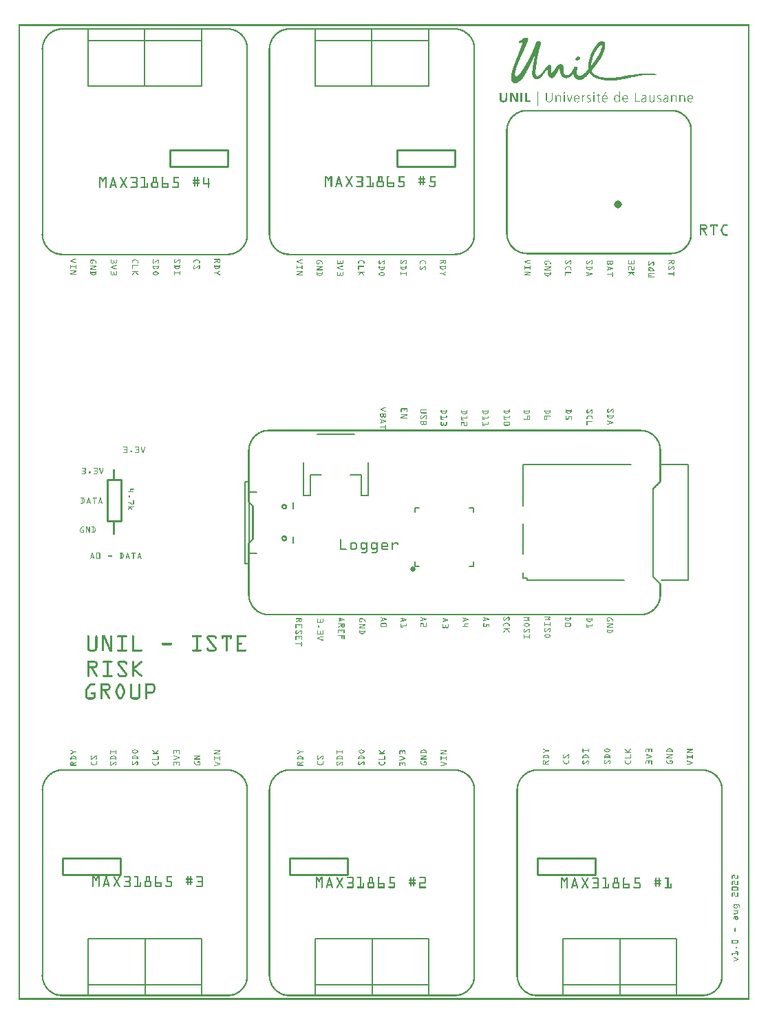
<source format=gto>
G04 MADE WITH FRITZING*
G04 WWW.FRITZING.ORG*
G04 DOUBLE SIDED*
G04 HOLES PLATED*
G04 CONTOUR ON CENTER OF CONTOUR VECTOR*
%ASAXBY*%
%FSLAX23Y23*%
%MOIN*%
%OFA0B0*%
%SFA1.0B1.0*%
%ADD10C,0.026000X-0.00599998*%
%ADD11C,0.038360X0.0063604*%
%ADD12C,0.005000*%
%ADD13C,0.008000*%
%ADD14C,0.010000*%
%ADD15R,0.001000X0.001000*%
%LNSILK1*%
G90*
G70*
G54D10*
X1911Y2086D03*
G54D11*
X2904Y3851D03*
G54D12*
X1943Y2383D02*
X1922Y2383D01*
D02*
X1922Y2383D02*
X1922Y2361D01*
D02*
X2184Y2383D02*
X2205Y2383D01*
D02*
X2205Y2383D02*
X2205Y2361D01*
D02*
X1922Y2121D02*
X1922Y2099D01*
D02*
X1922Y2099D02*
X1943Y2099D01*
D02*
X2205Y2121D02*
X2205Y2099D01*
D02*
X2205Y2099D02*
X2184Y2099D01*
G54D13*
D02*
X1450Y2739D02*
X1627Y2739D01*
D02*
X1696Y2601D02*
X1696Y2444D01*
D02*
X1696Y2444D02*
X1663Y2444D01*
D02*
X1663Y2444D02*
X1663Y2542D01*
D02*
X1663Y2542D02*
X1607Y2542D01*
D02*
X1470Y2542D02*
X1415Y2542D01*
D02*
X1415Y2542D02*
X1415Y2444D01*
D02*
X1415Y2444D02*
X1381Y2444D01*
D02*
X1381Y2444D02*
X1381Y2601D01*
G54D12*
D02*
X1332Y2409D02*
X1332Y2378D01*
D02*
X1332Y2244D02*
X1332Y2212D01*
D02*
X1155Y2460D02*
X1119Y2460D01*
D02*
X1119Y2460D02*
X1119Y2161D01*
D02*
X1119Y2161D02*
X1155Y2161D01*
D02*
X2445Y2069D02*
X2445Y2044D01*
D02*
X2445Y2044D02*
X2464Y2044D01*
D02*
X2464Y2044D02*
X2464Y2034D01*
D02*
X2464Y2034D02*
X2935Y2034D01*
D02*
X2445Y2160D02*
X2445Y2305D01*
D02*
X2445Y2394D02*
X2445Y2593D01*
D02*
X2445Y2593D02*
X2970Y2593D01*
G54D13*
D02*
X1100Y2112D02*
X1114Y2112D01*
D02*
X1100Y2510D02*
X1114Y2510D01*
D02*
X1100Y2112D02*
X1100Y2510D01*
D02*
X3114Y2034D02*
X3246Y2034D01*
D02*
X3114Y2593D02*
X3246Y2593D01*
D02*
X3246Y2034D02*
X3246Y2593D01*
G54D14*
D02*
X431Y2320D02*
X431Y2520D01*
D02*
X431Y2520D02*
X497Y2520D01*
D02*
X497Y2520D02*
X497Y2320D01*
D02*
X497Y2320D02*
X431Y2320D01*
D02*
X1594Y606D02*
X1314Y606D01*
D02*
X1314Y606D02*
X1314Y686D01*
D02*
X1314Y686D02*
X1594Y686D01*
D02*
X1594Y686D02*
X1594Y606D01*
G54D13*
D02*
X1440Y295D02*
X1440Y74D01*
D02*
X1440Y74D02*
X1440Y19D01*
D02*
X1440Y19D02*
X1715Y19D01*
D02*
X1715Y19D02*
X1715Y74D01*
D02*
X1715Y74D02*
X1715Y295D01*
D02*
X1715Y295D02*
X1440Y295D01*
D02*
X1440Y74D02*
X1715Y74D01*
D02*
X1715Y295D02*
X1715Y74D01*
D02*
X1715Y74D02*
X1715Y19D01*
D02*
X1715Y19D02*
X1990Y19D01*
D02*
X1990Y19D02*
X1990Y74D01*
D02*
X1990Y74D02*
X1990Y295D01*
D02*
X1990Y295D02*
X1715Y295D01*
D02*
X1715Y74D02*
X1990Y74D01*
G54D14*
D02*
X734Y4116D02*
X1014Y4116D01*
D02*
X1014Y4116D02*
X1014Y4036D01*
D02*
X1014Y4036D02*
X734Y4036D01*
D02*
X734Y4036D02*
X734Y4116D01*
G54D13*
D02*
X887Y4427D02*
X887Y4647D01*
D02*
X887Y4647D02*
X887Y4703D01*
D02*
X887Y4703D02*
X612Y4703D01*
D02*
X612Y4703D02*
X612Y4647D01*
D02*
X612Y4647D02*
X612Y4427D01*
D02*
X612Y4427D02*
X887Y4427D01*
D02*
X887Y4647D02*
X612Y4647D01*
D02*
X612Y4427D02*
X612Y4647D01*
D02*
X612Y4647D02*
X612Y4703D01*
D02*
X612Y4703D02*
X337Y4703D01*
D02*
X337Y4703D02*
X337Y4647D01*
D02*
X337Y4647D02*
X337Y4427D01*
D02*
X337Y4427D02*
X612Y4427D01*
D02*
X612Y4647D02*
X337Y4647D01*
G54D14*
D02*
X494Y606D02*
X214Y606D01*
D02*
X214Y606D02*
X214Y686D01*
D02*
X214Y686D02*
X494Y686D01*
D02*
X494Y686D02*
X494Y606D01*
G54D13*
D02*
X340Y295D02*
X340Y74D01*
D02*
X340Y74D02*
X340Y19D01*
D02*
X340Y19D02*
X615Y19D01*
D02*
X615Y19D02*
X615Y74D01*
D02*
X615Y74D02*
X615Y295D01*
D02*
X615Y295D02*
X340Y295D01*
D02*
X340Y74D02*
X615Y74D01*
D02*
X615Y295D02*
X615Y74D01*
D02*
X615Y74D02*
X615Y19D01*
D02*
X615Y19D02*
X890Y19D01*
D02*
X890Y19D02*
X890Y74D01*
D02*
X890Y74D02*
X890Y295D01*
D02*
X890Y295D02*
X615Y295D01*
D02*
X615Y74D02*
X890Y74D01*
G54D14*
D02*
X2794Y606D02*
X2514Y606D01*
D02*
X2514Y606D02*
X2514Y686D01*
D02*
X2514Y686D02*
X2794Y686D01*
D02*
X2794Y686D02*
X2794Y606D01*
G54D13*
D02*
X2640Y295D02*
X2640Y74D01*
D02*
X2640Y74D02*
X2640Y19D01*
D02*
X2640Y19D02*
X2915Y19D01*
D02*
X2915Y19D02*
X2915Y74D01*
D02*
X2915Y74D02*
X2915Y295D01*
D02*
X2915Y295D02*
X2640Y295D01*
D02*
X2640Y74D02*
X2915Y74D01*
D02*
X2915Y295D02*
X2915Y74D01*
D02*
X2915Y74D02*
X2915Y19D01*
D02*
X2915Y19D02*
X3190Y19D01*
D02*
X3190Y19D02*
X3190Y74D01*
D02*
X3190Y74D02*
X3190Y295D01*
D02*
X3190Y295D02*
X2915Y295D01*
D02*
X2915Y74D02*
X3190Y74D01*
G54D14*
D02*
X1834Y4116D02*
X2114Y4116D01*
D02*
X2114Y4116D02*
X2114Y4036D01*
D02*
X2114Y4036D02*
X1834Y4036D01*
D02*
X1834Y4036D02*
X1834Y4116D01*
G54D13*
D02*
X1987Y4427D02*
X1987Y4647D01*
D02*
X1987Y4647D02*
X1987Y4703D01*
D02*
X1987Y4703D02*
X1712Y4703D01*
D02*
X1712Y4703D02*
X1712Y4647D01*
D02*
X1712Y4647D02*
X1712Y4427D01*
D02*
X1712Y4427D02*
X1987Y4427D01*
D02*
X1987Y4647D02*
X1712Y4647D01*
D02*
X1712Y4427D02*
X1712Y4647D01*
D02*
X1712Y4647D02*
X1712Y4703D01*
D02*
X1712Y4703D02*
X1437Y4703D01*
D02*
X1437Y4703D02*
X1437Y4647D01*
D02*
X1437Y4647D02*
X1437Y4427D01*
D02*
X1437Y4427D02*
X1712Y4427D01*
D02*
X1712Y4647D02*
X1437Y4647D01*
G54D15*
X1Y4724D02*
X3543Y4724D01*
X1Y4723D02*
X3543Y4723D01*
X1Y4722D02*
X3543Y4722D01*
X1Y4721D02*
X3543Y4721D01*
X1Y4720D02*
X3543Y4720D01*
X1Y4719D02*
X3543Y4719D01*
X1Y4718D02*
X3543Y4718D01*
X1Y4717D02*
X3543Y4717D01*
X1Y4716D02*
X8Y4716D01*
X3536Y4716D02*
X3543Y4716D01*
X1Y4715D02*
X8Y4715D01*
X3536Y4715D02*
X3543Y4715D01*
X1Y4714D02*
X8Y4714D01*
X3536Y4714D02*
X3543Y4714D01*
X1Y4713D02*
X8Y4713D01*
X3536Y4713D02*
X3543Y4713D01*
X1Y4712D02*
X8Y4712D01*
X3536Y4712D02*
X3543Y4712D01*
X1Y4711D02*
X8Y4711D01*
X3536Y4711D02*
X3543Y4711D01*
X1Y4710D02*
X8Y4710D01*
X3536Y4710D02*
X3543Y4710D01*
X1Y4709D02*
X8Y4709D01*
X3536Y4709D02*
X3543Y4709D01*
X1Y4708D02*
X8Y4708D01*
X3536Y4708D02*
X3543Y4708D01*
X1Y4707D02*
X8Y4707D01*
X3536Y4707D02*
X3543Y4707D01*
X1Y4706D02*
X8Y4706D01*
X3536Y4706D02*
X3543Y4706D01*
X1Y4705D02*
X8Y4705D01*
X201Y4705D02*
X1027Y4705D01*
X1301Y4705D02*
X2127Y4705D01*
X3536Y4705D02*
X3543Y4705D01*
X1Y4704D02*
X8Y4704D01*
X195Y4704D02*
X1033Y4704D01*
X1295Y4704D02*
X2133Y4704D01*
X3536Y4704D02*
X3543Y4704D01*
X1Y4703D02*
X8Y4703D01*
X191Y4703D02*
X1037Y4703D01*
X1291Y4703D02*
X2137Y4703D01*
X3536Y4703D02*
X3543Y4703D01*
X1Y4702D02*
X8Y4702D01*
X187Y4702D02*
X1041Y4702D01*
X1287Y4702D02*
X2141Y4702D01*
X3536Y4702D02*
X3543Y4702D01*
X1Y4701D02*
X8Y4701D01*
X184Y4701D02*
X1044Y4701D01*
X1284Y4701D02*
X2144Y4701D01*
X3536Y4701D02*
X3543Y4701D01*
X1Y4700D02*
X8Y4700D01*
X181Y4700D02*
X1047Y4700D01*
X1281Y4700D02*
X2147Y4700D01*
X3536Y4700D02*
X3543Y4700D01*
X1Y4699D02*
X8Y4699D01*
X178Y4699D02*
X1050Y4699D01*
X1278Y4699D02*
X2150Y4699D01*
X3536Y4699D02*
X3543Y4699D01*
X1Y4698D02*
X8Y4698D01*
X176Y4698D02*
X1052Y4698D01*
X1276Y4698D02*
X2152Y4698D01*
X3536Y4698D02*
X3543Y4698D01*
X1Y4697D02*
X8Y4697D01*
X173Y4697D02*
X200Y4697D01*
X1028Y4697D02*
X1055Y4697D01*
X1273Y4697D02*
X1300Y4697D01*
X2128Y4697D02*
X2155Y4697D01*
X3536Y4697D02*
X3543Y4697D01*
X1Y4696D02*
X8Y4696D01*
X171Y4696D02*
X194Y4696D01*
X1033Y4696D02*
X1057Y4696D01*
X1271Y4696D02*
X1294Y4696D01*
X2133Y4696D02*
X2157Y4696D01*
X3536Y4696D02*
X3543Y4696D01*
X1Y4695D02*
X8Y4695D01*
X169Y4695D02*
X190Y4695D01*
X1038Y4695D02*
X1059Y4695D01*
X1269Y4695D02*
X1290Y4695D01*
X2138Y4695D02*
X2159Y4695D01*
X3536Y4695D02*
X3543Y4695D01*
X1Y4694D02*
X8Y4694D01*
X167Y4694D02*
X187Y4694D01*
X1041Y4694D02*
X1061Y4694D01*
X1267Y4694D02*
X1287Y4694D01*
X2141Y4694D02*
X2161Y4694D01*
X3536Y4694D02*
X3543Y4694D01*
X1Y4693D02*
X8Y4693D01*
X165Y4693D02*
X184Y4693D01*
X1044Y4693D02*
X1063Y4693D01*
X1265Y4693D02*
X1283Y4693D01*
X2144Y4693D02*
X2162Y4693D01*
X3536Y4693D02*
X3543Y4693D01*
X1Y4692D02*
X8Y4692D01*
X164Y4692D02*
X181Y4692D01*
X1047Y4692D02*
X1064Y4692D01*
X1264Y4692D02*
X1281Y4692D01*
X2147Y4692D02*
X2164Y4692D01*
X3536Y4692D02*
X3543Y4692D01*
X1Y4691D02*
X8Y4691D01*
X162Y4691D02*
X178Y4691D01*
X1050Y4691D02*
X1066Y4691D01*
X1262Y4691D02*
X1278Y4691D01*
X2150Y4691D02*
X2166Y4691D01*
X3536Y4691D02*
X3543Y4691D01*
X1Y4690D02*
X8Y4690D01*
X160Y4690D02*
X176Y4690D01*
X1052Y4690D02*
X1068Y4690D01*
X1260Y4690D02*
X1276Y4690D01*
X2152Y4690D02*
X2167Y4690D01*
X3536Y4690D02*
X3543Y4690D01*
X1Y4689D02*
X8Y4689D01*
X159Y4689D02*
X174Y4689D01*
X1054Y4689D02*
X1069Y4689D01*
X1259Y4689D02*
X1274Y4689D01*
X2154Y4689D02*
X2169Y4689D01*
X3536Y4689D02*
X3543Y4689D01*
X1Y4688D02*
X8Y4688D01*
X157Y4688D02*
X172Y4688D01*
X1056Y4688D02*
X1071Y4688D01*
X1257Y4688D02*
X1272Y4688D01*
X2156Y4688D02*
X2170Y4688D01*
X3536Y4688D02*
X3543Y4688D01*
X1Y4687D02*
X8Y4687D01*
X156Y4687D02*
X170Y4687D01*
X1058Y4687D02*
X1072Y4687D01*
X1256Y4687D02*
X1270Y4687D01*
X2158Y4687D02*
X2172Y4687D01*
X3536Y4687D02*
X3543Y4687D01*
X1Y4686D02*
X8Y4686D01*
X155Y4686D02*
X168Y4686D01*
X1060Y4686D02*
X1073Y4686D01*
X1255Y4686D02*
X1268Y4686D01*
X2160Y4686D02*
X2173Y4686D01*
X3536Y4686D02*
X3543Y4686D01*
X1Y4685D02*
X8Y4685D01*
X153Y4685D02*
X167Y4685D01*
X1061Y4685D02*
X1075Y4685D01*
X1253Y4685D02*
X1266Y4685D01*
X2161Y4685D02*
X2175Y4685D01*
X3536Y4685D02*
X3543Y4685D01*
X1Y4684D02*
X8Y4684D01*
X152Y4684D02*
X165Y4684D01*
X1063Y4684D02*
X1076Y4684D01*
X1252Y4684D02*
X1265Y4684D01*
X2163Y4684D02*
X2176Y4684D01*
X3536Y4684D02*
X3543Y4684D01*
X1Y4683D02*
X8Y4683D01*
X151Y4683D02*
X163Y4683D01*
X1065Y4683D02*
X1077Y4683D01*
X1251Y4683D02*
X1263Y4683D01*
X2165Y4683D02*
X2177Y4683D01*
X3536Y4683D02*
X3543Y4683D01*
X1Y4682D02*
X8Y4682D01*
X150Y4682D02*
X162Y4682D01*
X1066Y4682D02*
X1078Y4682D01*
X1249Y4682D02*
X1262Y4682D01*
X2166Y4682D02*
X2178Y4682D01*
X3536Y4682D02*
X3543Y4682D01*
X1Y4681D02*
X8Y4681D01*
X148Y4681D02*
X160Y4681D01*
X1068Y4681D02*
X1080Y4681D01*
X1248Y4681D02*
X1260Y4681D01*
X2167Y4681D02*
X2179Y4681D01*
X3536Y4681D02*
X3543Y4681D01*
X1Y4680D02*
X8Y4680D01*
X147Y4680D02*
X159Y4680D01*
X1069Y4680D02*
X1081Y4680D01*
X1247Y4680D02*
X1259Y4680D01*
X2169Y4680D02*
X2181Y4680D01*
X3536Y4680D02*
X3543Y4680D01*
X1Y4679D02*
X8Y4679D01*
X146Y4679D02*
X158Y4679D01*
X1070Y4679D02*
X1082Y4679D01*
X1246Y4679D02*
X1258Y4679D01*
X2170Y4679D02*
X2182Y4679D01*
X3536Y4679D02*
X3543Y4679D01*
X1Y4678D02*
X8Y4678D01*
X145Y4678D02*
X156Y4678D01*
X1072Y4678D02*
X1083Y4678D01*
X1245Y4678D02*
X1256Y4678D01*
X2172Y4678D02*
X2183Y4678D01*
X3536Y4678D02*
X3543Y4678D01*
X1Y4677D02*
X8Y4677D01*
X144Y4677D02*
X155Y4677D01*
X1073Y4677D02*
X1084Y4677D01*
X1244Y4677D02*
X1255Y4677D01*
X2173Y4677D02*
X2184Y4677D01*
X3536Y4677D02*
X3543Y4677D01*
X1Y4676D02*
X8Y4676D01*
X143Y4676D02*
X154Y4676D01*
X1074Y4676D02*
X1085Y4676D01*
X1243Y4676D02*
X1254Y4676D01*
X2174Y4676D02*
X2185Y4676D01*
X3536Y4676D02*
X3543Y4676D01*
X1Y4675D02*
X8Y4675D01*
X142Y4675D02*
X153Y4675D01*
X1075Y4675D02*
X1086Y4675D01*
X1242Y4675D02*
X1253Y4675D01*
X2175Y4675D02*
X2186Y4675D01*
X3536Y4675D02*
X3543Y4675D01*
X1Y4674D02*
X8Y4674D01*
X141Y4674D02*
X152Y4674D01*
X1076Y4674D02*
X1087Y4674D01*
X1241Y4674D02*
X1252Y4674D01*
X2176Y4674D02*
X2187Y4674D01*
X3536Y4674D02*
X3543Y4674D01*
X1Y4673D02*
X8Y4673D01*
X140Y4673D02*
X151Y4673D01*
X1077Y4673D02*
X1088Y4673D01*
X1240Y4673D02*
X1251Y4673D01*
X2177Y4673D02*
X2188Y4673D01*
X3536Y4673D02*
X3543Y4673D01*
X1Y4672D02*
X8Y4672D01*
X139Y4672D02*
X149Y4672D01*
X1078Y4672D02*
X1089Y4672D01*
X1239Y4672D02*
X1249Y4672D01*
X2178Y4672D02*
X2188Y4672D01*
X3536Y4672D02*
X3543Y4672D01*
X1Y4671D02*
X8Y4671D01*
X139Y4671D02*
X148Y4671D01*
X1080Y4671D02*
X1089Y4671D01*
X1238Y4671D02*
X1248Y4671D01*
X2179Y4671D02*
X2189Y4671D01*
X3536Y4671D02*
X3543Y4671D01*
X1Y4670D02*
X8Y4670D01*
X138Y4670D02*
X147Y4670D01*
X1080Y4670D02*
X1090Y4670D01*
X1238Y4670D02*
X1247Y4670D01*
X2180Y4670D02*
X2190Y4670D01*
X3536Y4670D02*
X3543Y4670D01*
X1Y4669D02*
X8Y4669D01*
X137Y4669D02*
X147Y4669D01*
X1081Y4669D02*
X1091Y4669D01*
X1237Y4669D02*
X1246Y4669D01*
X2181Y4669D02*
X2191Y4669D01*
X3536Y4669D02*
X3543Y4669D01*
X1Y4668D02*
X8Y4668D01*
X136Y4668D02*
X146Y4668D01*
X1082Y4668D02*
X1092Y4668D01*
X1236Y4668D02*
X1246Y4668D01*
X2182Y4668D02*
X2192Y4668D01*
X3536Y4668D02*
X3543Y4668D01*
X1Y4667D02*
X8Y4667D01*
X135Y4667D02*
X145Y4667D01*
X1083Y4667D02*
X1093Y4667D01*
X1235Y4667D02*
X1245Y4667D01*
X2183Y4667D02*
X2193Y4667D01*
X3536Y4667D02*
X3543Y4667D01*
X1Y4666D02*
X8Y4666D01*
X135Y4666D02*
X144Y4666D01*
X1084Y4666D02*
X1093Y4666D01*
X1234Y4666D02*
X1244Y4666D01*
X2184Y4666D02*
X2193Y4666D01*
X3536Y4666D02*
X3543Y4666D01*
X1Y4665D02*
X8Y4665D01*
X134Y4665D02*
X143Y4665D01*
X1085Y4665D02*
X1094Y4665D01*
X1234Y4665D02*
X1243Y4665D01*
X2185Y4665D02*
X2194Y4665D01*
X3536Y4665D02*
X3543Y4665D01*
X1Y4664D02*
X8Y4664D01*
X133Y4664D02*
X142Y4664D01*
X1086Y4664D02*
X1095Y4664D01*
X1233Y4664D02*
X1242Y4664D01*
X2186Y4664D02*
X2195Y4664D01*
X3536Y4664D02*
X3543Y4664D01*
X1Y4663D02*
X8Y4663D01*
X132Y4663D02*
X141Y4663D01*
X1087Y4663D02*
X1096Y4663D01*
X1232Y4663D02*
X1241Y4663D01*
X2187Y4663D02*
X2195Y4663D01*
X3536Y4663D02*
X3543Y4663D01*
X1Y4662D02*
X8Y4662D01*
X132Y4662D02*
X141Y4662D01*
X1087Y4662D02*
X1096Y4662D01*
X1232Y4662D02*
X1240Y4662D01*
X2187Y4662D02*
X2196Y4662D01*
X3536Y4662D02*
X3543Y4662D01*
X1Y4661D02*
X8Y4661D01*
X131Y4661D02*
X140Y4661D01*
X1088Y4661D02*
X1097Y4661D01*
X1231Y4661D02*
X1240Y4661D01*
X2188Y4661D02*
X2197Y4661D01*
X3536Y4661D02*
X3543Y4661D01*
X1Y4660D02*
X8Y4660D01*
X130Y4660D02*
X139Y4660D01*
X1089Y4660D02*
X1098Y4660D01*
X1230Y4660D02*
X1239Y4660D01*
X2189Y4660D02*
X2197Y4660D01*
X2455Y4660D02*
X2463Y4660D01*
X3536Y4660D02*
X3543Y4660D01*
X1Y4659D02*
X8Y4659D01*
X130Y4659D02*
X138Y4659D01*
X1090Y4659D02*
X1098Y4659D01*
X1230Y4659D02*
X1238Y4659D01*
X2189Y4659D02*
X2198Y4659D01*
X2452Y4659D02*
X2466Y4659D01*
X3536Y4659D02*
X3543Y4659D01*
X1Y4658D02*
X8Y4658D01*
X129Y4658D02*
X138Y4658D01*
X1090Y4658D02*
X1099Y4658D01*
X1229Y4658D02*
X1238Y4658D01*
X2190Y4658D02*
X2199Y4658D01*
X2449Y4658D02*
X2467Y4658D01*
X3536Y4658D02*
X3543Y4658D01*
X1Y4657D02*
X8Y4657D01*
X129Y4657D02*
X137Y4657D01*
X1091Y4657D02*
X1099Y4657D01*
X1228Y4657D02*
X1237Y4657D01*
X2191Y4657D02*
X2199Y4657D01*
X2448Y4657D02*
X2469Y4657D01*
X3536Y4657D02*
X3543Y4657D01*
X1Y4656D02*
X8Y4656D01*
X128Y4656D02*
X136Y4656D01*
X1092Y4656D02*
X1100Y4656D01*
X1228Y4656D02*
X1236Y4656D01*
X2192Y4656D02*
X2200Y4656D01*
X2446Y4656D02*
X2469Y4656D01*
X3536Y4656D02*
X3543Y4656D01*
X1Y4655D02*
X8Y4655D01*
X127Y4655D02*
X136Y4655D01*
X1092Y4655D02*
X1101Y4655D01*
X1227Y4655D02*
X1236Y4655D01*
X2192Y4655D02*
X2200Y4655D01*
X2445Y4655D02*
X2470Y4655D01*
X3536Y4655D02*
X3543Y4655D01*
X1Y4654D02*
X8Y4654D01*
X127Y4654D02*
X135Y4654D01*
X1093Y4654D02*
X1101Y4654D01*
X1227Y4654D02*
X1235Y4654D01*
X2193Y4654D02*
X2201Y4654D01*
X2444Y4654D02*
X2470Y4654D01*
X3536Y4654D02*
X3543Y4654D01*
X1Y4653D02*
X8Y4653D01*
X126Y4653D02*
X134Y4653D01*
X1093Y4653D02*
X1102Y4653D01*
X1226Y4653D02*
X1234Y4653D01*
X2193Y4653D02*
X2202Y4653D01*
X2443Y4653D02*
X2470Y4653D01*
X3536Y4653D02*
X3543Y4653D01*
X1Y4652D02*
X8Y4652D01*
X126Y4652D02*
X134Y4652D01*
X1094Y4652D02*
X1102Y4652D01*
X1226Y4652D02*
X1234Y4652D01*
X2194Y4652D02*
X2202Y4652D01*
X2442Y4652D02*
X2470Y4652D01*
X3536Y4652D02*
X3543Y4652D01*
X1Y4651D02*
X8Y4651D01*
X125Y4651D02*
X133Y4651D01*
X1095Y4651D02*
X1103Y4651D01*
X1225Y4651D02*
X1233Y4651D01*
X2195Y4651D02*
X2203Y4651D01*
X2441Y4651D02*
X2469Y4651D01*
X3536Y4651D02*
X3543Y4651D01*
X1Y4650D02*
X8Y4650D01*
X125Y4650D02*
X133Y4650D01*
X1095Y4650D02*
X1103Y4650D01*
X1225Y4650D02*
X1233Y4650D01*
X2195Y4650D02*
X2203Y4650D01*
X2440Y4650D02*
X2469Y4650D01*
X3536Y4650D02*
X3543Y4650D01*
X1Y4649D02*
X8Y4649D01*
X124Y4649D02*
X132Y4649D01*
X1096Y4649D02*
X1104Y4649D01*
X1224Y4649D02*
X1232Y4649D01*
X2196Y4649D02*
X2204Y4649D01*
X2438Y4649D02*
X2469Y4649D01*
X3536Y4649D02*
X3543Y4649D01*
X1Y4648D02*
X8Y4648D01*
X124Y4648D02*
X132Y4648D01*
X1096Y4648D02*
X1104Y4648D01*
X1224Y4648D02*
X1231Y4648D01*
X2196Y4648D02*
X2204Y4648D01*
X2437Y4648D02*
X2469Y4648D01*
X3536Y4648D02*
X3543Y4648D01*
X1Y4647D02*
X8Y4647D01*
X123Y4647D02*
X131Y4647D01*
X1097Y4647D02*
X1105Y4647D01*
X1223Y4647D02*
X1231Y4647D01*
X2197Y4647D02*
X2204Y4647D01*
X2435Y4647D02*
X2468Y4647D01*
X3536Y4647D02*
X3543Y4647D01*
X1Y4646D02*
X8Y4646D01*
X123Y4646D02*
X131Y4646D01*
X1097Y4646D02*
X1105Y4646D01*
X1223Y4646D02*
X1231Y4646D01*
X2197Y4646D02*
X2205Y4646D01*
X2434Y4646D02*
X2468Y4646D01*
X3536Y4646D02*
X3543Y4646D01*
X1Y4645D02*
X8Y4645D01*
X123Y4645D02*
X130Y4645D01*
X1098Y4645D02*
X1105Y4645D01*
X1222Y4645D02*
X1230Y4645D01*
X2198Y4645D02*
X2205Y4645D01*
X2432Y4645D02*
X2468Y4645D01*
X3536Y4645D02*
X3543Y4645D01*
X1Y4644D02*
X8Y4644D01*
X122Y4644D02*
X130Y4644D01*
X1098Y4644D02*
X1106Y4644D01*
X1222Y4644D02*
X1230Y4644D01*
X2198Y4644D02*
X2206Y4644D01*
X2430Y4644D02*
X2467Y4644D01*
X2519Y4644D02*
X2519Y4644D01*
X3536Y4644D02*
X3543Y4644D01*
X1Y4643D02*
X8Y4643D01*
X122Y4643D02*
X129Y4643D01*
X1099Y4643D02*
X1106Y4643D01*
X1222Y4643D02*
X1229Y4643D01*
X2199Y4643D02*
X2206Y4643D01*
X2428Y4643D02*
X2467Y4643D01*
X2515Y4643D02*
X2524Y4643D01*
X3536Y4643D02*
X3543Y4643D01*
X1Y4642D02*
X8Y4642D01*
X121Y4642D02*
X129Y4642D01*
X1099Y4642D02*
X1107Y4642D01*
X1221Y4642D02*
X1229Y4642D01*
X2199Y4642D02*
X2207Y4642D01*
X2426Y4642D02*
X2467Y4642D01*
X2513Y4642D02*
X2527Y4642D01*
X2823Y4642D02*
X2833Y4642D01*
X3536Y4642D02*
X3543Y4642D01*
X1Y4641D02*
X8Y4641D01*
X121Y4641D02*
X128Y4641D01*
X1100Y4641D02*
X1107Y4641D01*
X1221Y4641D02*
X1228Y4641D01*
X2199Y4641D02*
X2207Y4641D01*
X2425Y4641D02*
X2467Y4641D01*
X2512Y4641D02*
X2529Y4641D01*
X2820Y4641D02*
X2835Y4641D01*
X3536Y4641D02*
X3543Y4641D01*
X1Y4640D02*
X8Y4640D01*
X121Y4640D02*
X128Y4640D01*
X1100Y4640D02*
X1107Y4640D01*
X1220Y4640D02*
X1228Y4640D01*
X2200Y4640D02*
X2207Y4640D01*
X2425Y4640D02*
X2466Y4640D01*
X2511Y4640D02*
X2530Y4640D01*
X2818Y4640D02*
X2837Y4640D01*
X3536Y4640D02*
X3543Y4640D01*
X1Y4639D02*
X8Y4639D01*
X120Y4639D02*
X128Y4639D01*
X1100Y4639D02*
X1108Y4639D01*
X1220Y4639D02*
X1227Y4639D01*
X2200Y4639D02*
X2208Y4639D01*
X2425Y4639D02*
X2466Y4639D01*
X2510Y4639D02*
X2530Y4639D01*
X2817Y4639D02*
X2838Y4639D01*
X3536Y4639D02*
X3543Y4639D01*
X1Y4638D02*
X8Y4638D01*
X120Y4638D02*
X127Y4638D01*
X1101Y4638D02*
X1108Y4638D01*
X1220Y4638D02*
X1227Y4638D01*
X2201Y4638D02*
X2208Y4638D01*
X2425Y4638D02*
X2466Y4638D01*
X2509Y4638D02*
X2531Y4638D01*
X2815Y4638D02*
X2839Y4638D01*
X3536Y4638D02*
X3543Y4638D01*
X1Y4637D02*
X8Y4637D01*
X119Y4637D02*
X127Y4637D01*
X1101Y4637D02*
X1108Y4637D01*
X1219Y4637D02*
X1227Y4637D01*
X2201Y4637D02*
X2208Y4637D01*
X2426Y4637D02*
X2465Y4637D01*
X2509Y4637D02*
X2531Y4637D01*
X2814Y4637D02*
X2840Y4637D01*
X3536Y4637D02*
X3543Y4637D01*
X1Y4636D02*
X8Y4636D01*
X119Y4636D02*
X126Y4636D01*
X1101Y4636D02*
X1109Y4636D01*
X1219Y4636D02*
X1226Y4636D01*
X2201Y4636D02*
X2209Y4636D01*
X2426Y4636D02*
X2465Y4636D01*
X2508Y4636D02*
X2531Y4636D01*
X2813Y4636D02*
X2840Y4636D01*
X3536Y4636D02*
X3543Y4636D01*
X1Y4635D02*
X8Y4635D01*
X119Y4635D02*
X126Y4635D01*
X1102Y4635D02*
X1109Y4635D01*
X1219Y4635D02*
X1226Y4635D01*
X2202Y4635D02*
X2209Y4635D01*
X2427Y4635D02*
X2435Y4635D01*
X2440Y4635D02*
X2464Y4635D01*
X2508Y4635D02*
X2531Y4635D01*
X2811Y4635D02*
X2841Y4635D01*
X3536Y4635D02*
X3543Y4635D01*
X1Y4634D02*
X8Y4634D01*
X119Y4634D02*
X126Y4634D01*
X1102Y4634D02*
X1109Y4634D01*
X1218Y4634D02*
X1226Y4634D01*
X2202Y4634D02*
X2209Y4634D01*
X2429Y4634D02*
X2431Y4634D01*
X2441Y4634D02*
X2464Y4634D01*
X2508Y4634D02*
X2531Y4634D01*
X2810Y4634D02*
X2841Y4634D01*
X3536Y4634D02*
X3543Y4634D01*
X1Y4633D02*
X8Y4633D01*
X118Y4633D02*
X125Y4633D01*
X1102Y4633D02*
X1110Y4633D01*
X1218Y4633D02*
X1225Y4633D01*
X2202Y4633D02*
X2210Y4633D01*
X2441Y4633D02*
X2464Y4633D01*
X2507Y4633D02*
X2532Y4633D01*
X2809Y4633D02*
X2842Y4633D01*
X3536Y4633D02*
X3543Y4633D01*
X1Y4632D02*
X8Y4632D01*
X118Y4632D02*
X125Y4632D01*
X1103Y4632D02*
X1110Y4632D01*
X1218Y4632D02*
X1225Y4632D01*
X2203Y4632D02*
X2210Y4632D01*
X2442Y4632D02*
X2463Y4632D01*
X2507Y4632D02*
X2532Y4632D01*
X2808Y4632D02*
X2842Y4632D01*
X3536Y4632D02*
X3543Y4632D01*
X1Y4631D02*
X8Y4631D01*
X118Y4631D02*
X125Y4631D01*
X1103Y4631D02*
X1110Y4631D01*
X1218Y4631D02*
X1225Y4631D01*
X2203Y4631D02*
X2210Y4631D01*
X2442Y4631D02*
X2463Y4631D01*
X2507Y4631D02*
X2532Y4631D01*
X2807Y4631D02*
X2842Y4631D01*
X3536Y4631D02*
X3543Y4631D01*
X1Y4630D02*
X8Y4630D01*
X117Y4630D02*
X125Y4630D01*
X1103Y4630D02*
X1110Y4630D01*
X1217Y4630D02*
X1225Y4630D01*
X2203Y4630D02*
X2210Y4630D01*
X2442Y4630D02*
X2463Y4630D01*
X2506Y4630D02*
X2531Y4630D01*
X2806Y4630D02*
X2843Y4630D01*
X3536Y4630D02*
X3543Y4630D01*
X1Y4629D02*
X8Y4629D01*
X117Y4629D02*
X124Y4629D01*
X1104Y4629D02*
X1111Y4629D01*
X1217Y4629D02*
X1224Y4629D01*
X2203Y4629D02*
X2211Y4629D01*
X2441Y4629D02*
X2462Y4629D01*
X2506Y4629D02*
X2531Y4629D01*
X2805Y4629D02*
X2843Y4629D01*
X3536Y4629D02*
X3543Y4629D01*
X1Y4628D02*
X8Y4628D01*
X117Y4628D02*
X124Y4628D01*
X1104Y4628D02*
X1111Y4628D01*
X1217Y4628D02*
X1224Y4628D01*
X2204Y4628D02*
X2211Y4628D01*
X2441Y4628D02*
X2462Y4628D01*
X2506Y4628D02*
X2531Y4628D01*
X2804Y4628D02*
X2843Y4628D01*
X3536Y4628D02*
X3543Y4628D01*
X1Y4627D02*
X8Y4627D01*
X117Y4627D02*
X124Y4627D01*
X1104Y4627D02*
X1111Y4627D01*
X1217Y4627D02*
X1224Y4627D01*
X2204Y4627D02*
X2211Y4627D01*
X2441Y4627D02*
X2461Y4627D01*
X2505Y4627D02*
X2530Y4627D01*
X2804Y4627D02*
X2843Y4627D01*
X3536Y4627D02*
X3543Y4627D01*
X1Y4626D02*
X8Y4626D01*
X117Y4626D02*
X124Y4626D01*
X1104Y4626D02*
X1111Y4626D01*
X1216Y4626D02*
X1224Y4626D01*
X2204Y4626D02*
X2211Y4626D01*
X2441Y4626D02*
X2461Y4626D01*
X2505Y4626D02*
X2530Y4626D01*
X2803Y4626D02*
X2843Y4626D01*
X3536Y4626D02*
X3543Y4626D01*
X1Y4625D02*
X8Y4625D01*
X116Y4625D02*
X123Y4625D01*
X1105Y4625D02*
X1112Y4625D01*
X1216Y4625D02*
X1223Y4625D01*
X2204Y4625D02*
X2211Y4625D01*
X2440Y4625D02*
X2461Y4625D01*
X2505Y4625D02*
X2530Y4625D01*
X2802Y4625D02*
X2843Y4625D01*
X3536Y4625D02*
X3543Y4625D01*
X1Y4624D02*
X8Y4624D01*
X116Y4624D02*
X123Y4624D01*
X1105Y4624D02*
X1112Y4624D01*
X1216Y4624D02*
X1223Y4624D01*
X2205Y4624D02*
X2212Y4624D01*
X2440Y4624D02*
X2460Y4624D01*
X2505Y4624D02*
X2530Y4624D01*
X2801Y4624D02*
X2843Y4624D01*
X3536Y4624D02*
X3543Y4624D01*
X1Y4623D02*
X8Y4623D01*
X116Y4623D02*
X123Y4623D01*
X1105Y4623D02*
X1112Y4623D01*
X1216Y4623D02*
X1223Y4623D01*
X2205Y4623D02*
X2212Y4623D01*
X2440Y4623D02*
X2460Y4623D01*
X2504Y4623D02*
X2529Y4623D01*
X2800Y4623D02*
X2823Y4623D01*
X2826Y4623D02*
X2843Y4623D01*
X3536Y4623D02*
X3543Y4623D01*
X1Y4622D02*
X8Y4622D01*
X116Y4622D02*
X123Y4622D01*
X1105Y4622D02*
X1112Y4622D01*
X1216Y4622D02*
X1223Y4622D01*
X2205Y4622D02*
X2212Y4622D01*
X2439Y4622D02*
X2459Y4622D01*
X2504Y4622D02*
X2529Y4622D01*
X2799Y4622D02*
X2821Y4622D01*
X2828Y4622D02*
X2843Y4622D01*
X3536Y4622D02*
X3543Y4622D01*
X1Y4621D02*
X8Y4621D01*
X116Y4621D02*
X123Y4621D01*
X1105Y4621D02*
X1112Y4621D01*
X1216Y4621D02*
X1223Y4621D01*
X2205Y4621D02*
X2212Y4621D01*
X2439Y4621D02*
X2459Y4621D01*
X2504Y4621D02*
X2529Y4621D01*
X2799Y4621D02*
X2819Y4621D01*
X2829Y4621D02*
X2843Y4621D01*
X3536Y4621D02*
X3543Y4621D01*
X1Y4620D02*
X8Y4620D01*
X116Y4620D02*
X123Y4620D01*
X1105Y4620D02*
X1112Y4620D01*
X1215Y4620D02*
X1222Y4620D01*
X2205Y4620D02*
X2212Y4620D01*
X2439Y4620D02*
X2459Y4620D01*
X2503Y4620D02*
X2528Y4620D01*
X2798Y4620D02*
X2818Y4620D01*
X2829Y4620D02*
X2843Y4620D01*
X3536Y4620D02*
X3543Y4620D01*
X1Y4619D02*
X8Y4619D01*
X115Y4619D02*
X122Y4619D01*
X1106Y4619D02*
X1113Y4619D01*
X1215Y4619D02*
X1222Y4619D01*
X2205Y4619D02*
X2212Y4619D01*
X2438Y4619D02*
X2458Y4619D01*
X2503Y4619D02*
X2528Y4619D01*
X2797Y4619D02*
X2817Y4619D01*
X2829Y4619D02*
X2843Y4619D01*
X3536Y4619D02*
X3543Y4619D01*
X1Y4618D02*
X8Y4618D01*
X115Y4618D02*
X122Y4618D01*
X1106Y4618D02*
X1113Y4618D01*
X1215Y4618D02*
X1222Y4618D01*
X2206Y4618D02*
X2213Y4618D01*
X2438Y4618D02*
X2458Y4618D01*
X2502Y4618D02*
X2528Y4618D01*
X2796Y4618D02*
X2816Y4618D01*
X2829Y4618D02*
X2843Y4618D01*
X3536Y4618D02*
X3543Y4618D01*
X1Y4617D02*
X8Y4617D01*
X115Y4617D02*
X122Y4617D01*
X1106Y4617D02*
X1113Y4617D01*
X1215Y4617D02*
X1222Y4617D01*
X2206Y4617D02*
X2213Y4617D01*
X2437Y4617D02*
X2457Y4617D01*
X2502Y4617D02*
X2527Y4617D01*
X2796Y4617D02*
X2815Y4617D01*
X2829Y4617D02*
X2842Y4617D01*
X3536Y4617D02*
X3543Y4617D01*
X1Y4616D02*
X8Y4616D01*
X115Y4616D02*
X122Y4616D01*
X1106Y4616D02*
X1113Y4616D01*
X1215Y4616D02*
X1222Y4616D01*
X2206Y4616D02*
X2213Y4616D01*
X2437Y4616D02*
X2457Y4616D01*
X2502Y4616D02*
X2527Y4616D01*
X2795Y4616D02*
X2814Y4616D01*
X2828Y4616D02*
X2842Y4616D01*
X3536Y4616D02*
X3543Y4616D01*
X1Y4615D02*
X8Y4615D01*
X115Y4615D02*
X122Y4615D01*
X1106Y4615D02*
X1113Y4615D01*
X1215Y4615D02*
X1222Y4615D01*
X2206Y4615D02*
X2213Y4615D01*
X2437Y4615D02*
X2456Y4615D01*
X2501Y4615D02*
X2527Y4615D01*
X2794Y4615D02*
X2813Y4615D01*
X2828Y4615D02*
X2842Y4615D01*
X3536Y4615D02*
X3543Y4615D01*
X1Y4614D02*
X8Y4614D01*
X115Y4614D02*
X122Y4614D01*
X1106Y4614D02*
X1113Y4614D01*
X1215Y4614D02*
X1222Y4614D01*
X2206Y4614D02*
X2213Y4614D01*
X2436Y4614D02*
X2456Y4614D01*
X2501Y4614D02*
X2527Y4614D01*
X2793Y4614D02*
X2812Y4614D01*
X2828Y4614D02*
X2842Y4614D01*
X3536Y4614D02*
X3543Y4614D01*
X1Y4613D02*
X8Y4613D01*
X115Y4613D02*
X122Y4613D01*
X1106Y4613D02*
X1113Y4613D01*
X1215Y4613D02*
X1222Y4613D01*
X2206Y4613D02*
X2213Y4613D01*
X2436Y4613D02*
X2456Y4613D01*
X2501Y4613D02*
X2526Y4613D01*
X2793Y4613D02*
X2811Y4613D01*
X2827Y4613D02*
X2842Y4613D01*
X3536Y4613D02*
X3543Y4613D01*
X1Y4612D02*
X8Y4612D01*
X115Y4612D02*
X122Y4612D01*
X1106Y4612D02*
X1113Y4612D01*
X1215Y4612D02*
X1222Y4612D01*
X2206Y4612D02*
X2213Y4612D01*
X2435Y4612D02*
X2455Y4612D01*
X2500Y4612D02*
X2526Y4612D01*
X2792Y4612D02*
X2810Y4612D01*
X2827Y4612D02*
X2842Y4612D01*
X3536Y4612D02*
X3543Y4612D01*
X1Y4611D02*
X8Y4611D01*
X115Y4611D02*
X122Y4611D01*
X1106Y4611D02*
X1113Y4611D01*
X1215Y4611D02*
X1222Y4611D01*
X2206Y4611D02*
X2213Y4611D01*
X2435Y4611D02*
X2455Y4611D01*
X2500Y4611D02*
X2526Y4611D01*
X2791Y4611D02*
X2809Y4611D01*
X2827Y4611D02*
X2841Y4611D01*
X3536Y4611D02*
X3543Y4611D01*
X1Y4610D02*
X8Y4610D01*
X115Y4610D02*
X122Y4610D01*
X1106Y4610D02*
X1113Y4610D01*
X1214Y4610D02*
X1221Y4610D01*
X2206Y4610D02*
X2213Y4610D01*
X2435Y4610D02*
X2454Y4610D01*
X2500Y4610D02*
X2526Y4610D01*
X2791Y4610D02*
X2808Y4610D01*
X2826Y4610D02*
X2841Y4610D01*
X3536Y4610D02*
X3543Y4610D01*
X1Y4609D02*
X8Y4609D01*
X115Y4609D02*
X122Y4609D01*
X1106Y4609D02*
X1113Y4609D01*
X1214Y4609D02*
X1221Y4609D01*
X2206Y4609D02*
X2213Y4609D01*
X2434Y4609D02*
X2454Y4609D01*
X2499Y4609D02*
X2525Y4609D01*
X2790Y4609D02*
X2808Y4609D01*
X2826Y4609D02*
X2841Y4609D01*
X3536Y4609D02*
X3543Y4609D01*
X1Y4608D02*
X8Y4608D01*
X114Y4608D02*
X121Y4608D01*
X1106Y4608D02*
X1113Y4608D01*
X1214Y4608D02*
X1221Y4608D01*
X2206Y4608D02*
X2213Y4608D01*
X2434Y4608D02*
X2453Y4608D01*
X2499Y4608D02*
X2525Y4608D01*
X2789Y4608D02*
X2807Y4608D01*
X2826Y4608D02*
X2841Y4608D01*
X3536Y4608D02*
X3543Y4608D01*
X1Y4607D02*
X8Y4607D01*
X114Y4607D02*
X121Y4607D01*
X1106Y4607D02*
X1113Y4607D01*
X1214Y4607D02*
X1221Y4607D01*
X2206Y4607D02*
X2213Y4607D01*
X2433Y4607D02*
X2453Y4607D01*
X2498Y4607D02*
X2525Y4607D01*
X2789Y4607D02*
X2806Y4607D01*
X2825Y4607D02*
X2840Y4607D01*
X3536Y4607D02*
X3543Y4607D01*
X1Y4606D02*
X8Y4606D01*
X114Y4606D02*
X121Y4606D01*
X1106Y4606D02*
X1113Y4606D01*
X1214Y4606D02*
X1221Y4606D01*
X2206Y4606D02*
X2213Y4606D01*
X2433Y4606D02*
X2452Y4606D01*
X2498Y4606D02*
X2524Y4606D01*
X2788Y4606D02*
X2805Y4606D01*
X2825Y4606D02*
X2840Y4606D01*
X3536Y4606D02*
X3543Y4606D01*
X1Y4605D02*
X8Y4605D01*
X114Y4605D02*
X121Y4605D01*
X1106Y4605D02*
X1113Y4605D01*
X1214Y4605D02*
X1221Y4605D01*
X2206Y4605D02*
X2213Y4605D01*
X2433Y4605D02*
X2452Y4605D01*
X2498Y4605D02*
X2524Y4605D01*
X2787Y4605D02*
X2804Y4605D01*
X2825Y4605D02*
X2840Y4605D01*
X3536Y4605D02*
X3543Y4605D01*
X1Y4604D02*
X8Y4604D01*
X114Y4604D02*
X122Y4604D01*
X1106Y4604D02*
X1113Y4604D01*
X1214Y4604D02*
X1221Y4604D01*
X2206Y4604D02*
X2213Y4604D01*
X2432Y4604D02*
X2451Y4604D01*
X2497Y4604D02*
X2524Y4604D01*
X2787Y4604D02*
X2804Y4604D01*
X2824Y4604D02*
X2840Y4604D01*
X3536Y4604D02*
X3543Y4604D01*
X1Y4603D02*
X8Y4603D01*
X114Y4603D02*
X122Y4603D01*
X1106Y4603D02*
X1113Y4603D01*
X1214Y4603D02*
X1221Y4603D01*
X2206Y4603D02*
X2213Y4603D01*
X2432Y4603D02*
X2451Y4603D01*
X2497Y4603D02*
X2524Y4603D01*
X2786Y4603D02*
X2803Y4603D01*
X2824Y4603D02*
X2839Y4603D01*
X3536Y4603D02*
X3543Y4603D01*
X1Y4602D02*
X8Y4602D01*
X115Y4602D02*
X122Y4602D01*
X1106Y4602D02*
X1113Y4602D01*
X1214Y4602D02*
X1221Y4602D01*
X2206Y4602D02*
X2213Y4602D01*
X2432Y4602D02*
X2451Y4602D01*
X2496Y4602D02*
X2523Y4602D01*
X2786Y4602D02*
X2802Y4602D01*
X2824Y4602D02*
X2839Y4602D01*
X3536Y4602D02*
X3543Y4602D01*
X1Y4601D02*
X8Y4601D01*
X115Y4601D02*
X122Y4601D01*
X1106Y4601D02*
X1113Y4601D01*
X1214Y4601D02*
X1221Y4601D01*
X2206Y4601D02*
X2213Y4601D01*
X2431Y4601D02*
X2450Y4601D01*
X2496Y4601D02*
X2523Y4601D01*
X2785Y4601D02*
X2802Y4601D01*
X2823Y4601D02*
X2839Y4601D01*
X3536Y4601D02*
X3543Y4601D01*
X1Y4600D02*
X8Y4600D01*
X115Y4600D02*
X122Y4600D01*
X1106Y4600D02*
X1113Y4600D01*
X1214Y4600D02*
X1221Y4600D01*
X2206Y4600D02*
X2213Y4600D01*
X2431Y4600D02*
X2450Y4600D01*
X2495Y4600D02*
X2523Y4600D01*
X2785Y4600D02*
X2801Y4600D01*
X2823Y4600D02*
X2839Y4600D01*
X3536Y4600D02*
X3543Y4600D01*
X1Y4599D02*
X8Y4599D01*
X115Y4599D02*
X122Y4599D01*
X1106Y4599D02*
X1113Y4599D01*
X1214Y4599D02*
X1221Y4599D01*
X2206Y4599D02*
X2213Y4599D01*
X2430Y4599D02*
X2449Y4599D01*
X2495Y4599D02*
X2522Y4599D01*
X2784Y4599D02*
X2800Y4599D01*
X2823Y4599D02*
X2838Y4599D01*
X3536Y4599D02*
X3543Y4599D01*
X1Y4598D02*
X8Y4598D01*
X115Y4598D02*
X122Y4598D01*
X1106Y4598D02*
X1113Y4598D01*
X1214Y4598D02*
X1221Y4598D01*
X2206Y4598D02*
X2213Y4598D01*
X2430Y4598D02*
X2449Y4598D01*
X2495Y4598D02*
X2522Y4598D01*
X2783Y4598D02*
X2800Y4598D01*
X2822Y4598D02*
X2838Y4598D01*
X3536Y4598D02*
X3543Y4598D01*
X1Y4597D02*
X8Y4597D01*
X115Y4597D02*
X122Y4597D01*
X1106Y4597D02*
X1113Y4597D01*
X1214Y4597D02*
X1221Y4597D01*
X2206Y4597D02*
X2213Y4597D01*
X2430Y4597D02*
X2448Y4597D01*
X2494Y4597D02*
X2522Y4597D01*
X2783Y4597D02*
X2799Y4597D01*
X2822Y4597D02*
X2838Y4597D01*
X3536Y4597D02*
X3543Y4597D01*
X1Y4596D02*
X8Y4596D01*
X115Y4596D02*
X122Y4596D01*
X1106Y4596D02*
X1113Y4596D01*
X1214Y4596D02*
X1221Y4596D01*
X2206Y4596D02*
X2213Y4596D01*
X2429Y4596D02*
X2448Y4596D01*
X2494Y4596D02*
X2522Y4596D01*
X2782Y4596D02*
X2798Y4596D01*
X2821Y4596D02*
X2837Y4596D01*
X3536Y4596D02*
X3543Y4596D01*
X1Y4595D02*
X8Y4595D01*
X115Y4595D02*
X122Y4595D01*
X1106Y4595D02*
X1113Y4595D01*
X1214Y4595D02*
X1221Y4595D01*
X2206Y4595D02*
X2213Y4595D01*
X2429Y4595D02*
X2447Y4595D01*
X2493Y4595D02*
X2521Y4595D01*
X2782Y4595D02*
X2798Y4595D01*
X2821Y4595D02*
X2837Y4595D01*
X3536Y4595D02*
X3543Y4595D01*
X1Y4594D02*
X8Y4594D01*
X115Y4594D02*
X122Y4594D01*
X1106Y4594D02*
X1113Y4594D01*
X1214Y4594D02*
X1221Y4594D01*
X2206Y4594D02*
X2213Y4594D01*
X2428Y4594D02*
X2447Y4594D01*
X2493Y4594D02*
X2521Y4594D01*
X2781Y4594D02*
X2797Y4594D01*
X2821Y4594D02*
X2837Y4594D01*
X3536Y4594D02*
X3543Y4594D01*
X1Y4593D02*
X8Y4593D01*
X115Y4593D02*
X122Y4593D01*
X1106Y4593D02*
X1113Y4593D01*
X1214Y4593D02*
X1221Y4593D01*
X2206Y4593D02*
X2213Y4593D01*
X2428Y4593D02*
X2446Y4593D01*
X2492Y4593D02*
X2521Y4593D01*
X2781Y4593D02*
X2797Y4593D01*
X2820Y4593D02*
X2836Y4593D01*
X3536Y4593D02*
X3543Y4593D01*
X1Y4592D02*
X8Y4592D01*
X115Y4592D02*
X122Y4592D01*
X1106Y4592D02*
X1113Y4592D01*
X1214Y4592D02*
X1221Y4592D01*
X2206Y4592D02*
X2213Y4592D01*
X2428Y4592D02*
X2446Y4592D01*
X2492Y4592D02*
X2521Y4592D01*
X2780Y4592D02*
X2796Y4592D01*
X2820Y4592D02*
X2836Y4592D01*
X3536Y4592D02*
X3543Y4592D01*
X1Y4591D02*
X8Y4591D01*
X115Y4591D02*
X122Y4591D01*
X1106Y4591D02*
X1113Y4591D01*
X1214Y4591D02*
X1221Y4591D01*
X2206Y4591D02*
X2213Y4591D01*
X2427Y4591D02*
X2445Y4591D01*
X2492Y4591D02*
X2520Y4591D01*
X2780Y4591D02*
X2795Y4591D01*
X2819Y4591D02*
X2836Y4591D01*
X3536Y4591D02*
X3543Y4591D01*
X1Y4590D02*
X8Y4590D01*
X115Y4590D02*
X122Y4590D01*
X1106Y4590D02*
X1113Y4590D01*
X1214Y4590D02*
X1221Y4590D01*
X2206Y4590D02*
X2213Y4590D01*
X2427Y4590D02*
X2445Y4590D01*
X2491Y4590D02*
X2520Y4590D01*
X2779Y4590D02*
X2795Y4590D01*
X2819Y4590D02*
X2835Y4590D01*
X3536Y4590D02*
X3543Y4590D01*
X1Y4589D02*
X8Y4589D01*
X115Y4589D02*
X122Y4589D01*
X1106Y4589D02*
X1113Y4589D01*
X1214Y4589D02*
X1221Y4589D01*
X2206Y4589D02*
X2213Y4589D01*
X2427Y4589D02*
X2445Y4589D01*
X2491Y4589D02*
X2520Y4589D01*
X2779Y4589D02*
X2794Y4589D01*
X2819Y4589D02*
X2835Y4589D01*
X3536Y4589D02*
X3543Y4589D01*
X1Y4588D02*
X8Y4588D01*
X115Y4588D02*
X122Y4588D01*
X1106Y4588D02*
X1113Y4588D01*
X1214Y4588D02*
X1221Y4588D01*
X2206Y4588D02*
X2213Y4588D01*
X2426Y4588D02*
X2444Y4588D01*
X2490Y4588D02*
X2520Y4588D01*
X2778Y4588D02*
X2794Y4588D01*
X2818Y4588D02*
X2834Y4588D01*
X3536Y4588D02*
X3543Y4588D01*
X1Y4587D02*
X8Y4587D01*
X115Y4587D02*
X122Y4587D01*
X1106Y4587D02*
X1113Y4587D01*
X1214Y4587D02*
X1221Y4587D01*
X2206Y4587D02*
X2213Y4587D01*
X2426Y4587D02*
X2444Y4587D01*
X2490Y4587D02*
X2520Y4587D01*
X2778Y4587D02*
X2793Y4587D01*
X2818Y4587D02*
X2834Y4587D01*
X3536Y4587D02*
X3543Y4587D01*
X1Y4586D02*
X8Y4586D01*
X115Y4586D02*
X122Y4586D01*
X1106Y4586D02*
X1113Y4586D01*
X1214Y4586D02*
X1221Y4586D01*
X2206Y4586D02*
X2213Y4586D01*
X2425Y4586D02*
X2443Y4586D01*
X2489Y4586D02*
X2519Y4586D01*
X2777Y4586D02*
X2792Y4586D01*
X2817Y4586D02*
X2834Y4586D01*
X3536Y4586D02*
X3543Y4586D01*
X1Y4585D02*
X8Y4585D01*
X115Y4585D02*
X122Y4585D01*
X1106Y4585D02*
X1113Y4585D01*
X1214Y4585D02*
X1221Y4585D01*
X2206Y4585D02*
X2213Y4585D01*
X2425Y4585D02*
X2443Y4585D01*
X2489Y4585D02*
X2519Y4585D01*
X2777Y4585D02*
X2792Y4585D01*
X2817Y4585D02*
X2833Y4585D01*
X3536Y4585D02*
X3543Y4585D01*
X1Y4584D02*
X8Y4584D01*
X115Y4584D02*
X122Y4584D01*
X1106Y4584D02*
X1113Y4584D01*
X1214Y4584D02*
X1221Y4584D01*
X2206Y4584D02*
X2213Y4584D01*
X2425Y4584D02*
X2442Y4584D01*
X2488Y4584D02*
X2519Y4584D01*
X2777Y4584D02*
X2791Y4584D01*
X2816Y4584D02*
X2833Y4584D01*
X3536Y4584D02*
X3543Y4584D01*
X1Y4583D02*
X8Y4583D01*
X115Y4583D02*
X122Y4583D01*
X1106Y4583D02*
X1113Y4583D01*
X1214Y4583D02*
X1221Y4583D01*
X2206Y4583D02*
X2213Y4583D01*
X2424Y4583D02*
X2442Y4583D01*
X2488Y4583D02*
X2519Y4583D01*
X2776Y4583D02*
X2791Y4583D01*
X2816Y4583D02*
X2833Y4583D01*
X3536Y4583D02*
X3543Y4583D01*
X1Y4582D02*
X8Y4582D01*
X115Y4582D02*
X122Y4582D01*
X1106Y4582D02*
X1113Y4582D01*
X1214Y4582D02*
X1221Y4582D01*
X2206Y4582D02*
X2213Y4582D01*
X2424Y4582D02*
X2441Y4582D01*
X2488Y4582D02*
X2518Y4582D01*
X2776Y4582D02*
X2790Y4582D01*
X2815Y4582D02*
X2832Y4582D01*
X3536Y4582D02*
X3543Y4582D01*
X1Y4581D02*
X8Y4581D01*
X115Y4581D02*
X122Y4581D01*
X1106Y4581D02*
X1113Y4581D01*
X1214Y4581D02*
X1221Y4581D01*
X2206Y4581D02*
X2213Y4581D01*
X2423Y4581D02*
X2441Y4581D01*
X2487Y4581D02*
X2518Y4581D01*
X2775Y4581D02*
X2790Y4581D01*
X2815Y4581D02*
X2832Y4581D01*
X3536Y4581D02*
X3543Y4581D01*
X1Y4580D02*
X8Y4580D01*
X115Y4580D02*
X122Y4580D01*
X1106Y4580D02*
X1113Y4580D01*
X1214Y4580D02*
X1221Y4580D01*
X2206Y4580D02*
X2213Y4580D01*
X2423Y4580D02*
X2440Y4580D01*
X2487Y4580D02*
X2518Y4580D01*
X2775Y4580D02*
X2789Y4580D01*
X2814Y4580D02*
X2831Y4580D01*
X3536Y4580D02*
X3543Y4580D01*
X1Y4579D02*
X8Y4579D01*
X115Y4579D02*
X122Y4579D01*
X1106Y4579D02*
X1113Y4579D01*
X1214Y4579D02*
X1221Y4579D01*
X2206Y4579D02*
X2213Y4579D01*
X2423Y4579D02*
X2440Y4579D01*
X2486Y4579D02*
X2518Y4579D01*
X2775Y4579D02*
X2789Y4579D01*
X2814Y4579D02*
X2831Y4579D01*
X3536Y4579D02*
X3543Y4579D01*
X1Y4578D02*
X8Y4578D01*
X115Y4578D02*
X122Y4578D01*
X1106Y4578D02*
X1113Y4578D01*
X1214Y4578D02*
X1221Y4578D01*
X2206Y4578D02*
X2213Y4578D01*
X2422Y4578D02*
X2439Y4578D01*
X2486Y4578D02*
X2518Y4578D01*
X2774Y4578D02*
X2788Y4578D01*
X2813Y4578D02*
X2830Y4578D01*
X3536Y4578D02*
X3543Y4578D01*
X1Y4577D02*
X8Y4577D01*
X115Y4577D02*
X122Y4577D01*
X1106Y4577D02*
X1113Y4577D01*
X1214Y4577D02*
X1221Y4577D01*
X2206Y4577D02*
X2213Y4577D01*
X2422Y4577D02*
X2439Y4577D01*
X2485Y4577D02*
X2517Y4577D01*
X2774Y4577D02*
X2788Y4577D01*
X2813Y4577D02*
X2830Y4577D01*
X3536Y4577D02*
X3543Y4577D01*
X1Y4576D02*
X8Y4576D01*
X115Y4576D02*
X122Y4576D01*
X1106Y4576D02*
X1113Y4576D01*
X1214Y4576D02*
X1221Y4576D01*
X2206Y4576D02*
X2213Y4576D01*
X2421Y4576D02*
X2438Y4576D01*
X2485Y4576D02*
X2503Y4576D01*
X2505Y4576D02*
X2517Y4576D01*
X2774Y4576D02*
X2788Y4576D01*
X2812Y4576D02*
X2830Y4576D01*
X3536Y4576D02*
X3543Y4576D01*
X1Y4575D02*
X8Y4575D01*
X115Y4575D02*
X122Y4575D01*
X1106Y4575D02*
X1113Y4575D01*
X1214Y4575D02*
X1221Y4575D01*
X2206Y4575D02*
X2213Y4575D01*
X2421Y4575D02*
X2438Y4575D01*
X2484Y4575D02*
X2503Y4575D01*
X2505Y4575D02*
X2517Y4575D01*
X2773Y4575D02*
X2787Y4575D01*
X2812Y4575D02*
X2829Y4575D01*
X3536Y4575D02*
X3543Y4575D01*
X1Y4574D02*
X8Y4574D01*
X115Y4574D02*
X122Y4574D01*
X1106Y4574D02*
X1113Y4574D01*
X1214Y4574D02*
X1221Y4574D01*
X2206Y4574D02*
X2213Y4574D01*
X2421Y4574D02*
X2438Y4574D01*
X2484Y4574D02*
X2502Y4574D01*
X2504Y4574D02*
X2517Y4574D01*
X2773Y4574D02*
X2787Y4574D01*
X2811Y4574D02*
X2829Y4574D01*
X3536Y4574D02*
X3543Y4574D01*
X1Y4573D02*
X8Y4573D01*
X115Y4573D02*
X122Y4573D01*
X1106Y4573D02*
X1113Y4573D01*
X1214Y4573D02*
X1221Y4573D01*
X2206Y4573D02*
X2213Y4573D01*
X2420Y4573D02*
X2437Y4573D01*
X2483Y4573D02*
X2502Y4573D01*
X2504Y4573D02*
X2517Y4573D01*
X2773Y4573D02*
X2786Y4573D01*
X2811Y4573D02*
X2828Y4573D01*
X3536Y4573D02*
X3543Y4573D01*
X1Y4572D02*
X8Y4572D01*
X115Y4572D02*
X122Y4572D01*
X1106Y4572D02*
X1113Y4572D01*
X1214Y4572D02*
X1221Y4572D01*
X2206Y4572D02*
X2213Y4572D01*
X2420Y4572D02*
X2437Y4572D01*
X2483Y4572D02*
X2501Y4572D01*
X2504Y4572D02*
X2516Y4572D01*
X2772Y4572D02*
X2786Y4572D01*
X2810Y4572D02*
X2828Y4572D01*
X3536Y4572D02*
X3543Y4572D01*
X1Y4571D02*
X8Y4571D01*
X115Y4571D02*
X122Y4571D01*
X1106Y4571D02*
X1113Y4571D01*
X1214Y4571D02*
X1221Y4571D01*
X2206Y4571D02*
X2213Y4571D01*
X2420Y4571D02*
X2436Y4571D01*
X2482Y4571D02*
X2501Y4571D01*
X2504Y4571D02*
X2516Y4571D01*
X2772Y4571D02*
X2785Y4571D01*
X2809Y4571D02*
X2827Y4571D01*
X3536Y4571D02*
X3543Y4571D01*
X1Y4570D02*
X8Y4570D01*
X115Y4570D02*
X122Y4570D01*
X1106Y4570D02*
X1113Y4570D01*
X1214Y4570D02*
X1221Y4570D01*
X2206Y4570D02*
X2213Y4570D01*
X2419Y4570D02*
X2436Y4570D01*
X2482Y4570D02*
X2500Y4570D01*
X2503Y4570D02*
X2516Y4570D01*
X2772Y4570D02*
X2785Y4570D01*
X2809Y4570D02*
X2827Y4570D01*
X3536Y4570D02*
X3543Y4570D01*
X1Y4569D02*
X8Y4569D01*
X115Y4569D02*
X122Y4569D01*
X1106Y4569D02*
X1113Y4569D01*
X1214Y4569D02*
X1221Y4569D01*
X2206Y4569D02*
X2213Y4569D01*
X2419Y4569D02*
X2435Y4569D01*
X2481Y4569D02*
X2500Y4569D01*
X2503Y4569D02*
X2516Y4569D01*
X2771Y4569D02*
X2785Y4569D01*
X2808Y4569D02*
X2826Y4569D01*
X3536Y4569D02*
X3543Y4569D01*
X1Y4568D02*
X8Y4568D01*
X115Y4568D02*
X122Y4568D01*
X1106Y4568D02*
X1113Y4568D01*
X1214Y4568D02*
X1221Y4568D01*
X2206Y4568D02*
X2213Y4568D01*
X2418Y4568D02*
X2435Y4568D01*
X2481Y4568D02*
X2499Y4568D01*
X2503Y4568D02*
X2516Y4568D01*
X2771Y4568D02*
X2784Y4568D01*
X2808Y4568D02*
X2826Y4568D01*
X3536Y4568D02*
X3543Y4568D01*
X1Y4567D02*
X8Y4567D01*
X115Y4567D02*
X122Y4567D01*
X1106Y4567D02*
X1113Y4567D01*
X1214Y4567D02*
X1221Y4567D01*
X2206Y4567D02*
X2213Y4567D01*
X2418Y4567D02*
X2434Y4567D01*
X2480Y4567D02*
X2499Y4567D01*
X2503Y4567D02*
X2516Y4567D01*
X2709Y4567D02*
X2716Y4567D01*
X2771Y4567D02*
X2784Y4567D01*
X2807Y4567D02*
X2825Y4567D01*
X3536Y4567D02*
X3543Y4567D01*
X1Y4566D02*
X8Y4566D01*
X115Y4566D02*
X122Y4566D01*
X1106Y4566D02*
X1113Y4566D01*
X1214Y4566D02*
X1221Y4566D01*
X2206Y4566D02*
X2213Y4566D01*
X2418Y4566D02*
X2434Y4566D01*
X2480Y4566D02*
X2498Y4566D01*
X2502Y4566D02*
X2515Y4566D01*
X2708Y4566D02*
X2718Y4566D01*
X2770Y4566D02*
X2784Y4566D01*
X2806Y4566D02*
X2825Y4566D01*
X3536Y4566D02*
X3543Y4566D01*
X1Y4565D02*
X8Y4565D01*
X115Y4565D02*
X122Y4565D01*
X1106Y4565D02*
X1113Y4565D01*
X1214Y4565D02*
X1221Y4565D01*
X2206Y4565D02*
X2213Y4565D01*
X2417Y4565D02*
X2433Y4565D01*
X2479Y4565D02*
X2498Y4565D01*
X2502Y4565D02*
X2515Y4565D01*
X2707Y4565D02*
X2719Y4565D01*
X2770Y4565D02*
X2783Y4565D01*
X2806Y4565D02*
X2824Y4565D01*
X3536Y4565D02*
X3543Y4565D01*
X1Y4564D02*
X8Y4564D01*
X115Y4564D02*
X122Y4564D01*
X1106Y4564D02*
X1113Y4564D01*
X1214Y4564D02*
X1221Y4564D01*
X2206Y4564D02*
X2213Y4564D01*
X2417Y4564D02*
X2433Y4564D01*
X2479Y4564D02*
X2497Y4564D01*
X2502Y4564D02*
X2515Y4564D01*
X2706Y4564D02*
X2720Y4564D01*
X2770Y4564D02*
X2783Y4564D01*
X2805Y4564D02*
X2824Y4564D01*
X3536Y4564D02*
X3543Y4564D01*
X1Y4563D02*
X8Y4563D01*
X115Y4563D02*
X122Y4563D01*
X1106Y4563D02*
X1113Y4563D01*
X1214Y4563D02*
X1221Y4563D01*
X2206Y4563D02*
X2213Y4563D01*
X2416Y4563D02*
X2432Y4563D01*
X2478Y4563D02*
X2497Y4563D01*
X2502Y4563D02*
X2515Y4563D01*
X2705Y4563D02*
X2720Y4563D01*
X2770Y4563D02*
X2783Y4563D01*
X2804Y4563D02*
X2823Y4563D01*
X3536Y4563D02*
X3543Y4563D01*
X1Y4562D02*
X8Y4562D01*
X115Y4562D02*
X122Y4562D01*
X1106Y4562D02*
X1113Y4562D01*
X1214Y4562D02*
X1221Y4562D01*
X2206Y4562D02*
X2213Y4562D01*
X2416Y4562D02*
X2432Y4562D01*
X2478Y4562D02*
X2496Y4562D01*
X2502Y4562D02*
X2515Y4562D01*
X2704Y4562D02*
X2720Y4562D01*
X2769Y4562D02*
X2782Y4562D01*
X2804Y4562D02*
X2823Y4562D01*
X3536Y4562D02*
X3543Y4562D01*
X1Y4561D02*
X8Y4561D01*
X115Y4561D02*
X122Y4561D01*
X1106Y4561D02*
X1113Y4561D01*
X1214Y4561D02*
X1221Y4561D01*
X2206Y4561D02*
X2213Y4561D01*
X2416Y4561D02*
X2432Y4561D01*
X2477Y4561D02*
X2496Y4561D01*
X2501Y4561D02*
X2514Y4561D01*
X2704Y4561D02*
X2720Y4561D01*
X2769Y4561D02*
X2782Y4561D01*
X2803Y4561D02*
X2822Y4561D01*
X3536Y4561D02*
X3543Y4561D01*
X1Y4560D02*
X8Y4560D01*
X115Y4560D02*
X122Y4560D01*
X1106Y4560D02*
X1113Y4560D01*
X1214Y4560D02*
X1221Y4560D01*
X2206Y4560D02*
X2213Y4560D01*
X2415Y4560D02*
X2431Y4560D01*
X2477Y4560D02*
X2495Y4560D01*
X2501Y4560D02*
X2514Y4560D01*
X2704Y4560D02*
X2719Y4560D01*
X2769Y4560D02*
X2782Y4560D01*
X2802Y4560D02*
X2821Y4560D01*
X3536Y4560D02*
X3543Y4560D01*
X1Y4559D02*
X8Y4559D01*
X115Y4559D02*
X122Y4559D01*
X1106Y4559D02*
X1113Y4559D01*
X1214Y4559D02*
X1221Y4559D01*
X2206Y4559D02*
X2213Y4559D01*
X2415Y4559D02*
X2431Y4559D01*
X2476Y4559D02*
X2495Y4559D01*
X2501Y4559D02*
X2514Y4559D01*
X2704Y4559D02*
X2720Y4559D01*
X2768Y4559D02*
X2781Y4559D01*
X2802Y4559D02*
X2821Y4559D01*
X3536Y4559D02*
X3543Y4559D01*
X1Y4558D02*
X8Y4558D01*
X115Y4558D02*
X122Y4558D01*
X1106Y4558D02*
X1113Y4558D01*
X1214Y4558D02*
X1221Y4558D01*
X2206Y4558D02*
X2213Y4558D01*
X2414Y4558D02*
X2430Y4558D01*
X2476Y4558D02*
X2495Y4558D01*
X2501Y4558D02*
X2514Y4558D01*
X2698Y4558D02*
X2720Y4558D01*
X2768Y4558D02*
X2781Y4558D01*
X2801Y4558D02*
X2820Y4558D01*
X3536Y4558D02*
X3543Y4558D01*
X1Y4557D02*
X8Y4557D01*
X115Y4557D02*
X122Y4557D01*
X1106Y4557D02*
X1113Y4557D01*
X1214Y4557D02*
X1221Y4557D01*
X2206Y4557D02*
X2213Y4557D01*
X2414Y4557D02*
X2430Y4557D01*
X2475Y4557D02*
X2494Y4557D01*
X2500Y4557D02*
X2514Y4557D01*
X2698Y4557D02*
X2720Y4557D01*
X2768Y4557D02*
X2781Y4557D01*
X2800Y4557D02*
X2820Y4557D01*
X3536Y4557D02*
X3543Y4557D01*
X1Y4556D02*
X8Y4556D01*
X115Y4556D02*
X122Y4556D01*
X1106Y4556D02*
X1113Y4556D01*
X1214Y4556D02*
X1221Y4556D01*
X2206Y4556D02*
X2213Y4556D01*
X2414Y4556D02*
X2429Y4556D01*
X2475Y4556D02*
X2494Y4556D01*
X2500Y4556D02*
X2514Y4556D01*
X2698Y4556D02*
X2720Y4556D01*
X2768Y4556D02*
X2780Y4556D01*
X2799Y4556D02*
X2819Y4556D01*
X3536Y4556D02*
X3543Y4556D01*
X1Y4555D02*
X8Y4555D01*
X115Y4555D02*
X122Y4555D01*
X1106Y4555D02*
X1113Y4555D01*
X1214Y4555D02*
X1221Y4555D01*
X2206Y4555D02*
X2213Y4555D01*
X2413Y4555D02*
X2429Y4555D01*
X2474Y4555D02*
X2493Y4555D01*
X2500Y4555D02*
X2513Y4555D01*
X2698Y4555D02*
X2720Y4555D01*
X2767Y4555D02*
X2780Y4555D01*
X2799Y4555D02*
X2819Y4555D01*
X3536Y4555D02*
X3543Y4555D01*
X1Y4554D02*
X8Y4554D01*
X115Y4554D02*
X122Y4554D01*
X1106Y4554D02*
X1113Y4554D01*
X1214Y4554D02*
X1221Y4554D01*
X2206Y4554D02*
X2213Y4554D01*
X2413Y4554D02*
X2428Y4554D01*
X2474Y4554D02*
X2493Y4554D01*
X2500Y4554D02*
X2513Y4554D01*
X2699Y4554D02*
X2719Y4554D01*
X2767Y4554D02*
X2780Y4554D01*
X2798Y4554D02*
X2818Y4554D01*
X3536Y4554D02*
X3543Y4554D01*
X1Y4553D02*
X8Y4553D01*
X115Y4553D02*
X122Y4553D01*
X1106Y4553D02*
X1113Y4553D01*
X1214Y4553D02*
X1221Y4553D01*
X2206Y4553D02*
X2213Y4553D01*
X2413Y4553D02*
X2428Y4553D01*
X2473Y4553D02*
X2492Y4553D01*
X2500Y4553D02*
X2513Y4553D01*
X2699Y4553D02*
X2717Y4553D01*
X2767Y4553D02*
X2780Y4553D01*
X2797Y4553D02*
X2817Y4553D01*
X3536Y4553D02*
X3543Y4553D01*
X1Y4552D02*
X8Y4552D01*
X115Y4552D02*
X122Y4552D01*
X1106Y4552D02*
X1113Y4552D01*
X1214Y4552D02*
X1221Y4552D01*
X2206Y4552D02*
X2213Y4552D01*
X2412Y4552D02*
X2428Y4552D01*
X2472Y4552D02*
X2492Y4552D01*
X2499Y4552D02*
X2513Y4552D01*
X2700Y4552D02*
X2715Y4552D01*
X2767Y4552D02*
X2779Y4552D01*
X2796Y4552D02*
X2817Y4552D01*
X3536Y4552D02*
X3543Y4552D01*
X1Y4551D02*
X8Y4551D01*
X115Y4551D02*
X122Y4551D01*
X1106Y4551D02*
X1113Y4551D01*
X1214Y4551D02*
X1221Y4551D01*
X2206Y4551D02*
X2213Y4551D01*
X2412Y4551D02*
X2427Y4551D01*
X2472Y4551D02*
X2491Y4551D01*
X2499Y4551D02*
X2513Y4551D01*
X2701Y4551D02*
X2711Y4551D01*
X2766Y4551D02*
X2779Y4551D01*
X2796Y4551D02*
X2816Y4551D01*
X3536Y4551D02*
X3543Y4551D01*
X1Y4550D02*
X8Y4550D01*
X115Y4550D02*
X122Y4550D01*
X1106Y4550D02*
X1113Y4550D01*
X1214Y4550D02*
X1221Y4550D01*
X2206Y4550D02*
X2213Y4550D01*
X2411Y4550D02*
X2427Y4550D01*
X2471Y4550D02*
X2491Y4550D01*
X2499Y4550D02*
X2513Y4550D01*
X2766Y4550D02*
X2779Y4550D01*
X2795Y4550D02*
X2815Y4550D01*
X3536Y4550D02*
X3543Y4550D01*
X1Y4549D02*
X8Y4549D01*
X115Y4549D02*
X122Y4549D01*
X1106Y4549D02*
X1113Y4549D01*
X1214Y4549D02*
X1221Y4549D01*
X2206Y4549D02*
X2213Y4549D01*
X2411Y4549D02*
X2426Y4549D01*
X2471Y4549D02*
X2490Y4549D01*
X2499Y4549D02*
X2512Y4549D01*
X2766Y4549D02*
X2779Y4549D01*
X2794Y4549D02*
X2815Y4549D01*
X3536Y4549D02*
X3543Y4549D01*
X1Y4548D02*
X8Y4548D01*
X115Y4548D02*
X122Y4548D01*
X1106Y4548D02*
X1113Y4548D01*
X1214Y4548D02*
X1221Y4548D01*
X2206Y4548D02*
X2213Y4548D01*
X2411Y4548D02*
X2426Y4548D01*
X2470Y4548D02*
X2490Y4548D01*
X2499Y4548D02*
X2512Y4548D01*
X2766Y4548D02*
X2778Y4548D01*
X2793Y4548D02*
X2814Y4548D01*
X3536Y4548D02*
X3543Y4548D01*
X1Y4547D02*
X8Y4547D01*
X115Y4547D02*
X122Y4547D01*
X1106Y4547D02*
X1113Y4547D01*
X1214Y4547D02*
X1221Y4547D01*
X2206Y4547D02*
X2213Y4547D01*
X2410Y4547D02*
X2425Y4547D01*
X2470Y4547D02*
X2489Y4547D01*
X2498Y4547D02*
X2512Y4547D01*
X2765Y4547D02*
X2778Y4547D01*
X2793Y4547D02*
X2813Y4547D01*
X3536Y4547D02*
X3543Y4547D01*
X1Y4546D02*
X8Y4546D01*
X115Y4546D02*
X122Y4546D01*
X1106Y4546D02*
X1113Y4546D01*
X1214Y4546D02*
X1221Y4546D01*
X2206Y4546D02*
X2213Y4546D01*
X2410Y4546D02*
X2425Y4546D01*
X2469Y4546D02*
X2489Y4546D01*
X2498Y4546D02*
X2512Y4546D01*
X2765Y4546D02*
X2778Y4546D01*
X2792Y4546D02*
X2813Y4546D01*
X3536Y4546D02*
X3543Y4546D01*
X1Y4545D02*
X8Y4545D01*
X115Y4545D02*
X122Y4545D01*
X1106Y4545D02*
X1113Y4545D01*
X1214Y4545D02*
X1221Y4545D01*
X2206Y4545D02*
X2213Y4545D01*
X2409Y4545D02*
X2425Y4545D01*
X2468Y4545D02*
X2488Y4545D01*
X2498Y4545D02*
X2512Y4545D01*
X2765Y4545D02*
X2778Y4545D01*
X2791Y4545D02*
X2812Y4545D01*
X3536Y4545D02*
X3543Y4545D01*
X1Y4544D02*
X8Y4544D01*
X115Y4544D02*
X122Y4544D01*
X1106Y4544D02*
X1113Y4544D01*
X1214Y4544D02*
X1221Y4544D01*
X2206Y4544D02*
X2213Y4544D01*
X2409Y4544D02*
X2424Y4544D01*
X2468Y4544D02*
X2488Y4544D01*
X2498Y4544D02*
X2512Y4544D01*
X2765Y4544D02*
X2777Y4544D01*
X2791Y4544D02*
X2811Y4544D01*
X3536Y4544D02*
X3543Y4544D01*
X1Y4543D02*
X8Y4543D01*
X115Y4543D02*
X122Y4543D01*
X1106Y4543D02*
X1113Y4543D01*
X1214Y4543D02*
X1221Y4543D01*
X2206Y4543D02*
X2213Y4543D01*
X2409Y4543D02*
X2424Y4543D01*
X2467Y4543D02*
X2487Y4543D01*
X2498Y4543D02*
X2511Y4543D01*
X2765Y4543D02*
X2777Y4543D01*
X2790Y4543D02*
X2811Y4543D01*
X3536Y4543D02*
X3543Y4543D01*
X1Y4542D02*
X8Y4542D01*
X115Y4542D02*
X122Y4542D01*
X1106Y4542D02*
X1113Y4542D01*
X1214Y4542D02*
X1221Y4542D01*
X2206Y4542D02*
X2213Y4542D01*
X2408Y4542D02*
X2423Y4542D01*
X2467Y4542D02*
X2487Y4542D01*
X2497Y4542D02*
X2511Y4542D01*
X2764Y4542D02*
X2777Y4542D01*
X2789Y4542D02*
X2810Y4542D01*
X3536Y4542D02*
X3543Y4542D01*
X1Y4541D02*
X8Y4541D01*
X115Y4541D02*
X122Y4541D01*
X1106Y4541D02*
X1113Y4541D01*
X1214Y4541D02*
X1221Y4541D01*
X2206Y4541D02*
X2213Y4541D01*
X2408Y4541D02*
X2423Y4541D01*
X2466Y4541D02*
X2486Y4541D01*
X2497Y4541D02*
X2511Y4541D01*
X2764Y4541D02*
X2777Y4541D01*
X2788Y4541D02*
X2809Y4541D01*
X3536Y4541D02*
X3543Y4541D01*
X1Y4540D02*
X8Y4540D01*
X115Y4540D02*
X122Y4540D01*
X1106Y4540D02*
X1113Y4540D01*
X1214Y4540D02*
X1221Y4540D01*
X2206Y4540D02*
X2213Y4540D01*
X2407Y4540D02*
X2423Y4540D01*
X2466Y4540D02*
X2486Y4540D01*
X2497Y4540D02*
X2511Y4540D01*
X2764Y4540D02*
X2777Y4540D01*
X2788Y4540D02*
X2809Y4540D01*
X3536Y4540D02*
X3543Y4540D01*
X1Y4539D02*
X8Y4539D01*
X115Y4539D02*
X122Y4539D01*
X1106Y4539D02*
X1113Y4539D01*
X1214Y4539D02*
X1221Y4539D01*
X2206Y4539D02*
X2213Y4539D01*
X2407Y4539D02*
X2422Y4539D01*
X2465Y4539D02*
X2485Y4539D01*
X2497Y4539D02*
X2511Y4539D01*
X2764Y4539D02*
X2776Y4539D01*
X2787Y4539D02*
X2808Y4539D01*
X3536Y4539D02*
X3543Y4539D01*
X1Y4538D02*
X8Y4538D01*
X115Y4538D02*
X122Y4538D01*
X1106Y4538D02*
X1113Y4538D01*
X1214Y4538D02*
X1221Y4538D01*
X2206Y4538D02*
X2213Y4538D01*
X2407Y4538D02*
X2422Y4538D01*
X2465Y4538D02*
X2485Y4538D01*
X2497Y4538D02*
X2511Y4538D01*
X2763Y4538D02*
X2776Y4538D01*
X2786Y4538D02*
X2807Y4538D01*
X3536Y4538D02*
X3543Y4538D01*
X1Y4537D02*
X8Y4537D01*
X115Y4537D02*
X122Y4537D01*
X1106Y4537D02*
X1113Y4537D01*
X1214Y4537D02*
X1221Y4537D01*
X2206Y4537D02*
X2213Y4537D01*
X2406Y4537D02*
X2421Y4537D01*
X2464Y4537D02*
X2484Y4537D01*
X2496Y4537D02*
X2511Y4537D01*
X2763Y4537D02*
X2776Y4537D01*
X2785Y4537D02*
X2806Y4537D01*
X3536Y4537D02*
X3543Y4537D01*
X1Y4536D02*
X8Y4536D01*
X115Y4536D02*
X122Y4536D01*
X1106Y4536D02*
X1113Y4536D01*
X1214Y4536D02*
X1221Y4536D01*
X2206Y4536D02*
X2213Y4536D01*
X2406Y4536D02*
X2421Y4536D01*
X2463Y4536D02*
X2484Y4536D01*
X2496Y4536D02*
X2510Y4536D01*
X2763Y4536D02*
X2776Y4536D01*
X2785Y4536D02*
X2806Y4536D01*
X3536Y4536D02*
X3543Y4536D01*
X1Y4535D02*
X8Y4535D01*
X115Y4535D02*
X122Y4535D01*
X1106Y4535D02*
X1113Y4535D01*
X1214Y4535D02*
X1221Y4535D01*
X2206Y4535D02*
X2213Y4535D01*
X2406Y4535D02*
X2421Y4535D01*
X2463Y4535D02*
X2483Y4535D01*
X2496Y4535D02*
X2510Y4535D01*
X2763Y4535D02*
X2776Y4535D01*
X2784Y4535D02*
X2805Y4535D01*
X3536Y4535D02*
X3543Y4535D01*
X1Y4534D02*
X8Y4534D01*
X115Y4534D02*
X122Y4534D01*
X1106Y4534D02*
X1113Y4534D01*
X1214Y4534D02*
X1221Y4534D01*
X2206Y4534D02*
X2213Y4534D01*
X2405Y4534D02*
X2420Y4534D01*
X2462Y4534D02*
X2483Y4534D01*
X2496Y4534D02*
X2510Y4534D01*
X2763Y4534D02*
X2776Y4534D01*
X2783Y4534D02*
X2804Y4534D01*
X3536Y4534D02*
X3543Y4534D01*
X1Y4533D02*
X8Y4533D01*
X115Y4533D02*
X122Y4533D01*
X1106Y4533D02*
X1113Y4533D01*
X1214Y4533D02*
X1221Y4533D01*
X2206Y4533D02*
X2213Y4533D01*
X2405Y4533D02*
X2420Y4533D01*
X2462Y4533D02*
X2482Y4533D01*
X2496Y4533D02*
X2510Y4533D01*
X2763Y4533D02*
X2775Y4533D01*
X2782Y4533D02*
X2803Y4533D01*
X3536Y4533D02*
X3543Y4533D01*
X1Y4532D02*
X8Y4532D01*
X115Y4532D02*
X122Y4532D01*
X1106Y4532D02*
X1113Y4532D01*
X1214Y4532D02*
X1221Y4532D01*
X2206Y4532D02*
X2213Y4532D01*
X2404Y4532D02*
X2419Y4532D01*
X2461Y4532D02*
X2482Y4532D01*
X2496Y4532D02*
X2510Y4532D01*
X2624Y4532D02*
X2630Y4532D01*
X2762Y4532D02*
X2775Y4532D01*
X2782Y4532D02*
X2803Y4532D01*
X3536Y4532D02*
X3543Y4532D01*
X1Y4531D02*
X8Y4531D01*
X115Y4531D02*
X122Y4531D01*
X1106Y4531D02*
X1113Y4531D01*
X1214Y4531D02*
X1221Y4531D01*
X2206Y4531D02*
X2213Y4531D01*
X2404Y4531D02*
X2419Y4531D01*
X2460Y4531D02*
X2481Y4531D01*
X2495Y4531D02*
X2510Y4531D01*
X2622Y4531D02*
X2633Y4531D01*
X2762Y4531D02*
X2775Y4531D01*
X2781Y4531D02*
X2802Y4531D01*
X3536Y4531D02*
X3543Y4531D01*
X1Y4530D02*
X8Y4530D01*
X115Y4530D02*
X122Y4530D01*
X1106Y4530D02*
X1113Y4530D01*
X1214Y4530D02*
X1221Y4530D01*
X2206Y4530D02*
X2213Y4530D01*
X2404Y4530D02*
X2419Y4530D01*
X2460Y4530D02*
X2481Y4530D01*
X2495Y4530D02*
X2509Y4530D01*
X2620Y4530D02*
X2634Y4530D01*
X2762Y4530D02*
X2775Y4530D01*
X2780Y4530D02*
X2801Y4530D01*
X3536Y4530D02*
X3543Y4530D01*
X1Y4529D02*
X8Y4529D01*
X115Y4529D02*
X122Y4529D01*
X1106Y4529D02*
X1113Y4529D01*
X1214Y4529D02*
X1221Y4529D01*
X2206Y4529D02*
X2213Y4529D01*
X2403Y4529D02*
X2418Y4529D01*
X2459Y4529D02*
X2480Y4529D01*
X2495Y4529D02*
X2509Y4529D01*
X2618Y4529D02*
X2636Y4529D01*
X2762Y4529D02*
X2775Y4529D01*
X2779Y4529D02*
X2800Y4529D01*
X3536Y4529D02*
X3543Y4529D01*
X1Y4528D02*
X8Y4528D01*
X115Y4528D02*
X122Y4528D01*
X1106Y4528D02*
X1113Y4528D01*
X1214Y4528D02*
X1221Y4528D01*
X2206Y4528D02*
X2213Y4528D01*
X2403Y4528D02*
X2418Y4528D01*
X2459Y4528D02*
X2479Y4528D01*
X2495Y4528D02*
X2509Y4528D01*
X2617Y4528D02*
X2637Y4528D01*
X2762Y4528D02*
X2775Y4528D01*
X2779Y4528D02*
X2800Y4528D01*
X3536Y4528D02*
X3543Y4528D01*
X1Y4527D02*
X8Y4527D01*
X115Y4527D02*
X122Y4527D01*
X1106Y4527D02*
X1113Y4527D01*
X1214Y4527D02*
X1221Y4527D01*
X2206Y4527D02*
X2213Y4527D01*
X2403Y4527D02*
X2417Y4527D01*
X2458Y4527D02*
X2479Y4527D01*
X2495Y4527D02*
X2509Y4527D01*
X2570Y4527D02*
X2575Y4527D01*
X2616Y4527D02*
X2638Y4527D01*
X2762Y4527D02*
X2775Y4527D01*
X2778Y4527D02*
X2799Y4527D01*
X3536Y4527D02*
X3543Y4527D01*
X1Y4526D02*
X8Y4526D01*
X115Y4526D02*
X122Y4526D01*
X1106Y4526D02*
X1113Y4526D01*
X1214Y4526D02*
X1221Y4526D01*
X2206Y4526D02*
X2213Y4526D01*
X2402Y4526D02*
X2417Y4526D01*
X2457Y4526D02*
X2478Y4526D01*
X2494Y4526D02*
X2509Y4526D01*
X2567Y4526D02*
X2578Y4526D01*
X2615Y4526D02*
X2638Y4526D01*
X2762Y4526D02*
X2774Y4526D01*
X2777Y4526D02*
X2798Y4526D01*
X3536Y4526D02*
X3543Y4526D01*
X1Y4525D02*
X8Y4525D01*
X115Y4525D02*
X122Y4525D01*
X1106Y4525D02*
X1113Y4525D01*
X1214Y4525D02*
X1221Y4525D01*
X2206Y4525D02*
X2213Y4525D01*
X2402Y4525D02*
X2417Y4525D01*
X2457Y4525D02*
X2478Y4525D01*
X2494Y4525D02*
X2509Y4525D01*
X2566Y4525D02*
X2580Y4525D01*
X2614Y4525D02*
X2639Y4525D01*
X2762Y4525D02*
X2774Y4525D01*
X2776Y4525D02*
X2797Y4525D01*
X3536Y4525D02*
X3543Y4525D01*
X1Y4524D02*
X8Y4524D01*
X115Y4524D02*
X122Y4524D01*
X1106Y4524D02*
X1113Y4524D01*
X1214Y4524D02*
X1221Y4524D01*
X2206Y4524D02*
X2213Y4524D01*
X2401Y4524D02*
X2416Y4524D01*
X2456Y4524D02*
X2477Y4524D01*
X2494Y4524D02*
X2509Y4524D01*
X2565Y4524D02*
X2581Y4524D01*
X2613Y4524D02*
X2639Y4524D01*
X2762Y4524D02*
X2796Y4524D01*
X3536Y4524D02*
X3543Y4524D01*
X1Y4523D02*
X8Y4523D01*
X115Y4523D02*
X122Y4523D01*
X1106Y4523D02*
X1113Y4523D01*
X1214Y4523D02*
X1221Y4523D01*
X2206Y4523D02*
X2213Y4523D01*
X2401Y4523D02*
X2416Y4523D01*
X2456Y4523D02*
X2477Y4523D01*
X2494Y4523D02*
X2509Y4523D01*
X2564Y4523D02*
X2582Y4523D01*
X2612Y4523D02*
X2640Y4523D01*
X2762Y4523D02*
X2796Y4523D01*
X3536Y4523D02*
X3543Y4523D01*
X1Y4522D02*
X8Y4522D01*
X115Y4522D02*
X122Y4522D01*
X1106Y4522D02*
X1113Y4522D01*
X1214Y4522D02*
X1221Y4522D01*
X2206Y4522D02*
X2213Y4522D01*
X2401Y4522D02*
X2416Y4522D01*
X2455Y4522D02*
X2476Y4522D01*
X2494Y4522D02*
X2508Y4522D01*
X2563Y4522D02*
X2582Y4522D01*
X2611Y4522D02*
X2640Y4522D01*
X2762Y4522D02*
X2795Y4522D01*
X3536Y4522D02*
X3543Y4522D01*
X1Y4521D02*
X8Y4521D01*
X115Y4521D02*
X122Y4521D01*
X1106Y4521D02*
X1113Y4521D01*
X1214Y4521D02*
X1221Y4521D01*
X2206Y4521D02*
X2213Y4521D01*
X2400Y4521D02*
X2415Y4521D01*
X2454Y4521D02*
X2476Y4521D01*
X2494Y4521D02*
X2508Y4521D01*
X2562Y4521D02*
X2583Y4521D01*
X2610Y4521D02*
X2640Y4521D01*
X2762Y4521D02*
X2794Y4521D01*
X3536Y4521D02*
X3543Y4521D01*
X1Y4520D02*
X8Y4520D01*
X115Y4520D02*
X122Y4520D01*
X1106Y4520D02*
X1113Y4520D01*
X1214Y4520D02*
X1221Y4520D01*
X2206Y4520D02*
X2213Y4520D01*
X2400Y4520D02*
X2415Y4520D01*
X2454Y4520D02*
X2475Y4520D01*
X2493Y4520D02*
X2508Y4520D01*
X2561Y4520D02*
X2583Y4520D01*
X2610Y4520D02*
X2640Y4520D01*
X2762Y4520D02*
X2793Y4520D01*
X3536Y4520D02*
X3543Y4520D01*
X1Y4519D02*
X8Y4519D01*
X115Y4519D02*
X122Y4519D01*
X1106Y4519D02*
X1113Y4519D01*
X1214Y4519D02*
X1221Y4519D01*
X2206Y4519D02*
X2213Y4519D01*
X2400Y4519D02*
X2414Y4519D01*
X2453Y4519D02*
X2475Y4519D01*
X2493Y4519D02*
X2508Y4519D01*
X2560Y4519D02*
X2583Y4519D01*
X2609Y4519D02*
X2640Y4519D01*
X2701Y4519D02*
X2704Y4519D01*
X2762Y4519D02*
X2792Y4519D01*
X3536Y4519D02*
X3543Y4519D01*
X1Y4518D02*
X8Y4518D01*
X115Y4518D02*
X122Y4518D01*
X1106Y4518D02*
X1113Y4518D01*
X1214Y4518D02*
X1221Y4518D01*
X2206Y4518D02*
X2213Y4518D01*
X2399Y4518D02*
X2414Y4518D01*
X2452Y4518D02*
X2474Y4518D01*
X2493Y4518D02*
X2508Y4518D01*
X2560Y4518D02*
X2583Y4518D01*
X2608Y4518D02*
X2640Y4518D01*
X2694Y4518D02*
X2707Y4518D01*
X2762Y4518D02*
X2792Y4518D01*
X3536Y4518D02*
X3543Y4518D01*
X1Y4517D02*
X8Y4517D01*
X115Y4517D02*
X122Y4517D01*
X1106Y4517D02*
X1113Y4517D01*
X1214Y4517D02*
X1221Y4517D01*
X2206Y4517D02*
X2213Y4517D01*
X2399Y4517D02*
X2414Y4517D01*
X2452Y4517D02*
X2474Y4517D01*
X2493Y4517D02*
X2508Y4517D01*
X2559Y4517D02*
X2583Y4517D01*
X2607Y4517D02*
X2640Y4517D01*
X2694Y4517D02*
X2708Y4517D01*
X2762Y4517D02*
X2791Y4517D01*
X3536Y4517D02*
X3543Y4517D01*
X1Y4516D02*
X8Y4516D01*
X115Y4516D02*
X122Y4516D01*
X1106Y4516D02*
X1113Y4516D01*
X1214Y4516D02*
X1221Y4516D01*
X2206Y4516D02*
X2213Y4516D01*
X2399Y4516D02*
X2413Y4516D01*
X2451Y4516D02*
X2473Y4516D01*
X2493Y4516D02*
X2508Y4516D01*
X2558Y4516D02*
X2583Y4516D01*
X2606Y4516D02*
X2640Y4516D01*
X2693Y4516D02*
X2709Y4516D01*
X2762Y4516D02*
X2790Y4516D01*
X3536Y4516D02*
X3543Y4516D01*
X1Y4515D02*
X8Y4515D01*
X115Y4515D02*
X122Y4515D01*
X1106Y4515D02*
X1113Y4515D01*
X1214Y4515D02*
X1221Y4515D01*
X2206Y4515D02*
X2213Y4515D01*
X2398Y4515D02*
X2413Y4515D01*
X2451Y4515D02*
X2473Y4515D01*
X2493Y4515D02*
X2508Y4515D01*
X2557Y4515D02*
X2583Y4515D01*
X2606Y4515D02*
X2640Y4515D01*
X2693Y4515D02*
X2709Y4515D01*
X2762Y4515D02*
X2789Y4515D01*
X3536Y4515D02*
X3543Y4515D01*
X1Y4514D02*
X8Y4514D01*
X115Y4514D02*
X122Y4514D01*
X1106Y4514D02*
X1113Y4514D01*
X1214Y4514D02*
X1221Y4514D01*
X2206Y4514D02*
X2213Y4514D01*
X2398Y4514D02*
X2413Y4514D01*
X2450Y4514D02*
X2472Y4514D01*
X2493Y4514D02*
X2507Y4514D01*
X2557Y4514D02*
X2583Y4514D01*
X2605Y4514D02*
X2640Y4514D01*
X2692Y4514D02*
X2709Y4514D01*
X2762Y4514D02*
X2788Y4514D01*
X3536Y4514D02*
X3543Y4514D01*
X1Y4513D02*
X8Y4513D01*
X115Y4513D02*
X122Y4513D01*
X1106Y4513D02*
X1113Y4513D01*
X1214Y4513D02*
X1221Y4513D01*
X2206Y4513D02*
X2213Y4513D01*
X2397Y4513D02*
X2412Y4513D01*
X2449Y4513D02*
X2472Y4513D01*
X2492Y4513D02*
X2507Y4513D01*
X2556Y4513D02*
X2583Y4513D01*
X2604Y4513D02*
X2641Y4513D01*
X2692Y4513D02*
X2709Y4513D01*
X2762Y4513D02*
X2787Y4513D01*
X3536Y4513D02*
X3543Y4513D01*
X1Y4512D02*
X8Y4512D01*
X115Y4512D02*
X122Y4512D01*
X1106Y4512D02*
X1113Y4512D01*
X1214Y4512D02*
X1221Y4512D01*
X2206Y4512D02*
X2213Y4512D01*
X2397Y4512D02*
X2412Y4512D01*
X2449Y4512D02*
X2471Y4512D01*
X2492Y4512D02*
X2507Y4512D01*
X2555Y4512D02*
X2583Y4512D01*
X2604Y4512D02*
X2641Y4512D01*
X2691Y4512D02*
X2708Y4512D01*
X2762Y4512D02*
X2786Y4512D01*
X3536Y4512D02*
X3543Y4512D01*
X1Y4511D02*
X8Y4511D01*
X115Y4511D02*
X122Y4511D01*
X1106Y4511D02*
X1113Y4511D01*
X1214Y4511D02*
X1221Y4511D01*
X2206Y4511D02*
X2213Y4511D01*
X2397Y4511D02*
X2412Y4511D01*
X2448Y4511D02*
X2471Y4511D01*
X2492Y4511D02*
X2507Y4511D01*
X2554Y4511D02*
X2583Y4511D01*
X2603Y4511D02*
X2641Y4511D01*
X2691Y4511D02*
X2708Y4511D01*
X2762Y4511D02*
X2786Y4511D01*
X3536Y4511D02*
X3543Y4511D01*
X1Y4510D02*
X8Y4510D01*
X115Y4510D02*
X122Y4510D01*
X1106Y4510D02*
X1113Y4510D01*
X1214Y4510D02*
X1221Y4510D01*
X2206Y4510D02*
X2213Y4510D01*
X2397Y4510D02*
X2411Y4510D01*
X2447Y4510D02*
X2470Y4510D01*
X2492Y4510D02*
X2507Y4510D01*
X2554Y4510D02*
X2583Y4510D01*
X2602Y4510D02*
X2641Y4510D01*
X2690Y4510D02*
X2708Y4510D01*
X2762Y4510D02*
X2785Y4510D01*
X3536Y4510D02*
X3543Y4510D01*
X1Y4509D02*
X8Y4509D01*
X115Y4509D02*
X122Y4509D01*
X1106Y4509D02*
X1113Y4509D01*
X1214Y4509D02*
X1221Y4509D01*
X2206Y4509D02*
X2213Y4509D01*
X2396Y4509D02*
X2411Y4509D01*
X2447Y4509D02*
X2470Y4509D01*
X2492Y4509D02*
X2507Y4509D01*
X2553Y4509D02*
X2582Y4509D01*
X2601Y4509D02*
X2621Y4509D01*
X2623Y4509D02*
X2641Y4509D01*
X2690Y4509D02*
X2708Y4509D01*
X2762Y4509D02*
X2784Y4509D01*
X3536Y4509D02*
X3543Y4509D01*
X1Y4508D02*
X8Y4508D01*
X115Y4508D02*
X122Y4508D01*
X1106Y4508D02*
X1113Y4508D01*
X1214Y4508D02*
X1221Y4508D01*
X2206Y4508D02*
X2213Y4508D01*
X2396Y4508D02*
X2411Y4508D01*
X2446Y4508D02*
X2469Y4508D01*
X2492Y4508D02*
X2507Y4508D01*
X2552Y4508D02*
X2582Y4508D01*
X2601Y4508D02*
X2620Y4508D01*
X2624Y4508D02*
X2641Y4508D01*
X2689Y4508D02*
X2708Y4508D01*
X2762Y4508D02*
X2783Y4508D01*
X3536Y4508D02*
X3543Y4508D01*
X1Y4507D02*
X8Y4507D01*
X115Y4507D02*
X122Y4507D01*
X1106Y4507D02*
X1113Y4507D01*
X1214Y4507D02*
X1221Y4507D01*
X2206Y4507D02*
X2213Y4507D01*
X2396Y4507D02*
X2410Y4507D01*
X2446Y4507D02*
X2468Y4507D01*
X2492Y4507D02*
X2507Y4507D01*
X2551Y4507D02*
X2582Y4507D01*
X2600Y4507D02*
X2619Y4507D01*
X2624Y4507D02*
X2641Y4507D01*
X2689Y4507D02*
X2708Y4507D01*
X2762Y4507D02*
X2782Y4507D01*
X3536Y4507D02*
X3543Y4507D01*
X1Y4506D02*
X8Y4506D01*
X115Y4506D02*
X122Y4506D01*
X1106Y4506D02*
X1113Y4506D01*
X1214Y4506D02*
X1221Y4506D01*
X2206Y4506D02*
X2213Y4506D01*
X2395Y4506D02*
X2410Y4506D01*
X2445Y4506D02*
X2468Y4506D01*
X2491Y4506D02*
X2507Y4506D01*
X2550Y4506D02*
X2582Y4506D01*
X2599Y4506D02*
X2619Y4506D01*
X2624Y4506D02*
X2641Y4506D01*
X2688Y4506D02*
X2707Y4506D01*
X2761Y4506D02*
X2781Y4506D01*
X3536Y4506D02*
X3543Y4506D01*
X1Y4505D02*
X8Y4505D01*
X115Y4505D02*
X122Y4505D01*
X1106Y4505D02*
X1113Y4505D01*
X1214Y4505D02*
X1221Y4505D01*
X2206Y4505D02*
X2213Y4505D01*
X2395Y4505D02*
X2410Y4505D01*
X2444Y4505D02*
X2467Y4505D01*
X2491Y4505D02*
X2507Y4505D01*
X2550Y4505D02*
X2582Y4505D01*
X2599Y4505D02*
X2618Y4505D01*
X2624Y4505D02*
X2641Y4505D01*
X2687Y4505D02*
X2707Y4505D01*
X2760Y4505D02*
X2780Y4505D01*
X3536Y4505D02*
X3543Y4505D01*
X1Y4504D02*
X8Y4504D01*
X115Y4504D02*
X122Y4504D01*
X1106Y4504D02*
X1113Y4504D01*
X1214Y4504D02*
X1221Y4504D01*
X2206Y4504D02*
X2213Y4504D01*
X2395Y4504D02*
X2410Y4504D01*
X2444Y4504D02*
X2467Y4504D01*
X2491Y4504D02*
X2506Y4504D01*
X2549Y4504D02*
X2582Y4504D01*
X2598Y4504D02*
X2618Y4504D01*
X2624Y4504D02*
X2641Y4504D01*
X2687Y4504D02*
X2707Y4504D01*
X2759Y4504D02*
X2780Y4504D01*
X3536Y4504D02*
X3543Y4504D01*
X1Y4503D02*
X8Y4503D01*
X115Y4503D02*
X122Y4503D01*
X1106Y4503D02*
X1113Y4503D01*
X1214Y4503D02*
X1221Y4503D01*
X2206Y4503D02*
X2213Y4503D01*
X2394Y4503D02*
X2409Y4503D01*
X2443Y4503D02*
X2466Y4503D01*
X2491Y4503D02*
X2506Y4503D01*
X2548Y4503D02*
X2560Y4503D01*
X2565Y4503D02*
X2582Y4503D01*
X2597Y4503D02*
X2617Y4503D01*
X2624Y4503D02*
X2641Y4503D01*
X2686Y4503D02*
X2707Y4503D01*
X2759Y4503D02*
X2779Y4503D01*
X3536Y4503D02*
X3543Y4503D01*
X1Y4502D02*
X8Y4502D01*
X115Y4502D02*
X122Y4502D01*
X1106Y4502D02*
X1113Y4502D01*
X1214Y4502D02*
X1221Y4502D01*
X2206Y4502D02*
X2213Y4502D01*
X2394Y4502D02*
X2409Y4502D01*
X2442Y4502D02*
X2466Y4502D01*
X2491Y4502D02*
X2506Y4502D01*
X2547Y4502D02*
X2559Y4502D01*
X2565Y4502D02*
X2582Y4502D01*
X2597Y4502D02*
X2616Y4502D01*
X2624Y4502D02*
X2641Y4502D01*
X2686Y4502D02*
X2707Y4502D01*
X2758Y4502D02*
X2778Y4502D01*
X3536Y4502D02*
X3543Y4502D01*
X1Y4501D02*
X8Y4501D01*
X115Y4501D02*
X122Y4501D01*
X1106Y4501D02*
X1113Y4501D01*
X1214Y4501D02*
X1221Y4501D01*
X2206Y4501D02*
X2213Y4501D01*
X2394Y4501D02*
X2409Y4501D01*
X2442Y4501D02*
X2465Y4501D01*
X2491Y4501D02*
X2506Y4501D01*
X2547Y4501D02*
X2558Y4501D01*
X2565Y4501D02*
X2582Y4501D01*
X2596Y4501D02*
X2616Y4501D01*
X2624Y4501D02*
X2641Y4501D01*
X2685Y4501D02*
X2706Y4501D01*
X2757Y4501D02*
X2777Y4501D01*
X3536Y4501D02*
X3543Y4501D01*
X1Y4500D02*
X8Y4500D01*
X115Y4500D02*
X122Y4500D01*
X1106Y4500D02*
X1113Y4500D01*
X1214Y4500D02*
X1221Y4500D01*
X2206Y4500D02*
X2213Y4500D01*
X2393Y4500D02*
X2408Y4500D01*
X2441Y4500D02*
X2465Y4500D01*
X2491Y4500D02*
X2506Y4500D01*
X2546Y4500D02*
X2557Y4500D01*
X2565Y4500D02*
X2582Y4500D01*
X2595Y4500D02*
X2615Y4500D01*
X2625Y4500D02*
X2641Y4500D01*
X2685Y4500D02*
X2706Y4500D01*
X2756Y4500D02*
X2777Y4500D01*
X3536Y4500D02*
X3543Y4500D01*
X1Y4499D02*
X8Y4499D01*
X115Y4499D02*
X122Y4499D01*
X1106Y4499D02*
X1113Y4499D01*
X1214Y4499D02*
X1221Y4499D01*
X2206Y4499D02*
X2213Y4499D01*
X2393Y4499D02*
X2408Y4499D01*
X2440Y4499D02*
X2464Y4499D01*
X2491Y4499D02*
X2506Y4499D01*
X2545Y4499D02*
X2557Y4499D01*
X2565Y4499D02*
X2582Y4499D01*
X2595Y4499D02*
X2615Y4499D01*
X2625Y4499D02*
X2641Y4499D01*
X2684Y4499D02*
X2706Y4499D01*
X2755Y4499D02*
X2777Y4499D01*
X3536Y4499D02*
X3543Y4499D01*
X1Y4498D02*
X8Y4498D01*
X115Y4498D02*
X122Y4498D01*
X1106Y4498D02*
X1113Y4498D01*
X1214Y4498D02*
X1221Y4498D01*
X2206Y4498D02*
X2213Y4498D01*
X2393Y4498D02*
X2408Y4498D01*
X2440Y4498D02*
X2464Y4498D01*
X2490Y4498D02*
X2506Y4498D01*
X2544Y4498D02*
X2556Y4498D01*
X2565Y4498D02*
X2581Y4498D01*
X2594Y4498D02*
X2614Y4498D01*
X2625Y4498D02*
X2641Y4498D01*
X2683Y4498D02*
X2706Y4498D01*
X2754Y4498D02*
X2777Y4498D01*
X3536Y4498D02*
X3543Y4498D01*
X1Y4497D02*
X8Y4497D01*
X115Y4497D02*
X122Y4497D01*
X1106Y4497D02*
X1113Y4497D01*
X1214Y4497D02*
X1221Y4497D01*
X2206Y4497D02*
X2213Y4497D01*
X2393Y4497D02*
X2408Y4497D01*
X2439Y4497D02*
X2463Y4497D01*
X2490Y4497D02*
X2506Y4497D01*
X2543Y4497D02*
X2555Y4497D01*
X2565Y4497D02*
X2581Y4497D01*
X2593Y4497D02*
X2614Y4497D01*
X2625Y4497D02*
X2641Y4497D01*
X2683Y4497D02*
X2706Y4497D01*
X2753Y4497D02*
X2777Y4497D01*
X3536Y4497D02*
X3543Y4497D01*
X1Y4496D02*
X8Y4496D01*
X115Y4496D02*
X122Y4496D01*
X1106Y4496D02*
X1113Y4496D01*
X1214Y4496D02*
X1221Y4496D01*
X2206Y4496D02*
X2213Y4496D01*
X2392Y4496D02*
X2408Y4496D01*
X2438Y4496D02*
X2463Y4496D01*
X2490Y4496D02*
X2506Y4496D01*
X2543Y4496D02*
X2555Y4496D01*
X2565Y4496D02*
X2581Y4496D01*
X2592Y4496D02*
X2613Y4496D01*
X2625Y4496D02*
X2641Y4496D01*
X2682Y4496D02*
X2705Y4496D01*
X2753Y4496D02*
X2777Y4496D01*
X3536Y4496D02*
X3543Y4496D01*
X1Y4495D02*
X8Y4495D01*
X115Y4495D02*
X122Y4495D01*
X1106Y4495D02*
X1113Y4495D01*
X1214Y4495D02*
X1221Y4495D01*
X2206Y4495D02*
X2213Y4495D01*
X2392Y4495D02*
X2407Y4495D01*
X2438Y4495D02*
X2462Y4495D01*
X2490Y4495D02*
X2506Y4495D01*
X2542Y4495D02*
X2554Y4495D01*
X2565Y4495D02*
X2581Y4495D01*
X2591Y4495D02*
X2613Y4495D01*
X2625Y4495D02*
X2641Y4495D01*
X2681Y4495D02*
X2705Y4495D01*
X2752Y4495D02*
X2778Y4495D01*
X3536Y4495D02*
X3543Y4495D01*
X1Y4494D02*
X8Y4494D01*
X115Y4494D02*
X122Y4494D01*
X1106Y4494D02*
X1113Y4494D01*
X1214Y4494D02*
X1221Y4494D01*
X2206Y4494D02*
X2213Y4494D01*
X2392Y4494D02*
X2407Y4494D01*
X2437Y4494D02*
X2462Y4494D01*
X2490Y4494D02*
X2506Y4494D01*
X2541Y4494D02*
X2553Y4494D01*
X2565Y4494D02*
X2581Y4494D01*
X2590Y4494D02*
X2612Y4494D01*
X2625Y4494D02*
X2641Y4494D01*
X2681Y4494D02*
X2705Y4494D01*
X2751Y4494D02*
X2778Y4494D01*
X3536Y4494D02*
X3543Y4494D01*
X1Y4493D02*
X8Y4493D01*
X115Y4493D02*
X122Y4493D01*
X1106Y4493D02*
X1113Y4493D01*
X1214Y4493D02*
X1221Y4493D01*
X2206Y4493D02*
X2213Y4493D01*
X2392Y4493D02*
X2407Y4493D01*
X2436Y4493D02*
X2461Y4493D01*
X2490Y4493D02*
X2506Y4493D01*
X2540Y4493D02*
X2552Y4493D01*
X2565Y4493D02*
X2581Y4493D01*
X2589Y4493D02*
X2612Y4493D01*
X2625Y4493D02*
X2641Y4493D01*
X2680Y4493D02*
X2705Y4493D01*
X2750Y4493D02*
X2779Y4493D01*
X3536Y4493D02*
X3543Y4493D01*
X1Y4492D02*
X8Y4492D01*
X115Y4492D02*
X122Y4492D01*
X1106Y4492D02*
X1113Y4492D01*
X1214Y4492D02*
X1221Y4492D01*
X2206Y4492D02*
X2213Y4492D01*
X2391Y4492D02*
X2407Y4492D01*
X2436Y4492D02*
X2461Y4492D01*
X2490Y4492D02*
X2506Y4492D01*
X2539Y4492D02*
X2552Y4492D01*
X2565Y4492D02*
X2581Y4492D01*
X2588Y4492D02*
X2611Y4492D01*
X2626Y4492D02*
X2642Y4492D01*
X2679Y4492D02*
X2705Y4492D01*
X2749Y4492D02*
X2779Y4492D01*
X3536Y4492D02*
X3543Y4492D01*
X1Y4491D02*
X8Y4491D01*
X115Y4491D02*
X122Y4491D01*
X1106Y4491D02*
X1113Y4491D01*
X1214Y4491D02*
X1221Y4491D01*
X2206Y4491D02*
X2213Y4491D01*
X2391Y4491D02*
X2407Y4491D01*
X2435Y4491D02*
X2460Y4491D01*
X2490Y4491D02*
X2506Y4491D01*
X2538Y4491D02*
X2551Y4491D01*
X2566Y4491D02*
X2581Y4491D01*
X2587Y4491D02*
X2611Y4491D01*
X2626Y4491D02*
X2642Y4491D01*
X2679Y4491D02*
X2705Y4491D01*
X2748Y4491D02*
X2780Y4491D01*
X3536Y4491D02*
X3543Y4491D01*
X1Y4490D02*
X8Y4490D01*
X115Y4490D02*
X122Y4490D01*
X1106Y4490D02*
X1113Y4490D01*
X1214Y4490D02*
X1221Y4490D01*
X2206Y4490D02*
X2213Y4490D01*
X2391Y4490D02*
X2407Y4490D01*
X2434Y4490D02*
X2460Y4490D01*
X2490Y4490D02*
X2506Y4490D01*
X2537Y4490D02*
X2550Y4490D01*
X2566Y4490D02*
X2582Y4490D01*
X2586Y4490D02*
X2610Y4490D01*
X2626Y4490D02*
X2642Y4490D01*
X2678Y4490D02*
X2705Y4490D01*
X2747Y4490D02*
X2781Y4490D01*
X3536Y4490D02*
X3543Y4490D01*
X1Y4489D02*
X8Y4489D01*
X115Y4489D02*
X122Y4489D01*
X1106Y4489D02*
X1113Y4489D01*
X1214Y4489D02*
X1221Y4489D01*
X2206Y4489D02*
X2213Y4489D01*
X2391Y4489D02*
X2406Y4489D01*
X2434Y4489D02*
X2459Y4489D01*
X2490Y4489D02*
X2506Y4489D01*
X2537Y4489D02*
X2549Y4489D01*
X2566Y4489D02*
X2582Y4489D01*
X2585Y4489D02*
X2609Y4489D01*
X2626Y4489D02*
X2642Y4489D01*
X2677Y4489D02*
X2705Y4489D01*
X2746Y4489D02*
X2782Y4489D01*
X3536Y4489D02*
X3543Y4489D01*
X1Y4488D02*
X8Y4488D01*
X115Y4488D02*
X122Y4488D01*
X1106Y4488D02*
X1113Y4488D01*
X1214Y4488D02*
X1221Y4488D01*
X2206Y4488D02*
X2213Y4488D01*
X2390Y4488D02*
X2406Y4488D01*
X2433Y4488D02*
X2459Y4488D01*
X2490Y4488D02*
X2506Y4488D01*
X2536Y4488D02*
X2549Y4488D01*
X2566Y4488D02*
X2609Y4488D01*
X2626Y4488D02*
X2643Y4488D01*
X2676Y4488D02*
X2705Y4488D01*
X2745Y4488D02*
X2766Y4488D01*
X2769Y4488D02*
X2783Y4488D01*
X3536Y4488D02*
X3543Y4488D01*
X1Y4487D02*
X8Y4487D01*
X115Y4487D02*
X122Y4487D01*
X1106Y4487D02*
X1113Y4487D01*
X1214Y4487D02*
X1221Y4487D01*
X2206Y4487D02*
X2213Y4487D01*
X2390Y4487D02*
X2406Y4487D01*
X2432Y4487D02*
X2458Y4487D01*
X2490Y4487D02*
X2506Y4487D01*
X2535Y4487D02*
X2548Y4487D01*
X2566Y4487D02*
X2608Y4487D01*
X2627Y4487D02*
X2643Y4487D01*
X2675Y4487D02*
X2706Y4487D01*
X2744Y4487D02*
X2765Y4487D01*
X2770Y4487D02*
X2784Y4487D01*
X3536Y4487D02*
X3543Y4487D01*
X1Y4486D02*
X8Y4486D01*
X115Y4486D02*
X122Y4486D01*
X1106Y4486D02*
X1113Y4486D01*
X1214Y4486D02*
X1221Y4486D01*
X2206Y4486D02*
X2213Y4486D01*
X2390Y4486D02*
X2406Y4486D01*
X2431Y4486D02*
X2457Y4486D01*
X2490Y4486D02*
X2506Y4486D01*
X2534Y4486D02*
X2547Y4486D01*
X2566Y4486D02*
X2607Y4486D01*
X2627Y4486D02*
X2644Y4486D01*
X2674Y4486D02*
X2706Y4486D01*
X2743Y4486D02*
X2764Y4486D01*
X2771Y4486D02*
X2786Y4486D01*
X3027Y4486D02*
X3059Y4486D01*
X3536Y4486D02*
X3543Y4486D01*
X1Y4485D02*
X8Y4485D01*
X115Y4485D02*
X122Y4485D01*
X1106Y4485D02*
X1113Y4485D01*
X1214Y4485D02*
X1221Y4485D01*
X2206Y4485D02*
X2213Y4485D01*
X2390Y4485D02*
X2406Y4485D01*
X2431Y4485D02*
X2457Y4485D01*
X2490Y4485D02*
X2506Y4485D01*
X2533Y4485D02*
X2546Y4485D01*
X2566Y4485D02*
X2607Y4485D01*
X2627Y4485D02*
X2645Y4485D01*
X2673Y4485D02*
X2688Y4485D01*
X2690Y4485D02*
X2706Y4485D01*
X2741Y4485D02*
X2763Y4485D01*
X2772Y4485D02*
X2787Y4485D01*
X3016Y4485D02*
X3074Y4485D01*
X3536Y4485D02*
X3543Y4485D01*
X1Y4484D02*
X8Y4484D01*
X115Y4484D02*
X122Y4484D01*
X1106Y4484D02*
X1113Y4484D01*
X1214Y4484D02*
X1221Y4484D01*
X2206Y4484D02*
X2213Y4484D01*
X2390Y4484D02*
X2406Y4484D01*
X2430Y4484D02*
X2456Y4484D01*
X2490Y4484D02*
X2506Y4484D01*
X2532Y4484D02*
X2546Y4484D01*
X2566Y4484D02*
X2606Y4484D01*
X2628Y4484D02*
X2645Y4484D01*
X2672Y4484D02*
X2687Y4484D01*
X2690Y4484D02*
X2706Y4484D01*
X2740Y4484D02*
X2763Y4484D01*
X2773Y4484D02*
X2788Y4484D01*
X3007Y4484D02*
X3086Y4484D01*
X3536Y4484D02*
X3543Y4484D01*
X1Y4483D02*
X8Y4483D01*
X115Y4483D02*
X122Y4483D01*
X1106Y4483D02*
X1113Y4483D01*
X1214Y4483D02*
X1221Y4483D01*
X2206Y4483D02*
X2213Y4483D01*
X2389Y4483D02*
X2406Y4483D01*
X2429Y4483D02*
X2456Y4483D01*
X2490Y4483D02*
X2506Y4483D01*
X2531Y4483D02*
X2545Y4483D01*
X2567Y4483D02*
X2605Y4483D01*
X2628Y4483D02*
X2646Y4483D01*
X2671Y4483D02*
X2686Y4483D01*
X2690Y4483D02*
X2707Y4483D01*
X2739Y4483D02*
X2762Y4483D01*
X2774Y4483D02*
X2790Y4483D01*
X2998Y4483D02*
X3092Y4483D01*
X3536Y4483D02*
X3543Y4483D01*
X1Y4482D02*
X8Y4482D01*
X115Y4482D02*
X122Y4482D01*
X1106Y4482D02*
X1113Y4482D01*
X1214Y4482D02*
X1221Y4482D01*
X2206Y4482D02*
X2213Y4482D01*
X2389Y4482D02*
X2406Y4482D01*
X2428Y4482D02*
X2455Y4482D01*
X2490Y4482D02*
X2506Y4482D01*
X2530Y4482D02*
X2544Y4482D01*
X2567Y4482D02*
X2605Y4482D01*
X2629Y4482D02*
X2648Y4482D01*
X2669Y4482D02*
X2685Y4482D01*
X2690Y4482D02*
X2707Y4482D01*
X2738Y4482D02*
X2761Y4482D01*
X2775Y4482D02*
X2791Y4482D01*
X2989Y4482D02*
X3092Y4482D01*
X3536Y4482D02*
X3543Y4482D01*
X1Y4481D02*
X8Y4481D01*
X115Y4481D02*
X122Y4481D01*
X1106Y4481D02*
X1113Y4481D01*
X1214Y4481D02*
X1221Y4481D01*
X2206Y4481D02*
X2213Y4481D01*
X2389Y4481D02*
X2406Y4481D01*
X2427Y4481D02*
X2455Y4481D01*
X2490Y4481D02*
X2507Y4481D01*
X2529Y4481D02*
X2543Y4481D01*
X2567Y4481D02*
X2604Y4481D01*
X2629Y4481D02*
X2649Y4481D01*
X2668Y4481D02*
X2684Y4481D01*
X2690Y4481D02*
X2707Y4481D01*
X2736Y4481D02*
X2760Y4481D01*
X2775Y4481D02*
X2792Y4481D01*
X2982Y4481D02*
X3091Y4481D01*
X3536Y4481D02*
X3543Y4481D01*
X1Y4480D02*
X8Y4480D01*
X115Y4480D02*
X122Y4480D01*
X1106Y4480D02*
X1113Y4480D01*
X1214Y4480D02*
X1221Y4480D01*
X2206Y4480D02*
X2213Y4480D01*
X2389Y4480D02*
X2406Y4480D01*
X2426Y4480D02*
X2454Y4480D01*
X2490Y4480D02*
X2507Y4480D01*
X2528Y4480D02*
X2542Y4480D01*
X2567Y4480D02*
X2604Y4480D01*
X2630Y4480D02*
X2651Y4480D01*
X2666Y4480D02*
X2683Y4480D01*
X2691Y4480D02*
X2708Y4480D01*
X2735Y4480D02*
X2759Y4480D01*
X2776Y4480D02*
X2794Y4480D01*
X2974Y4480D02*
X3052Y4480D01*
X3064Y4480D02*
X3090Y4480D01*
X3536Y4480D02*
X3543Y4480D01*
X1Y4479D02*
X8Y4479D01*
X115Y4479D02*
X122Y4479D01*
X1106Y4479D02*
X1113Y4479D01*
X1214Y4479D02*
X1221Y4479D01*
X2206Y4479D02*
X2213Y4479D01*
X2389Y4479D02*
X2407Y4479D01*
X2425Y4479D02*
X2454Y4479D01*
X2490Y4479D02*
X2507Y4479D01*
X2527Y4479D02*
X2541Y4479D01*
X2568Y4479D02*
X2603Y4479D01*
X2630Y4479D02*
X2657Y4479D01*
X2663Y4479D02*
X2682Y4479D01*
X2691Y4479D02*
X2709Y4479D01*
X2733Y4479D02*
X2758Y4479D01*
X2777Y4479D02*
X2796Y4479D01*
X2966Y4479D02*
X3040Y4479D01*
X3077Y4479D02*
X3089Y4479D01*
X3536Y4479D02*
X3543Y4479D01*
X1Y4478D02*
X8Y4478D01*
X115Y4478D02*
X122Y4478D01*
X1106Y4478D02*
X1113Y4478D01*
X1214Y4478D02*
X1221Y4478D01*
X2206Y4478D02*
X2213Y4478D01*
X2389Y4478D02*
X2407Y4478D01*
X2424Y4478D02*
X2453Y4478D01*
X2491Y4478D02*
X2508Y4478D01*
X2525Y4478D02*
X2541Y4478D01*
X2568Y4478D02*
X2602Y4478D01*
X2631Y4478D02*
X2682Y4478D01*
X2691Y4478D02*
X2710Y4478D01*
X2732Y4478D02*
X2757Y4478D01*
X2778Y4478D02*
X2798Y4478D01*
X2960Y4478D02*
X3031Y4478D01*
X3536Y4478D02*
X3543Y4478D01*
X1Y4477D02*
X8Y4477D01*
X115Y4477D02*
X122Y4477D01*
X1106Y4477D02*
X1113Y4477D01*
X1214Y4477D02*
X1221Y4477D01*
X2206Y4477D02*
X2213Y4477D01*
X2389Y4477D02*
X2407Y4477D01*
X2423Y4477D02*
X2453Y4477D01*
X2491Y4477D02*
X2509Y4477D01*
X2524Y4477D02*
X2540Y4477D01*
X2568Y4477D02*
X2601Y4477D01*
X2632Y4477D02*
X2681Y4477D01*
X2692Y4477D02*
X2711Y4477D01*
X2729Y4477D02*
X2756Y4477D01*
X2780Y4477D02*
X2800Y4477D01*
X2953Y4477D02*
X3023Y4477D01*
X3536Y4477D02*
X3543Y4477D01*
X1Y4476D02*
X8Y4476D01*
X115Y4476D02*
X122Y4476D01*
X1106Y4476D02*
X1113Y4476D01*
X1214Y4476D02*
X1221Y4476D01*
X2206Y4476D02*
X2213Y4476D01*
X2389Y4476D02*
X2407Y4476D01*
X2422Y4476D02*
X2452Y4476D01*
X2491Y4476D02*
X2509Y4476D01*
X2523Y4476D02*
X2539Y4476D01*
X2569Y4476D02*
X2601Y4476D01*
X2633Y4476D02*
X2680Y4476D01*
X2692Y4476D02*
X2713Y4476D01*
X2727Y4476D02*
X2755Y4476D01*
X2781Y4476D02*
X2802Y4476D01*
X2947Y4476D02*
X3015Y4476D01*
X3536Y4476D02*
X3543Y4476D01*
X1Y4475D02*
X8Y4475D01*
X115Y4475D02*
X122Y4475D01*
X1106Y4475D02*
X1113Y4475D01*
X1214Y4475D02*
X1221Y4475D01*
X2206Y4475D02*
X2213Y4475D01*
X2389Y4475D02*
X2408Y4475D01*
X2421Y4475D02*
X2452Y4475D01*
X2491Y4475D02*
X2510Y4475D01*
X2521Y4475D02*
X2538Y4475D01*
X2569Y4475D02*
X2600Y4475D01*
X2633Y4475D02*
X2678Y4475D01*
X2692Y4475D02*
X2717Y4475D01*
X2721Y4475D02*
X2755Y4475D01*
X2782Y4475D02*
X2805Y4475D01*
X2942Y4475D02*
X3009Y4475D01*
X3536Y4475D02*
X3543Y4475D01*
X1Y4474D02*
X8Y4474D01*
X115Y4474D02*
X122Y4474D01*
X1106Y4474D02*
X1113Y4474D01*
X1214Y4474D02*
X1221Y4474D01*
X2206Y4474D02*
X2213Y4474D01*
X2389Y4474D02*
X2409Y4474D01*
X2419Y4474D02*
X2451Y4474D01*
X2491Y4474D02*
X2512Y4474D01*
X2519Y4474D02*
X2537Y4474D01*
X2570Y4474D02*
X2599Y4474D01*
X2634Y4474D02*
X2677Y4474D01*
X2693Y4474D02*
X2754Y4474D01*
X2783Y4474D02*
X2807Y4474D01*
X2937Y4474D02*
X3003Y4474D01*
X3536Y4474D02*
X3543Y4474D01*
X1Y4473D02*
X8Y4473D01*
X115Y4473D02*
X122Y4473D01*
X1106Y4473D02*
X1113Y4473D01*
X1214Y4473D02*
X1221Y4473D01*
X2206Y4473D02*
X2213Y4473D01*
X2388Y4473D02*
X2411Y4473D01*
X2416Y4473D02*
X2450Y4473D01*
X2492Y4473D02*
X2515Y4473D01*
X2517Y4473D02*
X2536Y4473D01*
X2570Y4473D02*
X2598Y4473D01*
X2635Y4473D02*
X2676Y4473D01*
X2693Y4473D02*
X2753Y4473D01*
X2784Y4473D02*
X2810Y4473D01*
X2932Y4473D02*
X2997Y4473D01*
X3536Y4473D02*
X3543Y4473D01*
X1Y4472D02*
X8Y4472D01*
X115Y4472D02*
X122Y4472D01*
X1106Y4472D02*
X1113Y4472D01*
X1214Y4472D02*
X1221Y4472D01*
X2206Y4472D02*
X2213Y4472D01*
X2388Y4472D02*
X2450Y4472D01*
X2492Y4472D02*
X2536Y4472D01*
X2571Y4472D02*
X2598Y4472D01*
X2636Y4472D02*
X2675Y4472D01*
X2694Y4472D02*
X2752Y4472D01*
X2786Y4472D02*
X2813Y4472D01*
X2927Y4472D02*
X2992Y4472D01*
X3536Y4472D02*
X3543Y4472D01*
X1Y4471D02*
X8Y4471D01*
X115Y4471D02*
X122Y4471D01*
X1106Y4471D02*
X1113Y4471D01*
X1214Y4471D02*
X1221Y4471D01*
X2206Y4471D02*
X2213Y4471D01*
X2388Y4471D02*
X2449Y4471D01*
X2493Y4471D02*
X2535Y4471D01*
X2572Y4471D02*
X2597Y4471D01*
X2637Y4471D02*
X2674Y4471D01*
X2694Y4471D02*
X2751Y4471D01*
X2787Y4471D02*
X2816Y4471D01*
X2921Y4471D02*
X2987Y4471D01*
X3536Y4471D02*
X3543Y4471D01*
X1Y4470D02*
X8Y4470D01*
X115Y4470D02*
X122Y4470D01*
X1106Y4470D02*
X1113Y4470D01*
X1214Y4470D02*
X1221Y4470D01*
X2206Y4470D02*
X2213Y4470D01*
X2388Y4470D02*
X2449Y4470D01*
X2493Y4470D02*
X2534Y4470D01*
X2572Y4470D02*
X2596Y4470D01*
X2638Y4470D02*
X2672Y4470D01*
X2695Y4470D02*
X2750Y4470D01*
X2788Y4470D02*
X2819Y4470D01*
X2916Y4470D02*
X2982Y4470D01*
X3536Y4470D02*
X3543Y4470D01*
X1Y4469D02*
X8Y4469D01*
X115Y4469D02*
X122Y4469D01*
X1106Y4469D02*
X1113Y4469D01*
X1214Y4469D02*
X1221Y4469D01*
X2206Y4469D02*
X2213Y4469D01*
X2388Y4469D02*
X2448Y4469D01*
X2494Y4469D02*
X2533Y4469D01*
X2573Y4469D02*
X2595Y4469D01*
X2639Y4469D02*
X2671Y4469D01*
X2696Y4469D02*
X2749Y4469D01*
X2790Y4469D02*
X2823Y4469D01*
X2910Y4469D02*
X2978Y4469D01*
X3536Y4469D02*
X3543Y4469D01*
X1Y4468D02*
X8Y4468D01*
X115Y4468D02*
X122Y4468D01*
X1106Y4468D02*
X1113Y4468D01*
X1214Y4468D02*
X1221Y4468D01*
X2206Y4468D02*
X2213Y4468D01*
X2388Y4468D02*
X2447Y4468D01*
X2494Y4468D02*
X2532Y4468D01*
X2575Y4468D02*
X2594Y4468D01*
X2640Y4468D02*
X2669Y4468D01*
X2696Y4468D02*
X2747Y4468D01*
X2791Y4468D02*
X2828Y4468D01*
X2903Y4468D02*
X2974Y4468D01*
X3536Y4468D02*
X3543Y4468D01*
X1Y4467D02*
X8Y4467D01*
X115Y4467D02*
X122Y4467D01*
X1106Y4467D02*
X1113Y4467D01*
X1214Y4467D02*
X1221Y4467D01*
X2206Y4467D02*
X2213Y4467D01*
X2388Y4467D02*
X2446Y4467D01*
X2495Y4467D02*
X2531Y4467D01*
X2576Y4467D02*
X2593Y4467D01*
X2642Y4467D02*
X2668Y4467D01*
X2697Y4467D02*
X2746Y4467D01*
X2793Y4467D02*
X2834Y4467D01*
X2895Y4467D02*
X2969Y4467D01*
X3536Y4467D02*
X3543Y4467D01*
X1Y4466D02*
X8Y4466D01*
X115Y4466D02*
X122Y4466D01*
X1106Y4466D02*
X1113Y4466D01*
X1214Y4466D02*
X1221Y4466D01*
X2206Y4466D02*
X2213Y4466D01*
X2388Y4466D02*
X2446Y4466D01*
X2496Y4466D02*
X2530Y4466D01*
X2578Y4466D02*
X2592Y4466D01*
X2644Y4466D02*
X2665Y4466D01*
X2698Y4466D02*
X2745Y4466D01*
X2795Y4466D02*
X2841Y4466D01*
X2886Y4466D02*
X2965Y4466D01*
X3536Y4466D02*
X3543Y4466D01*
X1Y4465D02*
X8Y4465D01*
X115Y4465D02*
X122Y4465D01*
X1106Y4465D02*
X1113Y4465D01*
X1214Y4465D02*
X1221Y4465D01*
X2206Y4465D02*
X2213Y4465D01*
X2388Y4465D02*
X2445Y4465D01*
X2496Y4465D02*
X2528Y4465D01*
X2580Y4465D02*
X2590Y4465D01*
X2646Y4465D02*
X2663Y4465D01*
X2699Y4465D02*
X2744Y4465D01*
X2797Y4465D02*
X2861Y4465D01*
X2868Y4465D02*
X2961Y4465D01*
X3536Y4465D02*
X3543Y4465D01*
X1Y4464D02*
X8Y4464D01*
X115Y4464D02*
X122Y4464D01*
X1106Y4464D02*
X1113Y4464D01*
X1214Y4464D02*
X1221Y4464D01*
X2206Y4464D02*
X2213Y4464D01*
X2388Y4464D02*
X2444Y4464D01*
X2498Y4464D02*
X2527Y4464D01*
X2582Y4464D02*
X2589Y4464D01*
X2651Y4464D02*
X2657Y4464D01*
X2700Y4464D02*
X2743Y4464D01*
X2800Y4464D02*
X2956Y4464D01*
X3536Y4464D02*
X3543Y4464D01*
X1Y4463D02*
X8Y4463D01*
X115Y4463D02*
X122Y4463D01*
X1106Y4463D02*
X1113Y4463D01*
X1214Y4463D02*
X1221Y4463D01*
X2206Y4463D02*
X2213Y4463D01*
X2388Y4463D02*
X2443Y4463D01*
X2499Y4463D02*
X2525Y4463D01*
X2701Y4463D02*
X2742Y4463D01*
X2802Y4463D02*
X2952Y4463D01*
X3536Y4463D02*
X3543Y4463D01*
X1Y4462D02*
X8Y4462D01*
X115Y4462D02*
X122Y4462D01*
X1106Y4462D02*
X1113Y4462D01*
X1214Y4462D02*
X1221Y4462D01*
X2206Y4462D02*
X2213Y4462D01*
X2388Y4462D02*
X2442Y4462D01*
X2500Y4462D02*
X2523Y4462D01*
X2702Y4462D02*
X2740Y4462D01*
X2805Y4462D02*
X2947Y4462D01*
X3536Y4462D02*
X3543Y4462D01*
X1Y4461D02*
X8Y4461D01*
X115Y4461D02*
X122Y4461D01*
X1106Y4461D02*
X1113Y4461D01*
X1214Y4461D02*
X1221Y4461D01*
X2206Y4461D02*
X2213Y4461D01*
X2388Y4461D02*
X2442Y4461D01*
X2502Y4461D02*
X2522Y4461D01*
X2703Y4461D02*
X2739Y4461D01*
X2808Y4461D02*
X2942Y4461D01*
X3536Y4461D02*
X3543Y4461D01*
X1Y4460D02*
X8Y4460D01*
X115Y4460D02*
X122Y4460D01*
X1106Y4460D02*
X1113Y4460D01*
X1214Y4460D02*
X1221Y4460D01*
X2206Y4460D02*
X2213Y4460D01*
X2388Y4460D02*
X2441Y4460D01*
X2505Y4460D02*
X2519Y4460D01*
X2704Y4460D02*
X2737Y4460D01*
X2811Y4460D02*
X2937Y4460D01*
X3536Y4460D02*
X3543Y4460D01*
X1Y4459D02*
X8Y4459D01*
X115Y4459D02*
X122Y4459D01*
X1106Y4459D02*
X1113Y4459D01*
X1214Y4459D02*
X1221Y4459D01*
X2206Y4459D02*
X2213Y4459D01*
X2388Y4459D02*
X2440Y4459D01*
X2507Y4459D02*
X2517Y4459D01*
X2706Y4459D02*
X2736Y4459D01*
X2815Y4459D02*
X2932Y4459D01*
X3536Y4459D02*
X3543Y4459D01*
X1Y4458D02*
X8Y4458D01*
X115Y4458D02*
X122Y4458D01*
X1106Y4458D02*
X1113Y4458D01*
X1214Y4458D02*
X1221Y4458D01*
X2206Y4458D02*
X2213Y4458D01*
X2388Y4458D02*
X2439Y4458D01*
X2707Y4458D02*
X2734Y4458D01*
X2819Y4458D02*
X2926Y4458D01*
X3536Y4458D02*
X3543Y4458D01*
X1Y4457D02*
X8Y4457D01*
X115Y4457D02*
X122Y4457D01*
X1106Y4457D02*
X1113Y4457D01*
X1214Y4457D02*
X1221Y4457D01*
X2206Y4457D02*
X2213Y4457D01*
X2389Y4457D02*
X2438Y4457D01*
X2709Y4457D02*
X2731Y4457D01*
X2823Y4457D02*
X2920Y4457D01*
X3536Y4457D02*
X3543Y4457D01*
X1Y4456D02*
X8Y4456D01*
X115Y4456D02*
X122Y4456D01*
X1106Y4456D02*
X1113Y4456D01*
X1214Y4456D02*
X1221Y4456D01*
X2206Y4456D02*
X2213Y4456D01*
X2389Y4456D02*
X2437Y4456D01*
X2712Y4456D02*
X2726Y4456D01*
X2828Y4456D02*
X2914Y4456D01*
X3536Y4456D02*
X3543Y4456D01*
X1Y4455D02*
X8Y4455D01*
X115Y4455D02*
X122Y4455D01*
X1106Y4455D02*
X1113Y4455D01*
X1214Y4455D02*
X1221Y4455D01*
X2206Y4455D02*
X2213Y4455D01*
X2389Y4455D02*
X2436Y4455D01*
X2833Y4455D02*
X2907Y4455D01*
X3536Y4455D02*
X3543Y4455D01*
X1Y4454D02*
X8Y4454D01*
X115Y4454D02*
X122Y4454D01*
X1106Y4454D02*
X1113Y4454D01*
X1214Y4454D02*
X1221Y4454D01*
X2206Y4454D02*
X2213Y4454D01*
X2389Y4454D02*
X2435Y4454D01*
X2840Y4454D02*
X2900Y4454D01*
X3536Y4454D02*
X3543Y4454D01*
X1Y4453D02*
X8Y4453D01*
X115Y4453D02*
X122Y4453D01*
X1106Y4453D02*
X1113Y4453D01*
X1214Y4453D02*
X1221Y4453D01*
X2206Y4453D02*
X2213Y4453D01*
X2390Y4453D02*
X2434Y4453D01*
X2848Y4453D02*
X2891Y4453D01*
X3536Y4453D02*
X3543Y4453D01*
X1Y4452D02*
X8Y4452D01*
X115Y4452D02*
X122Y4452D01*
X1106Y4452D02*
X1113Y4452D01*
X1214Y4452D02*
X1221Y4452D01*
X2206Y4452D02*
X2213Y4452D01*
X2390Y4452D02*
X2432Y4452D01*
X2861Y4452D02*
X2879Y4452D01*
X3536Y4452D02*
X3543Y4452D01*
X1Y4451D02*
X8Y4451D01*
X115Y4451D02*
X122Y4451D01*
X1106Y4451D02*
X1113Y4451D01*
X1214Y4451D02*
X1221Y4451D01*
X2206Y4451D02*
X2213Y4451D01*
X2390Y4451D02*
X2431Y4451D01*
X3536Y4451D02*
X3543Y4451D01*
X1Y4450D02*
X8Y4450D01*
X115Y4450D02*
X122Y4450D01*
X1106Y4450D02*
X1113Y4450D01*
X1214Y4450D02*
X1221Y4450D01*
X2206Y4450D02*
X2213Y4450D01*
X2391Y4450D02*
X2430Y4450D01*
X3536Y4450D02*
X3543Y4450D01*
X1Y4449D02*
X8Y4449D01*
X115Y4449D02*
X122Y4449D01*
X1106Y4449D02*
X1113Y4449D01*
X1214Y4449D02*
X1221Y4449D01*
X2206Y4449D02*
X2213Y4449D01*
X2391Y4449D02*
X2429Y4449D01*
X3536Y4449D02*
X3543Y4449D01*
X1Y4448D02*
X8Y4448D01*
X115Y4448D02*
X122Y4448D01*
X1106Y4448D02*
X1113Y4448D01*
X1214Y4448D02*
X1221Y4448D01*
X2206Y4448D02*
X2213Y4448D01*
X2392Y4448D02*
X2427Y4448D01*
X3536Y4448D02*
X3543Y4448D01*
X1Y4447D02*
X8Y4447D01*
X115Y4447D02*
X122Y4447D01*
X1106Y4447D02*
X1113Y4447D01*
X1214Y4447D02*
X1221Y4447D01*
X2206Y4447D02*
X2213Y4447D01*
X2393Y4447D02*
X2426Y4447D01*
X3536Y4447D02*
X3543Y4447D01*
X1Y4446D02*
X8Y4446D01*
X115Y4446D02*
X122Y4446D01*
X1106Y4446D02*
X1113Y4446D01*
X1214Y4446D02*
X1221Y4446D01*
X2206Y4446D02*
X2213Y4446D01*
X2393Y4446D02*
X2424Y4446D01*
X3536Y4446D02*
X3543Y4446D01*
X1Y4445D02*
X8Y4445D01*
X115Y4445D02*
X122Y4445D01*
X1106Y4445D02*
X1113Y4445D01*
X1214Y4445D02*
X1221Y4445D01*
X2206Y4445D02*
X2213Y4445D01*
X2394Y4445D02*
X2423Y4445D01*
X3536Y4445D02*
X3543Y4445D01*
X1Y4444D02*
X8Y4444D01*
X115Y4444D02*
X122Y4444D01*
X1106Y4444D02*
X1113Y4444D01*
X1214Y4444D02*
X1221Y4444D01*
X2206Y4444D02*
X2213Y4444D01*
X2395Y4444D02*
X2421Y4444D01*
X3536Y4444D02*
X3543Y4444D01*
X1Y4443D02*
X8Y4443D01*
X115Y4443D02*
X122Y4443D01*
X1106Y4443D02*
X1113Y4443D01*
X1214Y4443D02*
X1221Y4443D01*
X2206Y4443D02*
X2213Y4443D01*
X2396Y4443D02*
X2419Y4443D01*
X3536Y4443D02*
X3543Y4443D01*
X1Y4442D02*
X8Y4442D01*
X115Y4442D02*
X122Y4442D01*
X1106Y4442D02*
X1113Y4442D01*
X1214Y4442D02*
X1221Y4442D01*
X2206Y4442D02*
X2213Y4442D01*
X2397Y4442D02*
X2417Y4442D01*
X3536Y4442D02*
X3543Y4442D01*
X1Y4441D02*
X8Y4441D01*
X115Y4441D02*
X122Y4441D01*
X1106Y4441D02*
X1113Y4441D01*
X1214Y4441D02*
X1221Y4441D01*
X2206Y4441D02*
X2213Y4441D01*
X2399Y4441D02*
X2415Y4441D01*
X3536Y4441D02*
X3543Y4441D01*
X1Y4440D02*
X8Y4440D01*
X115Y4440D02*
X122Y4440D01*
X1106Y4440D02*
X1113Y4440D01*
X1214Y4440D02*
X1221Y4440D01*
X2206Y4440D02*
X2213Y4440D01*
X2400Y4440D02*
X2412Y4440D01*
X3536Y4440D02*
X3543Y4440D01*
X1Y4439D02*
X8Y4439D01*
X115Y4439D02*
X122Y4439D01*
X1106Y4439D02*
X1113Y4439D01*
X1214Y4439D02*
X1221Y4439D01*
X2206Y4439D02*
X2213Y4439D01*
X2404Y4439D02*
X2408Y4439D01*
X3536Y4439D02*
X3543Y4439D01*
X1Y4438D02*
X8Y4438D01*
X115Y4438D02*
X122Y4438D01*
X1106Y4438D02*
X1113Y4438D01*
X1214Y4438D02*
X1221Y4438D01*
X2206Y4438D02*
X2213Y4438D01*
X3536Y4438D02*
X3543Y4438D01*
X1Y4437D02*
X8Y4437D01*
X115Y4437D02*
X122Y4437D01*
X1106Y4437D02*
X1113Y4437D01*
X1214Y4437D02*
X1221Y4437D01*
X2206Y4437D02*
X2213Y4437D01*
X3536Y4437D02*
X3543Y4437D01*
X1Y4436D02*
X8Y4436D01*
X115Y4436D02*
X122Y4436D01*
X1106Y4436D02*
X1113Y4436D01*
X1214Y4436D02*
X1221Y4436D01*
X2206Y4436D02*
X2213Y4436D01*
X3536Y4436D02*
X3543Y4436D01*
X1Y4435D02*
X8Y4435D01*
X115Y4435D02*
X122Y4435D01*
X1106Y4435D02*
X1113Y4435D01*
X1214Y4435D02*
X1221Y4435D01*
X2206Y4435D02*
X2213Y4435D01*
X3536Y4435D02*
X3543Y4435D01*
X1Y4434D02*
X8Y4434D01*
X115Y4434D02*
X122Y4434D01*
X1106Y4434D02*
X1113Y4434D01*
X1214Y4434D02*
X1221Y4434D01*
X2206Y4434D02*
X2213Y4434D01*
X3536Y4434D02*
X3543Y4434D01*
X1Y4433D02*
X8Y4433D01*
X115Y4433D02*
X122Y4433D01*
X1106Y4433D02*
X1113Y4433D01*
X1214Y4433D02*
X1221Y4433D01*
X2206Y4433D02*
X2213Y4433D01*
X3536Y4433D02*
X3543Y4433D01*
X1Y4432D02*
X8Y4432D01*
X115Y4432D02*
X122Y4432D01*
X1106Y4432D02*
X1113Y4432D01*
X1214Y4432D02*
X1221Y4432D01*
X2206Y4432D02*
X2213Y4432D01*
X3536Y4432D02*
X3543Y4432D01*
X1Y4431D02*
X8Y4431D01*
X115Y4431D02*
X122Y4431D01*
X1106Y4431D02*
X1113Y4431D01*
X1214Y4431D02*
X1221Y4431D01*
X2206Y4431D02*
X2213Y4431D01*
X3536Y4431D02*
X3543Y4431D01*
X1Y4430D02*
X8Y4430D01*
X115Y4430D02*
X122Y4430D01*
X1106Y4430D02*
X1113Y4430D01*
X1214Y4430D02*
X1221Y4430D01*
X2206Y4430D02*
X2213Y4430D01*
X3536Y4430D02*
X3543Y4430D01*
X1Y4429D02*
X8Y4429D01*
X115Y4429D02*
X122Y4429D01*
X1106Y4429D02*
X1113Y4429D01*
X1214Y4429D02*
X1221Y4429D01*
X2206Y4429D02*
X2213Y4429D01*
X3536Y4429D02*
X3543Y4429D01*
X1Y4428D02*
X8Y4428D01*
X115Y4428D02*
X122Y4428D01*
X1106Y4428D02*
X1113Y4428D01*
X1214Y4428D02*
X1221Y4428D01*
X2206Y4428D02*
X2213Y4428D01*
X3536Y4428D02*
X3543Y4428D01*
X1Y4427D02*
X8Y4427D01*
X115Y4427D02*
X122Y4427D01*
X1106Y4427D02*
X1113Y4427D01*
X1214Y4427D02*
X1221Y4427D01*
X2206Y4427D02*
X2213Y4427D01*
X3536Y4427D02*
X3543Y4427D01*
X1Y4426D02*
X8Y4426D01*
X115Y4426D02*
X122Y4426D01*
X1106Y4426D02*
X1113Y4426D01*
X1214Y4426D02*
X1221Y4426D01*
X2206Y4426D02*
X2213Y4426D01*
X3536Y4426D02*
X3543Y4426D01*
X1Y4425D02*
X8Y4425D01*
X115Y4425D02*
X122Y4425D01*
X1106Y4425D02*
X1113Y4425D01*
X1214Y4425D02*
X1221Y4425D01*
X2206Y4425D02*
X2213Y4425D01*
X3536Y4425D02*
X3543Y4425D01*
X1Y4424D02*
X8Y4424D01*
X115Y4424D02*
X122Y4424D01*
X1106Y4424D02*
X1113Y4424D01*
X1214Y4424D02*
X1221Y4424D01*
X2206Y4424D02*
X2213Y4424D01*
X3536Y4424D02*
X3543Y4424D01*
X1Y4423D02*
X8Y4423D01*
X115Y4423D02*
X122Y4423D01*
X1106Y4423D02*
X1113Y4423D01*
X1214Y4423D02*
X1221Y4423D01*
X2206Y4423D02*
X2213Y4423D01*
X3536Y4423D02*
X3543Y4423D01*
X1Y4422D02*
X8Y4422D01*
X115Y4422D02*
X122Y4422D01*
X1106Y4422D02*
X1113Y4422D01*
X1214Y4422D02*
X1221Y4422D01*
X2206Y4422D02*
X2213Y4422D01*
X3536Y4422D02*
X3543Y4422D01*
X1Y4421D02*
X8Y4421D01*
X115Y4421D02*
X122Y4421D01*
X1106Y4421D02*
X1113Y4421D01*
X1214Y4421D02*
X1221Y4421D01*
X2206Y4421D02*
X2213Y4421D01*
X3536Y4421D02*
X3543Y4421D01*
X1Y4420D02*
X8Y4420D01*
X115Y4420D02*
X122Y4420D01*
X1106Y4420D02*
X1113Y4420D01*
X1214Y4420D02*
X1221Y4420D01*
X2206Y4420D02*
X2213Y4420D01*
X3536Y4420D02*
X3543Y4420D01*
X1Y4419D02*
X8Y4419D01*
X115Y4419D02*
X122Y4419D01*
X1106Y4419D02*
X1113Y4419D01*
X1214Y4419D02*
X1221Y4419D01*
X2206Y4419D02*
X2213Y4419D01*
X3536Y4419D02*
X3543Y4419D01*
X1Y4418D02*
X8Y4418D01*
X115Y4418D02*
X122Y4418D01*
X1106Y4418D02*
X1113Y4418D01*
X1214Y4418D02*
X1221Y4418D01*
X2206Y4418D02*
X2213Y4418D01*
X3536Y4418D02*
X3543Y4418D01*
X1Y4417D02*
X8Y4417D01*
X115Y4417D02*
X122Y4417D01*
X1106Y4417D02*
X1113Y4417D01*
X1214Y4417D02*
X1221Y4417D01*
X2206Y4417D02*
X2213Y4417D01*
X3536Y4417D02*
X3543Y4417D01*
X1Y4416D02*
X8Y4416D01*
X115Y4416D02*
X122Y4416D01*
X1106Y4416D02*
X1113Y4416D01*
X1214Y4416D02*
X1221Y4416D01*
X2206Y4416D02*
X2213Y4416D01*
X3536Y4416D02*
X3543Y4416D01*
X1Y4415D02*
X8Y4415D01*
X115Y4415D02*
X122Y4415D01*
X1106Y4415D02*
X1113Y4415D01*
X1214Y4415D02*
X1221Y4415D01*
X2206Y4415D02*
X2213Y4415D01*
X3536Y4415D02*
X3543Y4415D01*
X1Y4414D02*
X8Y4414D01*
X115Y4414D02*
X122Y4414D01*
X1106Y4414D02*
X1113Y4414D01*
X1214Y4414D02*
X1221Y4414D01*
X2206Y4414D02*
X2213Y4414D01*
X3536Y4414D02*
X3543Y4414D01*
X1Y4413D02*
X8Y4413D01*
X115Y4413D02*
X122Y4413D01*
X1106Y4413D02*
X1113Y4413D01*
X1214Y4413D02*
X1221Y4413D01*
X2206Y4413D02*
X2213Y4413D01*
X3536Y4413D02*
X3543Y4413D01*
X1Y4412D02*
X8Y4412D01*
X115Y4412D02*
X122Y4412D01*
X1106Y4412D02*
X1113Y4412D01*
X1214Y4412D02*
X1221Y4412D01*
X2206Y4412D02*
X2213Y4412D01*
X3536Y4412D02*
X3543Y4412D01*
X1Y4411D02*
X8Y4411D01*
X115Y4411D02*
X122Y4411D01*
X1106Y4411D02*
X1113Y4411D01*
X1214Y4411D02*
X1221Y4411D01*
X2206Y4411D02*
X2213Y4411D01*
X3536Y4411D02*
X3543Y4411D01*
X1Y4410D02*
X8Y4410D01*
X115Y4410D02*
X122Y4410D01*
X1106Y4410D02*
X1113Y4410D01*
X1214Y4410D02*
X1221Y4410D01*
X2206Y4410D02*
X2213Y4410D01*
X3536Y4410D02*
X3543Y4410D01*
X1Y4409D02*
X8Y4409D01*
X115Y4409D02*
X122Y4409D01*
X1106Y4409D02*
X1113Y4409D01*
X1214Y4409D02*
X1221Y4409D01*
X2206Y4409D02*
X2213Y4409D01*
X3536Y4409D02*
X3543Y4409D01*
X1Y4408D02*
X8Y4408D01*
X115Y4408D02*
X122Y4408D01*
X1106Y4408D02*
X1113Y4408D01*
X1214Y4408D02*
X1221Y4408D01*
X2206Y4408D02*
X2213Y4408D01*
X3536Y4408D02*
X3543Y4408D01*
X1Y4407D02*
X8Y4407D01*
X115Y4407D02*
X122Y4407D01*
X1106Y4407D02*
X1113Y4407D01*
X1214Y4407D02*
X1221Y4407D01*
X2206Y4407D02*
X2213Y4407D01*
X3536Y4407D02*
X3543Y4407D01*
X1Y4406D02*
X8Y4406D01*
X115Y4406D02*
X122Y4406D01*
X1106Y4406D02*
X1113Y4406D01*
X1214Y4406D02*
X1221Y4406D01*
X2206Y4406D02*
X2213Y4406D01*
X3536Y4406D02*
X3543Y4406D01*
X1Y4405D02*
X8Y4405D01*
X115Y4405D02*
X122Y4405D01*
X1106Y4405D02*
X1113Y4405D01*
X1214Y4405D02*
X1221Y4405D01*
X2206Y4405D02*
X2213Y4405D01*
X3536Y4405D02*
X3543Y4405D01*
X1Y4404D02*
X8Y4404D01*
X115Y4404D02*
X122Y4404D01*
X1106Y4404D02*
X1113Y4404D01*
X1214Y4404D02*
X1221Y4404D01*
X2206Y4404D02*
X2213Y4404D01*
X3536Y4404D02*
X3543Y4404D01*
X1Y4403D02*
X8Y4403D01*
X115Y4403D02*
X122Y4403D01*
X1106Y4403D02*
X1113Y4403D01*
X1214Y4403D02*
X1221Y4403D01*
X2206Y4403D02*
X2213Y4403D01*
X3536Y4403D02*
X3543Y4403D01*
X1Y4402D02*
X8Y4402D01*
X115Y4402D02*
X122Y4402D01*
X1106Y4402D02*
X1113Y4402D01*
X1214Y4402D02*
X1221Y4402D01*
X2206Y4402D02*
X2213Y4402D01*
X3536Y4402D02*
X3543Y4402D01*
X1Y4401D02*
X8Y4401D01*
X115Y4401D02*
X122Y4401D01*
X1106Y4401D02*
X1113Y4401D01*
X1214Y4401D02*
X1221Y4401D01*
X2206Y4401D02*
X2213Y4401D01*
X3536Y4401D02*
X3543Y4401D01*
X1Y4400D02*
X8Y4400D01*
X115Y4400D02*
X122Y4400D01*
X1106Y4400D02*
X1113Y4400D01*
X1214Y4400D02*
X1221Y4400D01*
X2206Y4400D02*
X2213Y4400D01*
X3536Y4400D02*
X3543Y4400D01*
X1Y4399D02*
X8Y4399D01*
X115Y4399D02*
X122Y4399D01*
X1106Y4399D02*
X1113Y4399D01*
X1214Y4399D02*
X1221Y4399D01*
X2206Y4399D02*
X2213Y4399D01*
X3536Y4399D02*
X3543Y4399D01*
X1Y4398D02*
X8Y4398D01*
X115Y4398D02*
X122Y4398D01*
X1106Y4398D02*
X1113Y4398D01*
X1214Y4398D02*
X1221Y4398D01*
X2206Y4398D02*
X2213Y4398D01*
X3536Y4398D02*
X3543Y4398D01*
X1Y4397D02*
X8Y4397D01*
X115Y4397D02*
X122Y4397D01*
X1106Y4397D02*
X1113Y4397D01*
X1214Y4397D02*
X1221Y4397D01*
X2206Y4397D02*
X2213Y4397D01*
X2516Y4397D02*
X2519Y4397D01*
X2912Y4397D02*
X2914Y4397D01*
X3536Y4397D02*
X3543Y4397D01*
X1Y4396D02*
X8Y4396D01*
X115Y4396D02*
X122Y4396D01*
X1106Y4396D02*
X1113Y4396D01*
X1214Y4396D02*
X1221Y4396D01*
X2206Y4396D02*
X2213Y4396D01*
X2515Y4396D02*
X2519Y4396D01*
X2912Y4396D02*
X2915Y4396D01*
X3536Y4396D02*
X3543Y4396D01*
X1Y4395D02*
X8Y4395D01*
X115Y4395D02*
X122Y4395D01*
X1106Y4395D02*
X1113Y4395D01*
X1214Y4395D02*
X1221Y4395D01*
X2206Y4395D02*
X2213Y4395D01*
X2515Y4395D02*
X2519Y4395D01*
X2644Y4395D02*
X2647Y4395D01*
X2787Y4395D02*
X2790Y4395D01*
X2912Y4395D02*
X2915Y4395D01*
X3536Y4395D02*
X3543Y4395D01*
X1Y4394D02*
X8Y4394D01*
X115Y4394D02*
X122Y4394D01*
X1106Y4394D02*
X1113Y4394D01*
X1214Y4394D02*
X1221Y4394D01*
X2206Y4394D02*
X2213Y4394D01*
X2515Y4394D02*
X2519Y4394D01*
X2644Y4394D02*
X2647Y4394D01*
X2787Y4394D02*
X2790Y4394D01*
X2844Y4394D02*
X2848Y4394D01*
X2912Y4394D02*
X2915Y4394D01*
X3536Y4394D02*
X3543Y4394D01*
X1Y4393D02*
X8Y4393D01*
X115Y4393D02*
X122Y4393D01*
X1106Y4393D02*
X1113Y4393D01*
X1214Y4393D02*
X1221Y4393D01*
X2206Y4393D02*
X2213Y4393D01*
X2332Y4393D02*
X2340Y4393D01*
X2361Y4393D02*
X2369Y4393D01*
X2383Y4393D02*
X2394Y4393D01*
X2412Y4393D02*
X2420Y4393D01*
X2434Y4393D02*
X2443Y4393D01*
X2457Y4393D02*
X2465Y4393D01*
X2515Y4393D02*
X2519Y4393D01*
X2556Y4393D02*
X2560Y4393D01*
X2585Y4393D02*
X2588Y4393D01*
X2644Y4393D02*
X2647Y4393D01*
X2787Y4393D02*
X2790Y4393D01*
X2843Y4393D02*
X2847Y4393D01*
X2912Y4393D02*
X2915Y4393D01*
X2988Y4393D02*
X2992Y4393D01*
X3536Y4393D02*
X3543Y4393D01*
X1Y4392D02*
X8Y4392D01*
X115Y4392D02*
X122Y4392D01*
X1106Y4392D02*
X1113Y4392D01*
X1214Y4392D02*
X1221Y4392D01*
X2206Y4392D02*
X2213Y4392D01*
X2332Y4392D02*
X2340Y4392D01*
X2361Y4392D02*
X2369Y4392D01*
X2383Y4392D02*
X2394Y4392D01*
X2412Y4392D02*
X2420Y4392D01*
X2434Y4392D02*
X2443Y4392D01*
X2457Y4392D02*
X2465Y4392D01*
X2515Y4392D02*
X2519Y4392D01*
X2556Y4392D02*
X2560Y4392D01*
X2585Y4392D02*
X2588Y4392D01*
X2644Y4392D02*
X2647Y4392D01*
X2787Y4392D02*
X2790Y4392D01*
X2843Y4392D02*
X2846Y4392D01*
X2912Y4392D02*
X2915Y4392D01*
X2988Y4392D02*
X2992Y4392D01*
X3536Y4392D02*
X3543Y4392D01*
X1Y4391D02*
X8Y4391D01*
X115Y4391D02*
X122Y4391D01*
X1106Y4391D02*
X1113Y4391D01*
X1214Y4391D02*
X1221Y4391D01*
X2206Y4391D02*
X2213Y4391D01*
X2332Y4391D02*
X2340Y4391D01*
X2361Y4391D02*
X2369Y4391D01*
X2383Y4391D02*
X2395Y4391D01*
X2412Y4391D02*
X2420Y4391D01*
X2434Y4391D02*
X2443Y4391D01*
X2457Y4391D02*
X2465Y4391D01*
X2515Y4391D02*
X2519Y4391D01*
X2556Y4391D02*
X2560Y4391D01*
X2585Y4391D02*
X2588Y4391D01*
X2644Y4391D02*
X2647Y4391D01*
X2787Y4391D02*
X2790Y4391D01*
X2842Y4391D02*
X2846Y4391D01*
X2912Y4391D02*
X2915Y4391D01*
X2988Y4391D02*
X2992Y4391D01*
X3536Y4391D02*
X3543Y4391D01*
X1Y4390D02*
X8Y4390D01*
X115Y4390D02*
X122Y4390D01*
X1106Y4390D02*
X1113Y4390D01*
X1214Y4390D02*
X1221Y4390D01*
X2206Y4390D02*
X2213Y4390D01*
X2332Y4390D02*
X2340Y4390D01*
X2361Y4390D02*
X2369Y4390D01*
X2383Y4390D02*
X2395Y4390D01*
X2412Y4390D02*
X2420Y4390D01*
X2434Y4390D02*
X2443Y4390D01*
X2457Y4390D02*
X2465Y4390D01*
X2515Y4390D02*
X2519Y4390D01*
X2556Y4390D02*
X2560Y4390D01*
X2585Y4390D02*
X2588Y4390D01*
X2810Y4390D02*
X2811Y4390D01*
X2841Y4390D02*
X2845Y4390D01*
X2912Y4390D02*
X2915Y4390D01*
X2988Y4390D02*
X2992Y4390D01*
X3536Y4390D02*
X3543Y4390D01*
X1Y4389D02*
X8Y4389D01*
X115Y4389D02*
X122Y4389D01*
X1106Y4389D02*
X1113Y4389D01*
X1214Y4389D02*
X1221Y4389D01*
X2206Y4389D02*
X2213Y4389D01*
X2332Y4389D02*
X2340Y4389D01*
X2361Y4389D02*
X2369Y4389D01*
X2383Y4389D02*
X2396Y4389D01*
X2412Y4389D02*
X2420Y4389D01*
X2434Y4389D02*
X2443Y4389D01*
X2457Y4389D02*
X2465Y4389D01*
X2515Y4389D02*
X2519Y4389D01*
X2556Y4389D02*
X2560Y4389D01*
X2585Y4389D02*
X2588Y4389D01*
X2808Y4389D02*
X2811Y4389D01*
X2841Y4389D02*
X2844Y4389D01*
X2912Y4389D02*
X2915Y4389D01*
X2988Y4389D02*
X2992Y4389D01*
X3536Y4389D02*
X3543Y4389D01*
X1Y4388D02*
X8Y4388D01*
X115Y4388D02*
X122Y4388D01*
X1106Y4388D02*
X1113Y4388D01*
X1214Y4388D02*
X1221Y4388D01*
X2206Y4388D02*
X2213Y4388D01*
X2332Y4388D02*
X2340Y4388D01*
X2361Y4388D02*
X2369Y4388D01*
X2383Y4388D02*
X2397Y4388D01*
X2412Y4388D02*
X2420Y4388D01*
X2434Y4388D02*
X2443Y4388D01*
X2457Y4388D02*
X2465Y4388D01*
X2515Y4388D02*
X2519Y4388D01*
X2556Y4388D02*
X2560Y4388D01*
X2585Y4388D02*
X2588Y4388D01*
X2808Y4388D02*
X2811Y4388D01*
X2840Y4388D02*
X2843Y4388D01*
X2912Y4388D02*
X2915Y4388D01*
X2988Y4388D02*
X2992Y4388D01*
X3536Y4388D02*
X3543Y4388D01*
X1Y4387D02*
X8Y4387D01*
X115Y4387D02*
X122Y4387D01*
X1106Y4387D02*
X1113Y4387D01*
X1214Y4387D02*
X1221Y4387D01*
X2206Y4387D02*
X2213Y4387D01*
X2332Y4387D02*
X2340Y4387D01*
X2361Y4387D02*
X2369Y4387D01*
X2383Y4387D02*
X2397Y4387D01*
X2412Y4387D02*
X2420Y4387D01*
X2434Y4387D02*
X2443Y4387D01*
X2457Y4387D02*
X2465Y4387D01*
X2515Y4387D02*
X2519Y4387D01*
X2556Y4387D02*
X2560Y4387D01*
X2585Y4387D02*
X2588Y4387D01*
X2808Y4387D02*
X2811Y4387D01*
X2839Y4387D02*
X2842Y4387D01*
X2912Y4387D02*
X2915Y4387D01*
X2988Y4387D02*
X2992Y4387D01*
X3536Y4387D02*
X3543Y4387D01*
X1Y4386D02*
X8Y4386D01*
X115Y4386D02*
X122Y4386D01*
X1106Y4386D02*
X1113Y4386D01*
X1214Y4386D02*
X1221Y4386D01*
X2206Y4386D02*
X2213Y4386D01*
X2332Y4386D02*
X2340Y4386D01*
X2361Y4386D02*
X2369Y4386D01*
X2383Y4386D02*
X2398Y4386D01*
X2412Y4386D02*
X2420Y4386D01*
X2434Y4386D02*
X2443Y4386D01*
X2457Y4386D02*
X2465Y4386D01*
X2515Y4386D02*
X2519Y4386D01*
X2556Y4386D02*
X2560Y4386D01*
X2585Y4386D02*
X2588Y4386D01*
X2808Y4386D02*
X2811Y4386D01*
X2839Y4386D02*
X2841Y4386D01*
X2912Y4386D02*
X2915Y4386D01*
X2988Y4386D02*
X2992Y4386D01*
X3536Y4386D02*
X3543Y4386D01*
X1Y4385D02*
X8Y4385D01*
X115Y4385D02*
X122Y4385D01*
X1106Y4385D02*
X1113Y4385D01*
X1214Y4385D02*
X1221Y4385D01*
X2206Y4385D02*
X2213Y4385D01*
X2332Y4385D02*
X2340Y4385D01*
X2361Y4385D02*
X2369Y4385D01*
X2383Y4385D02*
X2398Y4385D01*
X2412Y4385D02*
X2420Y4385D01*
X2434Y4385D02*
X2443Y4385D01*
X2457Y4385D02*
X2465Y4385D01*
X2515Y4385D02*
X2519Y4385D01*
X2556Y4385D02*
X2560Y4385D01*
X2585Y4385D02*
X2588Y4385D01*
X2808Y4385D02*
X2811Y4385D01*
X2838Y4385D02*
X2840Y4385D01*
X2912Y4385D02*
X2915Y4385D01*
X2988Y4385D02*
X2992Y4385D01*
X3536Y4385D02*
X3543Y4385D01*
X1Y4384D02*
X8Y4384D01*
X115Y4384D02*
X122Y4384D01*
X1106Y4384D02*
X1113Y4384D01*
X1214Y4384D02*
X1221Y4384D01*
X2206Y4384D02*
X2213Y4384D01*
X2332Y4384D02*
X2340Y4384D01*
X2361Y4384D02*
X2369Y4384D01*
X2383Y4384D02*
X2399Y4384D01*
X2412Y4384D02*
X2420Y4384D01*
X2434Y4384D02*
X2443Y4384D01*
X2457Y4384D02*
X2465Y4384D01*
X2515Y4384D02*
X2519Y4384D01*
X2556Y4384D02*
X2560Y4384D01*
X2585Y4384D02*
X2588Y4384D01*
X2808Y4384D02*
X2811Y4384D01*
X2912Y4384D02*
X2915Y4384D01*
X2988Y4384D02*
X2992Y4384D01*
X3536Y4384D02*
X3543Y4384D01*
X1Y4383D02*
X8Y4383D01*
X115Y4383D02*
X122Y4383D01*
X1106Y4383D02*
X1113Y4383D01*
X1214Y4383D02*
X1221Y4383D01*
X2206Y4383D02*
X2213Y4383D01*
X2332Y4383D02*
X2340Y4383D01*
X2361Y4383D02*
X2369Y4383D01*
X2383Y4383D02*
X2399Y4383D01*
X2412Y4383D02*
X2420Y4383D01*
X2434Y4383D02*
X2443Y4383D01*
X2457Y4383D02*
X2465Y4383D01*
X2515Y4383D02*
X2519Y4383D01*
X2556Y4383D02*
X2560Y4383D01*
X2585Y4383D02*
X2588Y4383D01*
X2808Y4383D02*
X2811Y4383D01*
X2912Y4383D02*
X2915Y4383D01*
X2988Y4383D02*
X2992Y4383D01*
X3536Y4383D02*
X3543Y4383D01*
X1Y4382D02*
X8Y4382D01*
X115Y4382D02*
X122Y4382D01*
X1106Y4382D02*
X1113Y4382D01*
X1214Y4382D02*
X1221Y4382D01*
X2206Y4382D02*
X2213Y4382D01*
X2332Y4382D02*
X2340Y4382D01*
X2361Y4382D02*
X2369Y4382D01*
X2383Y4382D02*
X2400Y4382D01*
X2412Y4382D02*
X2420Y4382D01*
X2434Y4382D02*
X2443Y4382D01*
X2457Y4382D02*
X2465Y4382D01*
X2515Y4382D02*
X2519Y4382D01*
X2556Y4382D02*
X2560Y4382D01*
X2585Y4382D02*
X2588Y4382D01*
X2808Y4382D02*
X2811Y4382D01*
X2912Y4382D02*
X2915Y4382D01*
X2988Y4382D02*
X2992Y4382D01*
X3536Y4382D02*
X3543Y4382D01*
X1Y4381D02*
X8Y4381D01*
X115Y4381D02*
X122Y4381D01*
X1106Y4381D02*
X1113Y4381D01*
X1214Y4381D02*
X1221Y4381D01*
X2206Y4381D02*
X2213Y4381D01*
X2332Y4381D02*
X2340Y4381D01*
X2361Y4381D02*
X2369Y4381D01*
X2383Y4381D02*
X2391Y4381D01*
X2393Y4381D02*
X2400Y4381D01*
X2412Y4381D02*
X2420Y4381D01*
X2434Y4381D02*
X2443Y4381D01*
X2457Y4381D02*
X2465Y4381D01*
X2515Y4381D02*
X2519Y4381D01*
X2556Y4381D02*
X2560Y4381D01*
X2585Y4381D02*
X2588Y4381D01*
X2603Y4381D02*
X2606Y4381D01*
X2613Y4381D02*
X2622Y4381D01*
X2644Y4381D02*
X2647Y4381D01*
X2658Y4381D02*
X2661Y4381D01*
X2681Y4381D02*
X2684Y4381D01*
X2702Y4381D02*
X2711Y4381D01*
X2732Y4381D02*
X2734Y4381D01*
X2741Y4381D02*
X2746Y4381D01*
X2760Y4381D02*
X2771Y4381D01*
X2787Y4381D02*
X2790Y4381D01*
X2801Y4381D02*
X2818Y4381D01*
X2837Y4381D02*
X2846Y4381D01*
X2896Y4381D02*
X2905Y4381D01*
X2912Y4381D02*
X2915Y4381D01*
X2936Y4381D02*
X2945Y4381D01*
X2988Y4381D02*
X2992Y4381D01*
X3026Y4381D02*
X3037Y4381D01*
X3058Y4381D02*
X3061Y4381D01*
X3080Y4381D02*
X3083Y4381D01*
X3101Y4381D02*
X3112Y4381D01*
X3132Y4381D02*
X3143Y4381D01*
X3164Y4381D02*
X3166Y4381D01*
X3173Y4381D02*
X3183Y4381D01*
X3204Y4381D02*
X3207Y4381D01*
X3214Y4381D02*
X3223Y4381D01*
X3251Y4381D02*
X3260Y4381D01*
X3536Y4381D02*
X3543Y4381D01*
X1Y4380D02*
X8Y4380D01*
X115Y4380D02*
X122Y4380D01*
X1106Y4380D02*
X1113Y4380D01*
X1214Y4380D02*
X1221Y4380D01*
X2206Y4380D02*
X2213Y4380D01*
X2332Y4380D02*
X2340Y4380D01*
X2361Y4380D02*
X2369Y4380D01*
X2383Y4380D02*
X2391Y4380D01*
X2393Y4380D02*
X2401Y4380D01*
X2412Y4380D02*
X2420Y4380D01*
X2434Y4380D02*
X2443Y4380D01*
X2457Y4380D02*
X2465Y4380D01*
X2515Y4380D02*
X2519Y4380D01*
X2556Y4380D02*
X2560Y4380D01*
X2585Y4380D02*
X2588Y4380D01*
X2603Y4380D02*
X2606Y4380D01*
X2611Y4380D02*
X2624Y4380D01*
X2644Y4380D02*
X2647Y4380D01*
X2658Y4380D02*
X2661Y4380D01*
X2681Y4380D02*
X2684Y4380D01*
X2700Y4380D02*
X2713Y4380D01*
X2731Y4380D02*
X2735Y4380D01*
X2739Y4380D02*
X2746Y4380D01*
X2758Y4380D02*
X2773Y4380D01*
X2787Y4380D02*
X2790Y4380D01*
X2801Y4380D02*
X2818Y4380D01*
X2835Y4380D02*
X2848Y4380D01*
X2894Y4380D02*
X2907Y4380D01*
X2912Y4380D02*
X2915Y4380D01*
X2934Y4380D02*
X2947Y4380D01*
X2988Y4380D02*
X2992Y4380D01*
X3023Y4380D02*
X3039Y4380D01*
X3058Y4380D02*
X3061Y4380D01*
X3080Y4380D02*
X3083Y4380D01*
X3099Y4380D02*
X3114Y4380D01*
X3130Y4380D02*
X3145Y4380D01*
X3164Y4380D02*
X3167Y4380D01*
X3172Y4380D02*
X3185Y4380D01*
X3204Y4380D02*
X3207Y4380D01*
X3212Y4380D02*
X3225Y4380D01*
X3249Y4380D02*
X3262Y4380D01*
X3536Y4380D02*
X3543Y4380D01*
X1Y4379D02*
X8Y4379D01*
X115Y4379D02*
X122Y4379D01*
X1106Y4379D02*
X1113Y4379D01*
X1214Y4379D02*
X1221Y4379D01*
X2206Y4379D02*
X2213Y4379D01*
X2332Y4379D02*
X2340Y4379D01*
X2361Y4379D02*
X2369Y4379D01*
X2383Y4379D02*
X2391Y4379D01*
X2394Y4379D02*
X2401Y4379D01*
X2412Y4379D02*
X2420Y4379D01*
X2434Y4379D02*
X2443Y4379D01*
X2457Y4379D02*
X2465Y4379D01*
X2515Y4379D02*
X2519Y4379D01*
X2556Y4379D02*
X2560Y4379D01*
X2585Y4379D02*
X2588Y4379D01*
X2603Y4379D02*
X2606Y4379D01*
X2610Y4379D02*
X2625Y4379D01*
X2644Y4379D02*
X2647Y4379D01*
X2658Y4379D02*
X2662Y4379D01*
X2681Y4379D02*
X2684Y4379D01*
X2698Y4379D02*
X2714Y4379D01*
X2732Y4379D02*
X2735Y4379D01*
X2738Y4379D02*
X2746Y4379D01*
X2757Y4379D02*
X2773Y4379D01*
X2787Y4379D02*
X2790Y4379D01*
X2801Y4379D02*
X2818Y4379D01*
X2834Y4379D02*
X2850Y4379D01*
X2892Y4379D02*
X2908Y4379D01*
X2912Y4379D02*
X2915Y4379D01*
X2933Y4379D02*
X2949Y4379D01*
X2988Y4379D02*
X2992Y4379D01*
X3022Y4379D02*
X3040Y4379D01*
X3058Y4379D02*
X3061Y4379D01*
X3080Y4379D02*
X3083Y4379D01*
X3098Y4379D02*
X3114Y4379D01*
X3129Y4379D02*
X3147Y4379D01*
X3164Y4379D02*
X3167Y4379D01*
X3171Y4379D02*
X3186Y4379D01*
X3204Y4379D02*
X3207Y4379D01*
X3211Y4379D02*
X3226Y4379D01*
X3248Y4379D02*
X3264Y4379D01*
X3536Y4379D02*
X3543Y4379D01*
X1Y4378D02*
X8Y4378D01*
X115Y4378D02*
X122Y4378D01*
X1106Y4378D02*
X1113Y4378D01*
X1214Y4378D02*
X1221Y4378D01*
X2206Y4378D02*
X2213Y4378D01*
X2332Y4378D02*
X2340Y4378D01*
X2361Y4378D02*
X2369Y4378D01*
X2383Y4378D02*
X2391Y4378D01*
X2394Y4378D02*
X2402Y4378D01*
X2412Y4378D02*
X2420Y4378D01*
X2434Y4378D02*
X2443Y4378D01*
X2457Y4378D02*
X2465Y4378D01*
X2515Y4378D02*
X2519Y4378D01*
X2556Y4378D02*
X2560Y4378D01*
X2585Y4378D02*
X2588Y4378D01*
X2603Y4378D02*
X2606Y4378D01*
X2609Y4378D02*
X2614Y4378D01*
X2620Y4378D02*
X2626Y4378D01*
X2644Y4378D02*
X2647Y4378D01*
X2659Y4378D02*
X2662Y4378D01*
X2680Y4378D02*
X2683Y4378D01*
X2697Y4378D02*
X2704Y4378D01*
X2709Y4378D02*
X2715Y4378D01*
X2732Y4378D02*
X2735Y4378D01*
X2738Y4378D02*
X2746Y4378D01*
X2756Y4378D02*
X2762Y4378D01*
X2770Y4378D02*
X2773Y4378D01*
X2787Y4378D02*
X2790Y4378D01*
X2801Y4378D02*
X2818Y4378D01*
X2833Y4378D02*
X2839Y4378D01*
X2845Y4378D02*
X2851Y4378D01*
X2891Y4378D02*
X2898Y4378D01*
X2904Y4378D02*
X2909Y4378D01*
X2912Y4378D02*
X2915Y4378D01*
X2932Y4378D02*
X2938Y4378D01*
X2944Y4378D02*
X2950Y4378D01*
X2988Y4378D02*
X2992Y4378D01*
X3022Y4378D02*
X3027Y4378D01*
X3035Y4378D02*
X3041Y4378D01*
X3058Y4378D02*
X3061Y4378D01*
X3080Y4378D02*
X3083Y4378D01*
X3097Y4378D02*
X3103Y4378D01*
X3110Y4378D02*
X3113Y4378D01*
X3129Y4378D02*
X3134Y4378D01*
X3142Y4378D02*
X3147Y4378D01*
X3164Y4378D02*
X3167Y4378D01*
X3170Y4378D02*
X3174Y4378D01*
X3181Y4378D02*
X3187Y4378D01*
X3204Y4378D02*
X3207Y4378D01*
X3210Y4378D02*
X3215Y4378D01*
X3221Y4378D02*
X3227Y4378D01*
X3247Y4378D02*
X3253Y4378D01*
X3259Y4378D02*
X3265Y4378D01*
X3536Y4378D02*
X3543Y4378D01*
X1Y4377D02*
X8Y4377D01*
X115Y4377D02*
X122Y4377D01*
X1106Y4377D02*
X1113Y4377D01*
X1214Y4377D02*
X1221Y4377D01*
X2206Y4377D02*
X2213Y4377D01*
X2332Y4377D02*
X2340Y4377D01*
X2361Y4377D02*
X2369Y4377D01*
X2383Y4377D02*
X2391Y4377D01*
X2395Y4377D02*
X2402Y4377D01*
X2412Y4377D02*
X2420Y4377D01*
X2434Y4377D02*
X2443Y4377D01*
X2457Y4377D02*
X2465Y4377D01*
X2515Y4377D02*
X2519Y4377D01*
X2556Y4377D02*
X2560Y4377D01*
X2585Y4377D02*
X2588Y4377D01*
X2603Y4377D02*
X2606Y4377D01*
X2608Y4377D02*
X2611Y4377D01*
X2622Y4377D02*
X2627Y4377D01*
X2644Y4377D02*
X2647Y4377D01*
X2659Y4377D02*
X2662Y4377D01*
X2680Y4377D02*
X2683Y4377D01*
X2696Y4377D02*
X2701Y4377D01*
X2711Y4377D02*
X2716Y4377D01*
X2732Y4377D02*
X2735Y4377D01*
X2737Y4377D02*
X2740Y4377D01*
X2756Y4377D02*
X2760Y4377D01*
X2787Y4377D02*
X2790Y4377D01*
X2808Y4377D02*
X2811Y4377D01*
X2832Y4377D02*
X2837Y4377D01*
X2847Y4377D02*
X2851Y4377D01*
X2890Y4377D02*
X2896Y4377D01*
X2906Y4377D02*
X2910Y4377D01*
X2912Y4377D02*
X2915Y4377D01*
X2931Y4377D02*
X2936Y4377D01*
X2946Y4377D02*
X2950Y4377D01*
X2988Y4377D02*
X2992Y4377D01*
X3022Y4377D02*
X3024Y4377D01*
X3037Y4377D02*
X3042Y4377D01*
X3058Y4377D02*
X3061Y4377D01*
X3080Y4377D02*
X3083Y4377D01*
X3096Y4377D02*
X3100Y4377D01*
X3129Y4377D02*
X3130Y4377D01*
X3144Y4377D02*
X3148Y4377D01*
X3164Y4377D02*
X3167Y4377D01*
X3169Y4377D02*
X3172Y4377D01*
X3183Y4377D02*
X3187Y4377D01*
X3204Y4377D02*
X3207Y4377D01*
X3209Y4377D02*
X3212Y4377D01*
X3223Y4377D02*
X3228Y4377D01*
X3246Y4377D02*
X3251Y4377D01*
X3261Y4377D02*
X3266Y4377D01*
X3536Y4377D02*
X3543Y4377D01*
X1Y4376D02*
X8Y4376D01*
X115Y4376D02*
X122Y4376D01*
X1106Y4376D02*
X1113Y4376D01*
X1214Y4376D02*
X1221Y4376D01*
X2206Y4376D02*
X2213Y4376D01*
X2332Y4376D02*
X2340Y4376D01*
X2361Y4376D02*
X2369Y4376D01*
X2383Y4376D02*
X2391Y4376D01*
X2395Y4376D02*
X2403Y4376D01*
X2412Y4376D02*
X2420Y4376D01*
X2434Y4376D02*
X2443Y4376D01*
X2457Y4376D02*
X2465Y4376D01*
X2515Y4376D02*
X2519Y4376D01*
X2556Y4376D02*
X2560Y4376D01*
X2585Y4376D02*
X2588Y4376D01*
X2603Y4376D02*
X2606Y4376D01*
X2608Y4376D02*
X2610Y4376D01*
X2623Y4376D02*
X2627Y4376D01*
X2644Y4376D02*
X2647Y4376D01*
X2659Y4376D02*
X2663Y4376D01*
X2680Y4376D02*
X2683Y4376D01*
X2696Y4376D02*
X2700Y4376D01*
X2713Y4376D02*
X2717Y4376D01*
X2732Y4376D02*
X2739Y4376D01*
X2755Y4376D02*
X2759Y4376D01*
X2787Y4376D02*
X2790Y4376D01*
X2808Y4376D02*
X2811Y4376D01*
X2831Y4376D02*
X2835Y4376D01*
X2848Y4376D02*
X2852Y4376D01*
X2890Y4376D02*
X2894Y4376D01*
X2908Y4376D02*
X2915Y4376D01*
X2930Y4376D02*
X2934Y4376D01*
X2947Y4376D02*
X2951Y4376D01*
X2988Y4376D02*
X2992Y4376D01*
X3038Y4376D02*
X3042Y4376D01*
X3058Y4376D02*
X3061Y4376D01*
X3080Y4376D02*
X3083Y4376D01*
X3096Y4376D02*
X3100Y4376D01*
X3145Y4376D02*
X3148Y4376D01*
X3164Y4376D02*
X3171Y4376D01*
X3184Y4376D02*
X3188Y4376D01*
X3204Y4376D02*
X3207Y4376D01*
X3209Y4376D02*
X3211Y4376D01*
X3224Y4376D02*
X3228Y4376D01*
X3245Y4376D02*
X3250Y4376D01*
X3262Y4376D02*
X3266Y4376D01*
X3536Y4376D02*
X3543Y4376D01*
X1Y4375D02*
X8Y4375D01*
X115Y4375D02*
X122Y4375D01*
X1106Y4375D02*
X1113Y4375D01*
X1214Y4375D02*
X1221Y4375D01*
X2206Y4375D02*
X2213Y4375D01*
X2332Y4375D02*
X2340Y4375D01*
X2361Y4375D02*
X2369Y4375D01*
X2383Y4375D02*
X2391Y4375D01*
X2396Y4375D02*
X2403Y4375D01*
X2412Y4375D02*
X2420Y4375D01*
X2434Y4375D02*
X2443Y4375D01*
X2457Y4375D02*
X2465Y4375D01*
X2515Y4375D02*
X2519Y4375D01*
X2556Y4375D02*
X2560Y4375D01*
X2585Y4375D02*
X2588Y4375D01*
X2603Y4375D02*
X2609Y4375D01*
X2624Y4375D02*
X2628Y4375D01*
X2644Y4375D02*
X2647Y4375D01*
X2660Y4375D02*
X2663Y4375D01*
X2679Y4375D02*
X2682Y4375D01*
X2695Y4375D02*
X2699Y4375D01*
X2713Y4375D02*
X2717Y4375D01*
X2732Y4375D02*
X2738Y4375D01*
X2755Y4375D02*
X2758Y4375D01*
X2787Y4375D02*
X2790Y4375D01*
X2808Y4375D02*
X2811Y4375D01*
X2831Y4375D02*
X2835Y4375D01*
X2849Y4375D02*
X2853Y4375D01*
X2889Y4375D02*
X2894Y4375D01*
X2908Y4375D02*
X2915Y4375D01*
X2930Y4375D02*
X2933Y4375D01*
X2948Y4375D02*
X2952Y4375D01*
X2988Y4375D02*
X2992Y4375D01*
X3039Y4375D02*
X3042Y4375D01*
X3058Y4375D02*
X3061Y4375D01*
X3080Y4375D02*
X3083Y4375D01*
X3096Y4375D02*
X3099Y4375D01*
X3145Y4375D02*
X3149Y4375D01*
X3164Y4375D02*
X3170Y4375D01*
X3185Y4375D02*
X3188Y4375D01*
X3204Y4375D02*
X3210Y4375D01*
X3225Y4375D02*
X3229Y4375D01*
X3245Y4375D02*
X3249Y4375D01*
X3263Y4375D02*
X3267Y4375D01*
X3536Y4375D02*
X3543Y4375D01*
X1Y4374D02*
X8Y4374D01*
X115Y4374D02*
X122Y4374D01*
X1106Y4374D02*
X1113Y4374D01*
X1214Y4374D02*
X1221Y4374D01*
X2206Y4374D02*
X2213Y4374D01*
X2332Y4374D02*
X2340Y4374D01*
X2361Y4374D02*
X2369Y4374D01*
X2383Y4374D02*
X2391Y4374D01*
X2396Y4374D02*
X2404Y4374D01*
X2412Y4374D02*
X2420Y4374D01*
X2434Y4374D02*
X2443Y4374D01*
X2457Y4374D02*
X2465Y4374D01*
X2515Y4374D02*
X2519Y4374D01*
X2556Y4374D02*
X2560Y4374D01*
X2585Y4374D02*
X2588Y4374D01*
X2603Y4374D02*
X2609Y4374D01*
X2625Y4374D02*
X2628Y4374D01*
X2644Y4374D02*
X2647Y4374D01*
X2660Y4374D02*
X2663Y4374D01*
X2679Y4374D02*
X2682Y4374D01*
X2695Y4374D02*
X2698Y4374D01*
X2714Y4374D02*
X2718Y4374D01*
X2732Y4374D02*
X2737Y4374D01*
X2755Y4374D02*
X2758Y4374D01*
X2787Y4374D02*
X2790Y4374D01*
X2808Y4374D02*
X2811Y4374D01*
X2830Y4374D02*
X2834Y4374D01*
X2849Y4374D02*
X2853Y4374D01*
X2889Y4374D02*
X2893Y4374D01*
X2909Y4374D02*
X2915Y4374D01*
X2929Y4374D02*
X2933Y4374D01*
X2948Y4374D02*
X2952Y4374D01*
X2988Y4374D02*
X2992Y4374D01*
X3039Y4374D02*
X3043Y4374D01*
X3058Y4374D02*
X3061Y4374D01*
X3080Y4374D02*
X3083Y4374D01*
X3096Y4374D02*
X3099Y4374D01*
X3146Y4374D02*
X3149Y4374D01*
X3164Y4374D02*
X3169Y4374D01*
X3185Y4374D02*
X3189Y4374D01*
X3204Y4374D02*
X3209Y4374D01*
X3225Y4374D02*
X3229Y4374D01*
X3244Y4374D02*
X3248Y4374D01*
X3264Y4374D02*
X3267Y4374D01*
X3536Y4374D02*
X3543Y4374D01*
X1Y4373D02*
X8Y4373D01*
X115Y4373D02*
X122Y4373D01*
X1106Y4373D02*
X1113Y4373D01*
X1214Y4373D02*
X1221Y4373D01*
X2206Y4373D02*
X2213Y4373D01*
X2332Y4373D02*
X2340Y4373D01*
X2361Y4373D02*
X2369Y4373D01*
X2383Y4373D02*
X2391Y4373D01*
X2397Y4373D02*
X2404Y4373D01*
X2412Y4373D02*
X2420Y4373D01*
X2434Y4373D02*
X2443Y4373D01*
X2457Y4373D02*
X2465Y4373D01*
X2515Y4373D02*
X2519Y4373D01*
X2556Y4373D02*
X2560Y4373D01*
X2585Y4373D02*
X2588Y4373D01*
X2603Y4373D02*
X2608Y4373D01*
X2625Y4373D02*
X2628Y4373D01*
X2644Y4373D02*
X2647Y4373D01*
X2660Y4373D02*
X2664Y4373D01*
X2679Y4373D02*
X2682Y4373D01*
X2694Y4373D02*
X2698Y4373D01*
X2714Y4373D02*
X2718Y4373D01*
X2732Y4373D02*
X2737Y4373D01*
X2755Y4373D02*
X2758Y4373D01*
X2787Y4373D02*
X2790Y4373D01*
X2808Y4373D02*
X2811Y4373D01*
X2830Y4373D02*
X2833Y4373D01*
X2850Y4373D02*
X2853Y4373D01*
X2888Y4373D02*
X2892Y4373D01*
X2910Y4373D02*
X2915Y4373D01*
X2929Y4373D02*
X2932Y4373D01*
X2949Y4373D02*
X2952Y4373D01*
X2988Y4373D02*
X2992Y4373D01*
X3040Y4373D02*
X3043Y4373D01*
X3058Y4373D02*
X3061Y4373D01*
X3080Y4373D02*
X3083Y4373D01*
X3096Y4373D02*
X3099Y4373D01*
X3146Y4373D02*
X3149Y4373D01*
X3164Y4373D02*
X3169Y4373D01*
X3185Y4373D02*
X3189Y4373D01*
X3204Y4373D02*
X3209Y4373D01*
X3226Y4373D02*
X3229Y4373D01*
X3244Y4373D02*
X3247Y4373D01*
X3264Y4373D02*
X3268Y4373D01*
X3536Y4373D02*
X3543Y4373D01*
X1Y4372D02*
X8Y4372D01*
X115Y4372D02*
X122Y4372D01*
X1106Y4372D02*
X1113Y4372D01*
X1214Y4372D02*
X1221Y4372D01*
X2206Y4372D02*
X2213Y4372D01*
X2332Y4372D02*
X2340Y4372D01*
X2361Y4372D02*
X2369Y4372D01*
X2383Y4372D02*
X2391Y4372D01*
X2397Y4372D02*
X2405Y4372D01*
X2412Y4372D02*
X2420Y4372D01*
X2434Y4372D02*
X2443Y4372D01*
X2457Y4372D02*
X2465Y4372D01*
X2515Y4372D02*
X2519Y4372D01*
X2556Y4372D02*
X2560Y4372D01*
X2585Y4372D02*
X2588Y4372D01*
X2603Y4372D02*
X2608Y4372D01*
X2625Y4372D02*
X2629Y4372D01*
X2644Y4372D02*
X2647Y4372D01*
X2661Y4372D02*
X2664Y4372D01*
X2678Y4372D02*
X2681Y4372D01*
X2694Y4372D02*
X2697Y4372D01*
X2715Y4372D02*
X2718Y4372D01*
X2732Y4372D02*
X2736Y4372D01*
X2755Y4372D02*
X2758Y4372D01*
X2787Y4372D02*
X2790Y4372D01*
X2808Y4372D02*
X2811Y4372D01*
X2829Y4372D02*
X2833Y4372D01*
X2850Y4372D02*
X2854Y4372D01*
X2888Y4372D02*
X2892Y4372D01*
X2910Y4372D02*
X2915Y4372D01*
X2928Y4372D02*
X2932Y4372D01*
X2949Y4372D02*
X2953Y4372D01*
X2988Y4372D02*
X2992Y4372D01*
X3040Y4372D02*
X3043Y4372D01*
X3058Y4372D02*
X3061Y4372D01*
X3080Y4372D02*
X3083Y4372D01*
X3096Y4372D02*
X3099Y4372D01*
X3146Y4372D02*
X3149Y4372D01*
X3164Y4372D02*
X3168Y4372D01*
X3186Y4372D02*
X3189Y4372D01*
X3204Y4372D02*
X3208Y4372D01*
X3226Y4372D02*
X3229Y4372D01*
X3243Y4372D02*
X3247Y4372D01*
X3264Y4372D02*
X3268Y4372D01*
X3536Y4372D02*
X3543Y4372D01*
X1Y4371D02*
X8Y4371D01*
X115Y4371D02*
X122Y4371D01*
X1106Y4371D02*
X1113Y4371D01*
X1214Y4371D02*
X1221Y4371D01*
X2206Y4371D02*
X2213Y4371D01*
X2332Y4371D02*
X2340Y4371D01*
X2361Y4371D02*
X2369Y4371D01*
X2383Y4371D02*
X2391Y4371D01*
X2398Y4371D02*
X2405Y4371D01*
X2412Y4371D02*
X2420Y4371D01*
X2434Y4371D02*
X2443Y4371D01*
X2457Y4371D02*
X2465Y4371D01*
X2515Y4371D02*
X2519Y4371D01*
X2556Y4371D02*
X2560Y4371D01*
X2585Y4371D02*
X2588Y4371D01*
X2603Y4371D02*
X2607Y4371D01*
X2625Y4371D02*
X2629Y4371D01*
X2644Y4371D02*
X2647Y4371D01*
X2661Y4371D02*
X2664Y4371D01*
X2678Y4371D02*
X2681Y4371D01*
X2693Y4371D02*
X2697Y4371D01*
X2715Y4371D02*
X2718Y4371D01*
X2732Y4371D02*
X2736Y4371D01*
X2755Y4371D02*
X2759Y4371D01*
X2787Y4371D02*
X2790Y4371D01*
X2808Y4371D02*
X2811Y4371D01*
X2829Y4371D02*
X2832Y4371D01*
X2851Y4371D02*
X2854Y4371D01*
X2888Y4371D02*
X2892Y4371D01*
X2911Y4371D02*
X2915Y4371D01*
X2928Y4371D02*
X2931Y4371D01*
X2950Y4371D02*
X2953Y4371D01*
X2988Y4371D02*
X2992Y4371D01*
X3040Y4371D02*
X3043Y4371D01*
X3058Y4371D02*
X3061Y4371D01*
X3080Y4371D02*
X3083Y4371D01*
X3096Y4371D02*
X3099Y4371D01*
X3146Y4371D02*
X3149Y4371D01*
X3164Y4371D02*
X3168Y4371D01*
X3186Y4371D02*
X3189Y4371D01*
X3204Y4371D02*
X3208Y4371D01*
X3226Y4371D02*
X3229Y4371D01*
X3243Y4371D02*
X3246Y4371D01*
X3265Y4371D02*
X3268Y4371D01*
X3536Y4371D02*
X3543Y4371D01*
X1Y4370D02*
X8Y4370D01*
X115Y4370D02*
X122Y4370D01*
X1106Y4370D02*
X1113Y4370D01*
X1214Y4370D02*
X1221Y4370D01*
X2206Y4370D02*
X2213Y4370D01*
X2332Y4370D02*
X2340Y4370D01*
X2361Y4370D02*
X2369Y4370D01*
X2383Y4370D02*
X2391Y4370D01*
X2398Y4370D02*
X2406Y4370D01*
X2412Y4370D02*
X2420Y4370D01*
X2434Y4370D02*
X2443Y4370D01*
X2457Y4370D02*
X2465Y4370D01*
X2515Y4370D02*
X2519Y4370D01*
X2556Y4370D02*
X2560Y4370D01*
X2585Y4370D02*
X2588Y4370D01*
X2603Y4370D02*
X2607Y4370D01*
X2625Y4370D02*
X2629Y4370D01*
X2644Y4370D02*
X2647Y4370D01*
X2661Y4370D02*
X2665Y4370D01*
X2677Y4370D02*
X2681Y4370D01*
X2693Y4370D02*
X2697Y4370D01*
X2715Y4370D02*
X2719Y4370D01*
X2732Y4370D02*
X2735Y4370D01*
X2755Y4370D02*
X2760Y4370D01*
X2787Y4370D02*
X2790Y4370D01*
X2808Y4370D02*
X2811Y4370D01*
X2829Y4370D02*
X2832Y4370D01*
X2851Y4370D02*
X2854Y4370D01*
X2888Y4370D02*
X2891Y4370D01*
X2911Y4370D02*
X2915Y4370D01*
X2928Y4370D02*
X2931Y4370D01*
X2950Y4370D02*
X2953Y4370D01*
X2988Y4370D02*
X2992Y4370D01*
X3040Y4370D02*
X3043Y4370D01*
X3058Y4370D02*
X3061Y4370D01*
X3080Y4370D02*
X3083Y4370D01*
X3096Y4370D02*
X3100Y4370D01*
X3146Y4370D02*
X3149Y4370D01*
X3164Y4370D02*
X3168Y4370D01*
X3186Y4370D02*
X3189Y4370D01*
X3204Y4370D02*
X3208Y4370D01*
X3226Y4370D02*
X3230Y4370D01*
X3243Y4370D02*
X3246Y4370D01*
X3265Y4370D02*
X3268Y4370D01*
X3536Y4370D02*
X3543Y4370D01*
X1Y4369D02*
X8Y4369D01*
X115Y4369D02*
X122Y4369D01*
X1106Y4369D02*
X1113Y4369D01*
X1214Y4369D02*
X1221Y4369D01*
X2206Y4369D02*
X2213Y4369D01*
X2332Y4369D02*
X2340Y4369D01*
X2361Y4369D02*
X2369Y4369D01*
X2383Y4369D02*
X2391Y4369D01*
X2399Y4369D02*
X2406Y4369D01*
X2412Y4369D02*
X2420Y4369D01*
X2434Y4369D02*
X2443Y4369D01*
X2457Y4369D02*
X2465Y4369D01*
X2515Y4369D02*
X2519Y4369D01*
X2556Y4369D02*
X2560Y4369D01*
X2585Y4369D02*
X2588Y4369D01*
X2603Y4369D02*
X2607Y4369D01*
X2626Y4369D02*
X2629Y4369D01*
X2644Y4369D02*
X2647Y4369D01*
X2662Y4369D02*
X2665Y4369D01*
X2677Y4369D02*
X2680Y4369D01*
X2693Y4369D02*
X2696Y4369D01*
X2715Y4369D02*
X2719Y4369D01*
X2732Y4369D02*
X2735Y4369D01*
X2756Y4369D02*
X2761Y4369D01*
X2787Y4369D02*
X2790Y4369D01*
X2808Y4369D02*
X2811Y4369D01*
X2828Y4369D02*
X2832Y4369D01*
X2851Y4369D02*
X2854Y4369D01*
X2888Y4369D02*
X2891Y4369D01*
X2911Y4369D02*
X2915Y4369D01*
X2927Y4369D02*
X2931Y4369D01*
X2950Y4369D02*
X2953Y4369D01*
X2988Y4369D02*
X2992Y4369D01*
X3040Y4369D02*
X3043Y4369D01*
X3058Y4369D02*
X3061Y4369D01*
X3080Y4369D02*
X3083Y4369D01*
X3097Y4369D02*
X3102Y4369D01*
X3146Y4369D02*
X3149Y4369D01*
X3164Y4369D02*
X3167Y4369D01*
X3186Y4369D02*
X3189Y4369D01*
X3204Y4369D02*
X3208Y4369D01*
X3226Y4369D02*
X3230Y4369D01*
X3243Y4369D02*
X3246Y4369D01*
X3265Y4369D02*
X3268Y4369D01*
X3536Y4369D02*
X3543Y4369D01*
X1Y4368D02*
X8Y4368D01*
X115Y4368D02*
X122Y4368D01*
X1106Y4368D02*
X1113Y4368D01*
X1214Y4368D02*
X1221Y4368D01*
X2206Y4368D02*
X2213Y4368D01*
X2332Y4368D02*
X2340Y4368D01*
X2361Y4368D02*
X2369Y4368D01*
X2383Y4368D02*
X2391Y4368D01*
X2399Y4368D02*
X2407Y4368D01*
X2412Y4368D02*
X2420Y4368D01*
X2434Y4368D02*
X2443Y4368D01*
X2457Y4368D02*
X2465Y4368D01*
X2515Y4368D02*
X2519Y4368D01*
X2556Y4368D02*
X2560Y4368D01*
X2585Y4368D02*
X2588Y4368D01*
X2603Y4368D02*
X2607Y4368D01*
X2626Y4368D02*
X2629Y4368D01*
X2644Y4368D02*
X2647Y4368D01*
X2662Y4368D02*
X2665Y4368D01*
X2677Y4368D02*
X2680Y4368D01*
X2693Y4368D02*
X2696Y4368D01*
X2715Y4368D02*
X2719Y4368D01*
X2732Y4368D02*
X2735Y4368D01*
X2757Y4368D02*
X2763Y4368D01*
X2787Y4368D02*
X2790Y4368D01*
X2808Y4368D02*
X2811Y4368D01*
X2828Y4368D02*
X2832Y4368D01*
X2851Y4368D02*
X2854Y4368D01*
X2887Y4368D02*
X2891Y4368D01*
X2911Y4368D02*
X2915Y4368D01*
X2927Y4368D02*
X2931Y4368D01*
X2950Y4368D02*
X2953Y4368D01*
X2988Y4368D02*
X2992Y4368D01*
X3038Y4368D02*
X3043Y4368D01*
X3058Y4368D02*
X3061Y4368D01*
X3080Y4368D02*
X3083Y4368D01*
X3097Y4368D02*
X3104Y4368D01*
X3144Y4368D02*
X3149Y4368D01*
X3164Y4368D02*
X3167Y4368D01*
X3186Y4368D02*
X3189Y4368D01*
X3204Y4368D02*
X3208Y4368D01*
X3226Y4368D02*
X3230Y4368D01*
X3242Y4368D02*
X3246Y4368D01*
X3265Y4368D02*
X3269Y4368D01*
X3536Y4368D02*
X3543Y4368D01*
X1Y4367D02*
X8Y4367D01*
X115Y4367D02*
X122Y4367D01*
X1106Y4367D02*
X1113Y4367D01*
X1214Y4367D02*
X1221Y4367D01*
X2206Y4367D02*
X2213Y4367D01*
X2332Y4367D02*
X2340Y4367D01*
X2361Y4367D02*
X2369Y4367D01*
X2383Y4367D02*
X2391Y4367D01*
X2400Y4367D02*
X2407Y4367D01*
X2412Y4367D02*
X2420Y4367D01*
X2434Y4367D02*
X2443Y4367D01*
X2457Y4367D02*
X2465Y4367D01*
X2515Y4367D02*
X2519Y4367D01*
X2556Y4367D02*
X2560Y4367D01*
X2585Y4367D02*
X2588Y4367D01*
X2603Y4367D02*
X2607Y4367D01*
X2626Y4367D02*
X2629Y4367D01*
X2644Y4367D02*
X2647Y4367D01*
X2662Y4367D02*
X2666Y4367D01*
X2676Y4367D02*
X2680Y4367D01*
X2693Y4367D02*
X2696Y4367D01*
X2715Y4367D02*
X2719Y4367D01*
X2732Y4367D02*
X2735Y4367D01*
X2758Y4367D02*
X2765Y4367D01*
X2787Y4367D02*
X2790Y4367D01*
X2808Y4367D02*
X2811Y4367D01*
X2828Y4367D02*
X2832Y4367D01*
X2851Y4367D02*
X2854Y4367D01*
X2887Y4367D02*
X2891Y4367D01*
X2911Y4367D02*
X2915Y4367D01*
X2927Y4367D02*
X2931Y4367D01*
X2950Y4367D02*
X2953Y4367D01*
X2988Y4367D02*
X2992Y4367D01*
X3028Y4367D02*
X3043Y4367D01*
X3058Y4367D02*
X3061Y4367D01*
X3080Y4367D02*
X3083Y4367D01*
X3098Y4367D02*
X3106Y4367D01*
X3134Y4367D02*
X3149Y4367D01*
X3164Y4367D02*
X3167Y4367D01*
X3186Y4367D02*
X3189Y4367D01*
X3204Y4367D02*
X3207Y4367D01*
X3226Y4367D02*
X3230Y4367D01*
X3242Y4367D02*
X3246Y4367D01*
X3265Y4367D02*
X3269Y4367D01*
X3536Y4367D02*
X3543Y4367D01*
X1Y4366D02*
X8Y4366D01*
X115Y4366D02*
X122Y4366D01*
X1106Y4366D02*
X1113Y4366D01*
X1214Y4366D02*
X1221Y4366D01*
X2206Y4366D02*
X2213Y4366D01*
X2332Y4366D02*
X2340Y4366D01*
X2360Y4366D02*
X2369Y4366D01*
X2383Y4366D02*
X2391Y4366D01*
X2400Y4366D02*
X2408Y4366D01*
X2412Y4366D02*
X2420Y4366D01*
X2434Y4366D02*
X2443Y4366D01*
X2457Y4366D02*
X2465Y4366D01*
X2515Y4366D02*
X2519Y4366D01*
X2556Y4366D02*
X2560Y4366D01*
X2585Y4366D02*
X2588Y4366D01*
X2603Y4366D02*
X2607Y4366D01*
X2626Y4366D02*
X2629Y4366D01*
X2644Y4366D02*
X2647Y4366D01*
X2663Y4366D02*
X2666Y4366D01*
X2676Y4366D02*
X2679Y4366D01*
X2693Y4366D02*
X2719Y4366D01*
X2732Y4366D02*
X2735Y4366D01*
X2759Y4366D02*
X2767Y4366D01*
X2787Y4366D02*
X2790Y4366D01*
X2808Y4366D02*
X2811Y4366D01*
X2828Y4366D02*
X2855Y4366D01*
X2887Y4366D02*
X2891Y4366D01*
X2912Y4366D02*
X2915Y4366D01*
X2927Y4366D02*
X2954Y4366D01*
X2988Y4366D02*
X2992Y4366D01*
X3025Y4366D02*
X3043Y4366D01*
X3058Y4366D02*
X3061Y4366D01*
X3080Y4366D02*
X3083Y4366D01*
X3100Y4366D02*
X3108Y4366D01*
X3131Y4366D02*
X3149Y4366D01*
X3164Y4366D02*
X3167Y4366D01*
X3186Y4366D02*
X3189Y4366D01*
X3204Y4366D02*
X3207Y4366D01*
X3226Y4366D02*
X3230Y4366D01*
X3242Y4366D02*
X3269Y4366D01*
X3536Y4366D02*
X3543Y4366D01*
X1Y4365D02*
X8Y4365D01*
X115Y4365D02*
X122Y4365D01*
X1106Y4365D02*
X1113Y4365D01*
X1214Y4365D02*
X1221Y4365D01*
X2206Y4365D02*
X2213Y4365D01*
X2332Y4365D02*
X2340Y4365D01*
X2360Y4365D02*
X2369Y4365D01*
X2383Y4365D02*
X2391Y4365D01*
X2401Y4365D02*
X2408Y4365D01*
X2412Y4365D02*
X2420Y4365D01*
X2434Y4365D02*
X2443Y4365D01*
X2457Y4365D02*
X2465Y4365D01*
X2515Y4365D02*
X2519Y4365D01*
X2556Y4365D02*
X2560Y4365D01*
X2585Y4365D02*
X2588Y4365D01*
X2603Y4365D02*
X2607Y4365D01*
X2626Y4365D02*
X2629Y4365D01*
X2644Y4365D02*
X2647Y4365D01*
X2663Y4365D02*
X2666Y4365D01*
X2676Y4365D02*
X2679Y4365D01*
X2693Y4365D02*
X2719Y4365D01*
X2732Y4365D02*
X2735Y4365D01*
X2761Y4365D02*
X2769Y4365D01*
X2787Y4365D02*
X2790Y4365D01*
X2808Y4365D02*
X2811Y4365D01*
X2828Y4365D02*
X2855Y4365D01*
X2887Y4365D02*
X2891Y4365D01*
X2912Y4365D02*
X2915Y4365D01*
X2927Y4365D02*
X2954Y4365D01*
X2988Y4365D02*
X2992Y4365D01*
X3023Y4365D02*
X3043Y4365D01*
X3058Y4365D02*
X3061Y4365D01*
X3080Y4365D02*
X3083Y4365D01*
X3101Y4365D02*
X3109Y4365D01*
X3129Y4365D02*
X3149Y4365D01*
X3164Y4365D02*
X3167Y4365D01*
X3186Y4365D02*
X3189Y4365D01*
X3204Y4365D02*
X3207Y4365D01*
X3226Y4365D02*
X3230Y4365D01*
X3242Y4365D02*
X3269Y4365D01*
X3536Y4365D02*
X3543Y4365D01*
X1Y4364D02*
X8Y4364D01*
X115Y4364D02*
X122Y4364D01*
X1106Y4364D02*
X1113Y4364D01*
X1214Y4364D02*
X1221Y4364D01*
X2206Y4364D02*
X2213Y4364D01*
X2332Y4364D02*
X2341Y4364D01*
X2360Y4364D02*
X2369Y4364D01*
X2383Y4364D02*
X2391Y4364D01*
X2401Y4364D02*
X2409Y4364D01*
X2412Y4364D02*
X2420Y4364D01*
X2434Y4364D02*
X2443Y4364D01*
X2457Y4364D02*
X2465Y4364D01*
X2515Y4364D02*
X2519Y4364D01*
X2556Y4364D02*
X2560Y4364D01*
X2585Y4364D02*
X2588Y4364D01*
X2603Y4364D02*
X2607Y4364D01*
X2626Y4364D02*
X2629Y4364D01*
X2644Y4364D02*
X2647Y4364D01*
X2663Y4364D02*
X2667Y4364D01*
X2675Y4364D02*
X2679Y4364D01*
X2693Y4364D02*
X2719Y4364D01*
X2732Y4364D02*
X2735Y4364D01*
X2763Y4364D02*
X2770Y4364D01*
X2787Y4364D02*
X2790Y4364D01*
X2808Y4364D02*
X2811Y4364D01*
X2828Y4364D02*
X2855Y4364D01*
X2887Y4364D02*
X2891Y4364D01*
X2912Y4364D02*
X2915Y4364D01*
X2927Y4364D02*
X2954Y4364D01*
X2988Y4364D02*
X2992Y4364D01*
X3022Y4364D02*
X3031Y4364D01*
X3040Y4364D02*
X3043Y4364D01*
X3058Y4364D02*
X3061Y4364D01*
X3080Y4364D02*
X3083Y4364D01*
X3103Y4364D02*
X3111Y4364D01*
X3128Y4364D02*
X3137Y4364D01*
X3146Y4364D02*
X3149Y4364D01*
X3164Y4364D02*
X3167Y4364D01*
X3186Y4364D02*
X3189Y4364D01*
X3204Y4364D02*
X3207Y4364D01*
X3226Y4364D02*
X3230Y4364D01*
X3242Y4364D02*
X3269Y4364D01*
X3536Y4364D02*
X3543Y4364D01*
X1Y4363D02*
X8Y4363D01*
X115Y4363D02*
X122Y4363D01*
X1106Y4363D02*
X1113Y4363D01*
X1214Y4363D02*
X1221Y4363D01*
X2206Y4363D02*
X2213Y4363D01*
X2332Y4363D02*
X2341Y4363D01*
X2360Y4363D02*
X2369Y4363D01*
X2383Y4363D02*
X2391Y4363D01*
X2402Y4363D02*
X2409Y4363D01*
X2412Y4363D02*
X2420Y4363D01*
X2434Y4363D02*
X2443Y4363D01*
X2457Y4363D02*
X2465Y4363D01*
X2515Y4363D02*
X2519Y4363D01*
X2556Y4363D02*
X2560Y4363D01*
X2585Y4363D02*
X2588Y4363D01*
X2603Y4363D02*
X2607Y4363D01*
X2626Y4363D02*
X2629Y4363D01*
X2644Y4363D02*
X2647Y4363D01*
X2664Y4363D02*
X2667Y4363D01*
X2675Y4363D02*
X2678Y4363D01*
X2693Y4363D02*
X2696Y4363D01*
X2732Y4363D02*
X2735Y4363D01*
X2765Y4363D02*
X2771Y4363D01*
X2787Y4363D02*
X2790Y4363D01*
X2808Y4363D02*
X2811Y4363D01*
X2828Y4363D02*
X2832Y4363D01*
X2887Y4363D02*
X2891Y4363D01*
X2912Y4363D02*
X2915Y4363D01*
X2927Y4363D02*
X2931Y4363D01*
X2988Y4363D02*
X2992Y4363D01*
X3021Y4363D02*
X3027Y4363D01*
X3040Y4363D02*
X3043Y4363D01*
X3058Y4363D02*
X3061Y4363D01*
X3080Y4363D02*
X3083Y4363D01*
X3105Y4363D02*
X3112Y4363D01*
X3127Y4363D02*
X3133Y4363D01*
X3146Y4363D02*
X3149Y4363D01*
X3164Y4363D02*
X3167Y4363D01*
X3186Y4363D02*
X3189Y4363D01*
X3204Y4363D02*
X3207Y4363D01*
X3226Y4363D02*
X3230Y4363D01*
X3242Y4363D02*
X3246Y4363D01*
X3536Y4363D02*
X3543Y4363D01*
X1Y4362D02*
X8Y4362D01*
X115Y4362D02*
X122Y4362D01*
X1106Y4362D02*
X1113Y4362D01*
X1214Y4362D02*
X1221Y4362D01*
X2206Y4362D02*
X2213Y4362D01*
X2332Y4362D02*
X2341Y4362D01*
X2360Y4362D02*
X2369Y4362D01*
X2383Y4362D02*
X2391Y4362D01*
X2402Y4362D02*
X2410Y4362D01*
X2412Y4362D02*
X2420Y4362D01*
X2434Y4362D02*
X2443Y4362D01*
X2457Y4362D02*
X2465Y4362D01*
X2515Y4362D02*
X2519Y4362D01*
X2556Y4362D02*
X2560Y4362D01*
X2585Y4362D02*
X2588Y4362D01*
X2603Y4362D02*
X2607Y4362D01*
X2626Y4362D02*
X2629Y4362D01*
X2644Y4362D02*
X2647Y4362D01*
X2664Y4362D02*
X2667Y4362D01*
X2675Y4362D02*
X2678Y4362D01*
X2693Y4362D02*
X2696Y4362D01*
X2732Y4362D02*
X2735Y4362D01*
X2767Y4362D02*
X2772Y4362D01*
X2787Y4362D02*
X2790Y4362D01*
X2808Y4362D02*
X2811Y4362D01*
X2828Y4362D02*
X2832Y4362D01*
X2887Y4362D02*
X2891Y4362D01*
X2911Y4362D02*
X2915Y4362D01*
X2927Y4362D02*
X2931Y4362D01*
X2988Y4362D02*
X2992Y4362D01*
X3020Y4362D02*
X3025Y4362D01*
X3040Y4362D02*
X3043Y4362D01*
X3058Y4362D02*
X3061Y4362D01*
X3080Y4362D02*
X3083Y4362D01*
X3107Y4362D02*
X3113Y4362D01*
X3126Y4362D02*
X3131Y4362D01*
X3146Y4362D02*
X3149Y4362D01*
X3164Y4362D02*
X3167Y4362D01*
X3186Y4362D02*
X3189Y4362D01*
X3204Y4362D02*
X3207Y4362D01*
X3226Y4362D02*
X3230Y4362D01*
X3242Y4362D02*
X3246Y4362D01*
X3536Y4362D02*
X3543Y4362D01*
X1Y4361D02*
X8Y4361D01*
X115Y4361D02*
X122Y4361D01*
X1106Y4361D02*
X1113Y4361D01*
X1214Y4361D02*
X1221Y4361D01*
X2206Y4361D02*
X2213Y4361D01*
X2332Y4361D02*
X2341Y4361D01*
X2360Y4361D02*
X2369Y4361D01*
X2383Y4361D02*
X2391Y4361D01*
X2403Y4361D02*
X2410Y4361D01*
X2412Y4361D02*
X2420Y4361D01*
X2434Y4361D02*
X2443Y4361D01*
X2457Y4361D02*
X2465Y4361D01*
X2515Y4361D02*
X2519Y4361D01*
X2556Y4361D02*
X2560Y4361D01*
X2585Y4361D02*
X2588Y4361D01*
X2603Y4361D02*
X2607Y4361D01*
X2626Y4361D02*
X2629Y4361D01*
X2644Y4361D02*
X2647Y4361D01*
X2664Y4361D02*
X2667Y4361D01*
X2674Y4361D02*
X2678Y4361D01*
X2693Y4361D02*
X2696Y4361D01*
X2732Y4361D02*
X2735Y4361D01*
X2768Y4361D02*
X2773Y4361D01*
X2787Y4361D02*
X2790Y4361D01*
X2808Y4361D02*
X2811Y4361D01*
X2828Y4361D02*
X2832Y4361D01*
X2887Y4361D02*
X2891Y4361D01*
X2911Y4361D02*
X2915Y4361D01*
X2927Y4361D02*
X2931Y4361D01*
X2988Y4361D02*
X2992Y4361D01*
X3019Y4361D02*
X3024Y4361D01*
X3040Y4361D02*
X3043Y4361D01*
X3058Y4361D02*
X3061Y4361D01*
X3080Y4361D02*
X3083Y4361D01*
X3109Y4361D02*
X3114Y4361D01*
X3126Y4361D02*
X3130Y4361D01*
X3146Y4361D02*
X3149Y4361D01*
X3164Y4361D02*
X3167Y4361D01*
X3186Y4361D02*
X3189Y4361D01*
X3204Y4361D02*
X3207Y4361D01*
X3226Y4361D02*
X3230Y4361D01*
X3242Y4361D02*
X3246Y4361D01*
X3536Y4361D02*
X3543Y4361D01*
X1Y4360D02*
X8Y4360D01*
X115Y4360D02*
X122Y4360D01*
X1106Y4360D02*
X1113Y4360D01*
X1214Y4360D02*
X1221Y4360D01*
X2206Y4360D02*
X2213Y4360D01*
X2332Y4360D02*
X2341Y4360D01*
X2360Y4360D02*
X2368Y4360D01*
X2383Y4360D02*
X2391Y4360D01*
X2404Y4360D02*
X2420Y4360D01*
X2434Y4360D02*
X2443Y4360D01*
X2457Y4360D02*
X2465Y4360D01*
X2515Y4360D02*
X2519Y4360D01*
X2556Y4360D02*
X2560Y4360D01*
X2584Y4360D02*
X2588Y4360D01*
X2603Y4360D02*
X2607Y4360D01*
X2626Y4360D02*
X2629Y4360D01*
X2644Y4360D02*
X2647Y4360D01*
X2665Y4360D02*
X2668Y4360D01*
X2674Y4360D02*
X2677Y4360D01*
X2693Y4360D02*
X2696Y4360D01*
X2732Y4360D02*
X2735Y4360D01*
X2769Y4360D02*
X2774Y4360D01*
X2787Y4360D02*
X2790Y4360D01*
X2808Y4360D02*
X2811Y4360D01*
X2828Y4360D02*
X2832Y4360D01*
X2887Y4360D02*
X2891Y4360D01*
X2911Y4360D02*
X2915Y4360D01*
X2927Y4360D02*
X2931Y4360D01*
X2988Y4360D02*
X2992Y4360D01*
X3019Y4360D02*
X3023Y4360D01*
X3040Y4360D02*
X3043Y4360D01*
X3058Y4360D02*
X3061Y4360D01*
X3080Y4360D02*
X3083Y4360D01*
X3110Y4360D02*
X3114Y4360D01*
X3125Y4360D02*
X3129Y4360D01*
X3146Y4360D02*
X3149Y4360D01*
X3164Y4360D02*
X3167Y4360D01*
X3186Y4360D02*
X3189Y4360D01*
X3204Y4360D02*
X3207Y4360D01*
X3226Y4360D02*
X3230Y4360D01*
X3242Y4360D02*
X3246Y4360D01*
X3536Y4360D02*
X3543Y4360D01*
X1Y4359D02*
X8Y4359D01*
X115Y4359D02*
X122Y4359D01*
X1106Y4359D02*
X1113Y4359D01*
X1214Y4359D02*
X1221Y4359D01*
X2206Y4359D02*
X2213Y4359D01*
X2333Y4359D02*
X2342Y4359D01*
X2359Y4359D02*
X2368Y4359D01*
X2383Y4359D02*
X2391Y4359D01*
X2404Y4359D02*
X2420Y4359D01*
X2434Y4359D02*
X2443Y4359D01*
X2457Y4359D02*
X2465Y4359D01*
X2515Y4359D02*
X2519Y4359D01*
X2556Y4359D02*
X2560Y4359D01*
X2584Y4359D02*
X2588Y4359D01*
X2603Y4359D02*
X2607Y4359D01*
X2626Y4359D02*
X2629Y4359D01*
X2644Y4359D02*
X2647Y4359D01*
X2665Y4359D02*
X2668Y4359D01*
X2674Y4359D02*
X2677Y4359D01*
X2693Y4359D02*
X2697Y4359D01*
X2732Y4359D02*
X2735Y4359D01*
X2770Y4359D02*
X2774Y4359D01*
X2787Y4359D02*
X2790Y4359D01*
X2808Y4359D02*
X2811Y4359D01*
X2828Y4359D02*
X2832Y4359D01*
X2888Y4359D02*
X2891Y4359D01*
X2911Y4359D02*
X2915Y4359D01*
X2927Y4359D02*
X2931Y4359D01*
X2988Y4359D02*
X2992Y4359D01*
X3019Y4359D02*
X3022Y4359D01*
X3040Y4359D02*
X3043Y4359D01*
X3058Y4359D02*
X3061Y4359D01*
X3079Y4359D02*
X3083Y4359D01*
X3111Y4359D02*
X3115Y4359D01*
X3125Y4359D02*
X3129Y4359D01*
X3146Y4359D02*
X3149Y4359D01*
X3164Y4359D02*
X3167Y4359D01*
X3186Y4359D02*
X3189Y4359D01*
X3204Y4359D02*
X3207Y4359D01*
X3226Y4359D02*
X3230Y4359D01*
X3243Y4359D02*
X3246Y4359D01*
X3536Y4359D02*
X3543Y4359D01*
X1Y4358D02*
X8Y4358D01*
X115Y4358D02*
X122Y4358D01*
X1106Y4358D02*
X1113Y4358D01*
X1214Y4358D02*
X1221Y4358D01*
X2206Y4358D02*
X2213Y4358D01*
X2333Y4358D02*
X2342Y4358D01*
X2359Y4358D02*
X2368Y4358D01*
X2383Y4358D02*
X2391Y4358D01*
X2405Y4358D02*
X2420Y4358D01*
X2434Y4358D02*
X2443Y4358D01*
X2457Y4358D02*
X2465Y4358D01*
X2515Y4358D02*
X2519Y4358D01*
X2557Y4358D02*
X2560Y4358D01*
X2584Y4358D02*
X2588Y4358D01*
X2603Y4358D02*
X2607Y4358D01*
X2626Y4358D02*
X2629Y4358D01*
X2644Y4358D02*
X2647Y4358D01*
X2665Y4358D02*
X2668Y4358D01*
X2673Y4358D02*
X2676Y4358D01*
X2693Y4358D02*
X2697Y4358D01*
X2732Y4358D02*
X2735Y4358D01*
X2771Y4358D02*
X2774Y4358D01*
X2787Y4358D02*
X2790Y4358D01*
X2808Y4358D02*
X2811Y4358D01*
X2829Y4358D02*
X2832Y4358D01*
X2888Y4358D02*
X2892Y4358D01*
X2911Y4358D02*
X2915Y4358D01*
X2928Y4358D02*
X2931Y4358D01*
X2988Y4358D02*
X2992Y4358D01*
X3019Y4358D02*
X3022Y4358D01*
X3040Y4358D02*
X3043Y4358D01*
X3058Y4358D02*
X3061Y4358D01*
X3079Y4358D02*
X3083Y4358D01*
X3111Y4358D02*
X3115Y4358D01*
X3125Y4358D02*
X3129Y4358D01*
X3146Y4358D02*
X3149Y4358D01*
X3164Y4358D02*
X3167Y4358D01*
X3186Y4358D02*
X3189Y4358D01*
X3204Y4358D02*
X3207Y4358D01*
X3226Y4358D02*
X3230Y4358D01*
X3243Y4358D02*
X3246Y4358D01*
X3536Y4358D02*
X3543Y4358D01*
X1Y4357D02*
X8Y4357D01*
X115Y4357D02*
X122Y4357D01*
X1106Y4357D02*
X1113Y4357D01*
X1214Y4357D02*
X1221Y4357D01*
X2206Y4357D02*
X2213Y4357D01*
X2333Y4357D02*
X2343Y4357D01*
X2358Y4357D02*
X2368Y4357D01*
X2383Y4357D02*
X2391Y4357D01*
X2405Y4357D02*
X2420Y4357D01*
X2434Y4357D02*
X2443Y4357D01*
X2457Y4357D02*
X2465Y4357D01*
X2515Y4357D02*
X2519Y4357D01*
X2557Y4357D02*
X2561Y4357D01*
X2583Y4357D02*
X2587Y4357D01*
X2603Y4357D02*
X2607Y4357D01*
X2626Y4357D02*
X2629Y4357D01*
X2644Y4357D02*
X2647Y4357D01*
X2666Y4357D02*
X2669Y4357D01*
X2673Y4357D02*
X2676Y4357D01*
X2693Y4357D02*
X2697Y4357D01*
X2732Y4357D02*
X2735Y4357D01*
X2771Y4357D02*
X2774Y4357D01*
X2787Y4357D02*
X2790Y4357D01*
X2808Y4357D02*
X2811Y4357D01*
X2829Y4357D02*
X2833Y4357D01*
X2888Y4357D02*
X2892Y4357D01*
X2910Y4357D02*
X2915Y4357D01*
X2928Y4357D02*
X2932Y4357D01*
X2988Y4357D02*
X2992Y4357D01*
X3019Y4357D02*
X3022Y4357D01*
X3039Y4357D02*
X3043Y4357D01*
X3058Y4357D02*
X3061Y4357D01*
X3079Y4357D02*
X3083Y4357D01*
X3112Y4357D02*
X3115Y4357D01*
X3125Y4357D02*
X3128Y4357D01*
X3146Y4357D02*
X3149Y4357D01*
X3164Y4357D02*
X3167Y4357D01*
X3186Y4357D02*
X3189Y4357D01*
X3204Y4357D02*
X3207Y4357D01*
X3226Y4357D02*
X3230Y4357D01*
X3243Y4357D02*
X3247Y4357D01*
X3536Y4357D02*
X3543Y4357D01*
X1Y4356D02*
X8Y4356D01*
X115Y4356D02*
X122Y4356D01*
X1106Y4356D02*
X1113Y4356D01*
X1214Y4356D02*
X1221Y4356D01*
X2206Y4356D02*
X2213Y4356D01*
X2334Y4356D02*
X2344Y4356D01*
X2357Y4356D02*
X2367Y4356D01*
X2383Y4356D02*
X2391Y4356D01*
X2406Y4356D02*
X2420Y4356D01*
X2434Y4356D02*
X2443Y4356D01*
X2457Y4356D02*
X2465Y4356D01*
X2515Y4356D02*
X2519Y4356D01*
X2557Y4356D02*
X2561Y4356D01*
X2583Y4356D02*
X2587Y4356D01*
X2603Y4356D02*
X2607Y4356D01*
X2626Y4356D02*
X2629Y4356D01*
X2644Y4356D02*
X2647Y4356D01*
X2666Y4356D02*
X2669Y4356D01*
X2673Y4356D02*
X2676Y4356D01*
X2694Y4356D02*
X2698Y4356D01*
X2732Y4356D02*
X2735Y4356D01*
X2771Y4356D02*
X2774Y4356D01*
X2787Y4356D02*
X2790Y4356D01*
X2808Y4356D02*
X2811Y4356D01*
X2829Y4356D02*
X2833Y4356D01*
X2889Y4356D02*
X2892Y4356D01*
X2910Y4356D02*
X2915Y4356D01*
X2928Y4356D02*
X2932Y4356D01*
X2988Y4356D02*
X2992Y4356D01*
X3018Y4356D02*
X3022Y4356D01*
X3039Y4356D02*
X3043Y4356D01*
X3058Y4356D02*
X3061Y4356D01*
X3079Y4356D02*
X3083Y4356D01*
X3112Y4356D02*
X3115Y4356D01*
X3125Y4356D02*
X3128Y4356D01*
X3145Y4356D02*
X3149Y4356D01*
X3164Y4356D02*
X3167Y4356D01*
X3186Y4356D02*
X3189Y4356D01*
X3204Y4356D02*
X3207Y4356D01*
X3226Y4356D02*
X3230Y4356D01*
X3243Y4356D02*
X3247Y4356D01*
X3536Y4356D02*
X3543Y4356D01*
X1Y4355D02*
X8Y4355D01*
X115Y4355D02*
X122Y4355D01*
X1106Y4355D02*
X1113Y4355D01*
X1214Y4355D02*
X1221Y4355D01*
X2206Y4355D02*
X2213Y4355D01*
X2334Y4355D02*
X2345Y4355D01*
X2356Y4355D02*
X2367Y4355D01*
X2383Y4355D02*
X2391Y4355D01*
X2406Y4355D02*
X2420Y4355D01*
X2434Y4355D02*
X2443Y4355D01*
X2457Y4355D02*
X2465Y4355D01*
X2515Y4355D02*
X2519Y4355D01*
X2558Y4355D02*
X2562Y4355D01*
X2582Y4355D02*
X2587Y4355D01*
X2603Y4355D02*
X2607Y4355D01*
X2626Y4355D02*
X2629Y4355D01*
X2644Y4355D02*
X2647Y4355D01*
X2666Y4355D02*
X2669Y4355D01*
X2672Y4355D02*
X2675Y4355D01*
X2694Y4355D02*
X2698Y4355D01*
X2732Y4355D02*
X2735Y4355D01*
X2771Y4355D02*
X2774Y4355D01*
X2787Y4355D02*
X2790Y4355D01*
X2808Y4355D02*
X2811Y4355D01*
X2830Y4355D02*
X2834Y4355D01*
X2889Y4355D02*
X2893Y4355D01*
X2909Y4355D02*
X2915Y4355D01*
X2929Y4355D02*
X2933Y4355D01*
X2988Y4355D02*
X2992Y4355D01*
X3019Y4355D02*
X3022Y4355D01*
X3039Y4355D02*
X3043Y4355D01*
X3058Y4355D02*
X3062Y4355D01*
X3078Y4355D02*
X3083Y4355D01*
X3111Y4355D02*
X3115Y4355D01*
X3125Y4355D02*
X3128Y4355D01*
X3145Y4355D02*
X3149Y4355D01*
X3164Y4355D02*
X3167Y4355D01*
X3186Y4355D02*
X3189Y4355D01*
X3204Y4355D02*
X3207Y4355D01*
X3226Y4355D02*
X3230Y4355D01*
X3244Y4355D02*
X3248Y4355D01*
X3536Y4355D02*
X3543Y4355D01*
X1Y4354D02*
X8Y4354D01*
X115Y4354D02*
X122Y4354D01*
X1106Y4354D02*
X1113Y4354D01*
X1214Y4354D02*
X1221Y4354D01*
X2206Y4354D02*
X2213Y4354D01*
X2335Y4354D02*
X2366Y4354D01*
X2383Y4354D02*
X2391Y4354D01*
X2407Y4354D02*
X2420Y4354D01*
X2434Y4354D02*
X2443Y4354D01*
X2457Y4354D02*
X2483Y4354D01*
X2515Y4354D02*
X2519Y4354D01*
X2558Y4354D02*
X2563Y4354D01*
X2581Y4354D02*
X2586Y4354D01*
X2603Y4354D02*
X2607Y4354D01*
X2626Y4354D02*
X2629Y4354D01*
X2644Y4354D02*
X2647Y4354D01*
X2667Y4354D02*
X2670Y4354D01*
X2672Y4354D02*
X2675Y4354D01*
X2695Y4354D02*
X2699Y4354D01*
X2732Y4354D02*
X2735Y4354D01*
X2770Y4354D02*
X2774Y4354D01*
X2787Y4354D02*
X2790Y4354D01*
X2808Y4354D02*
X2811Y4354D01*
X2830Y4354D02*
X2834Y4354D01*
X2889Y4354D02*
X2893Y4354D01*
X2909Y4354D02*
X2915Y4354D01*
X2929Y4354D02*
X2933Y4354D01*
X2988Y4354D02*
X2992Y4354D01*
X3019Y4354D02*
X3022Y4354D01*
X3038Y4354D02*
X3043Y4354D01*
X3058Y4354D02*
X3062Y4354D01*
X3077Y4354D02*
X3083Y4354D01*
X3111Y4354D02*
X3115Y4354D01*
X3125Y4354D02*
X3129Y4354D01*
X3144Y4354D02*
X3149Y4354D01*
X3164Y4354D02*
X3167Y4354D01*
X3186Y4354D02*
X3189Y4354D01*
X3204Y4354D02*
X3207Y4354D01*
X3226Y4354D02*
X3230Y4354D01*
X3244Y4354D02*
X3249Y4354D01*
X3536Y4354D02*
X3543Y4354D01*
X1Y4353D02*
X8Y4353D01*
X115Y4353D02*
X122Y4353D01*
X1106Y4353D02*
X1113Y4353D01*
X1214Y4353D02*
X1221Y4353D01*
X2206Y4353D02*
X2213Y4353D01*
X2335Y4353D02*
X2366Y4353D01*
X2383Y4353D02*
X2391Y4353D01*
X2407Y4353D02*
X2420Y4353D01*
X2434Y4353D02*
X2443Y4353D01*
X2457Y4353D02*
X2483Y4353D01*
X2515Y4353D02*
X2519Y4353D01*
X2559Y4353D02*
X2564Y4353D01*
X2580Y4353D02*
X2585Y4353D01*
X2603Y4353D02*
X2607Y4353D01*
X2626Y4353D02*
X2629Y4353D01*
X2644Y4353D02*
X2647Y4353D01*
X2667Y4353D02*
X2670Y4353D01*
X2672Y4353D02*
X2675Y4353D01*
X2695Y4353D02*
X2700Y4353D01*
X2732Y4353D02*
X2735Y4353D01*
X2770Y4353D02*
X2774Y4353D01*
X2787Y4353D02*
X2790Y4353D01*
X2808Y4353D02*
X2811Y4353D01*
X2831Y4353D02*
X2835Y4353D01*
X2890Y4353D02*
X2894Y4353D01*
X2908Y4353D02*
X2915Y4353D01*
X2930Y4353D02*
X2934Y4353D01*
X2988Y4353D02*
X2992Y4353D01*
X3019Y4353D02*
X3023Y4353D01*
X3037Y4353D02*
X3043Y4353D01*
X3059Y4353D02*
X3063Y4353D01*
X3077Y4353D02*
X3083Y4353D01*
X3111Y4353D02*
X3115Y4353D01*
X3125Y4353D02*
X3129Y4353D01*
X3144Y4353D02*
X3149Y4353D01*
X3164Y4353D02*
X3167Y4353D01*
X3186Y4353D02*
X3189Y4353D01*
X3204Y4353D02*
X3207Y4353D01*
X3226Y4353D02*
X3230Y4353D01*
X3245Y4353D02*
X3250Y4353D01*
X3536Y4353D02*
X3543Y4353D01*
X1Y4352D02*
X8Y4352D01*
X115Y4352D02*
X122Y4352D01*
X1106Y4352D02*
X1113Y4352D01*
X1214Y4352D02*
X1221Y4352D01*
X2206Y4352D02*
X2213Y4352D01*
X2336Y4352D02*
X2365Y4352D01*
X2383Y4352D02*
X2391Y4352D01*
X2408Y4352D02*
X2420Y4352D01*
X2434Y4352D02*
X2443Y4352D01*
X2457Y4352D02*
X2483Y4352D01*
X2515Y4352D02*
X2519Y4352D01*
X2560Y4352D02*
X2566Y4352D01*
X2579Y4352D02*
X2585Y4352D01*
X2603Y4352D02*
X2607Y4352D01*
X2626Y4352D02*
X2629Y4352D01*
X2644Y4352D02*
X2647Y4352D01*
X2667Y4352D02*
X2674Y4352D01*
X2696Y4352D02*
X2701Y4352D01*
X2716Y4352D02*
X2717Y4352D01*
X2732Y4352D02*
X2735Y4352D01*
X2755Y4352D02*
X2755Y4352D01*
X2769Y4352D02*
X2773Y4352D01*
X2787Y4352D02*
X2790Y4352D01*
X2808Y4352D02*
X2812Y4352D01*
X2831Y4352D02*
X2837Y4352D01*
X2851Y4352D02*
X2852Y4352D01*
X2890Y4352D02*
X2895Y4352D01*
X2907Y4352D02*
X2910Y4352D01*
X2912Y4352D02*
X2915Y4352D01*
X2930Y4352D02*
X2936Y4352D01*
X2950Y4352D02*
X2951Y4352D01*
X2988Y4352D02*
X2992Y4352D01*
X3019Y4352D02*
X3024Y4352D01*
X3036Y4352D02*
X3043Y4352D01*
X3059Y4352D02*
X3064Y4352D01*
X3075Y4352D02*
X3078Y4352D01*
X3080Y4352D02*
X3083Y4352D01*
X3110Y4352D02*
X3114Y4352D01*
X3126Y4352D02*
X3130Y4352D01*
X3142Y4352D02*
X3145Y4352D01*
X3147Y4352D02*
X3149Y4352D01*
X3164Y4352D02*
X3167Y4352D01*
X3186Y4352D02*
X3189Y4352D01*
X3204Y4352D02*
X3207Y4352D01*
X3226Y4352D02*
X3230Y4352D01*
X3245Y4352D02*
X3251Y4352D01*
X3266Y4352D02*
X3266Y4352D01*
X3536Y4352D02*
X3543Y4352D01*
X1Y4351D02*
X8Y4351D01*
X115Y4351D02*
X122Y4351D01*
X1106Y4351D02*
X1113Y4351D01*
X1214Y4351D02*
X1221Y4351D01*
X2206Y4351D02*
X2213Y4351D01*
X2337Y4351D02*
X2364Y4351D01*
X2383Y4351D02*
X2391Y4351D01*
X2408Y4351D02*
X2420Y4351D01*
X2434Y4351D02*
X2443Y4351D01*
X2457Y4351D02*
X2483Y4351D01*
X2515Y4351D02*
X2519Y4351D01*
X2561Y4351D02*
X2569Y4351D01*
X2576Y4351D02*
X2583Y4351D01*
X2603Y4351D02*
X2607Y4351D01*
X2626Y4351D02*
X2629Y4351D01*
X2644Y4351D02*
X2647Y4351D01*
X2668Y4351D02*
X2674Y4351D01*
X2697Y4351D02*
X2703Y4351D01*
X2713Y4351D02*
X2717Y4351D01*
X2732Y4351D02*
X2735Y4351D01*
X2755Y4351D02*
X2758Y4351D01*
X2767Y4351D02*
X2773Y4351D01*
X2787Y4351D02*
X2790Y4351D01*
X2808Y4351D02*
X2813Y4351D01*
X2832Y4351D02*
X2839Y4351D01*
X2848Y4351D02*
X2852Y4351D01*
X2891Y4351D02*
X2897Y4351D01*
X2905Y4351D02*
X2909Y4351D01*
X2912Y4351D02*
X2915Y4351D01*
X2931Y4351D02*
X2938Y4351D01*
X2947Y4351D02*
X2951Y4351D01*
X2988Y4351D02*
X3010Y4351D01*
X3020Y4351D02*
X3025Y4351D01*
X3034Y4351D02*
X3038Y4351D01*
X3040Y4351D02*
X3043Y4351D01*
X3060Y4351D02*
X3065Y4351D01*
X3073Y4351D02*
X3078Y4351D01*
X3080Y4351D02*
X3083Y4351D01*
X3095Y4351D02*
X3098Y4351D01*
X3108Y4351D02*
X3114Y4351D01*
X3126Y4351D02*
X3132Y4351D01*
X3140Y4351D02*
X3144Y4351D01*
X3147Y4351D02*
X3149Y4351D01*
X3164Y4351D02*
X3167Y4351D01*
X3186Y4351D02*
X3189Y4351D01*
X3204Y4351D02*
X3207Y4351D01*
X3226Y4351D02*
X3230Y4351D01*
X3246Y4351D02*
X3253Y4351D01*
X3263Y4351D02*
X3266Y4351D01*
X3536Y4351D02*
X3543Y4351D01*
X1Y4350D02*
X8Y4350D01*
X115Y4350D02*
X122Y4350D01*
X1106Y4350D02*
X1113Y4350D01*
X1214Y4350D02*
X1221Y4350D01*
X2206Y4350D02*
X2213Y4350D01*
X2338Y4350D02*
X2363Y4350D01*
X2383Y4350D02*
X2391Y4350D01*
X2409Y4350D02*
X2420Y4350D01*
X2434Y4350D02*
X2443Y4350D01*
X2457Y4350D02*
X2483Y4350D01*
X2515Y4350D02*
X2519Y4350D01*
X2562Y4350D02*
X2582Y4350D01*
X2603Y4350D02*
X2607Y4350D01*
X2626Y4350D02*
X2629Y4350D01*
X2644Y4350D02*
X2647Y4350D01*
X2668Y4350D02*
X2674Y4350D01*
X2698Y4350D02*
X2717Y4350D01*
X2732Y4350D02*
X2735Y4350D01*
X2754Y4350D02*
X2772Y4350D01*
X2787Y4350D02*
X2790Y4350D01*
X2809Y4350D02*
X2819Y4350D01*
X2833Y4350D02*
X2852Y4350D01*
X2892Y4350D02*
X2908Y4350D01*
X2912Y4350D02*
X2915Y4350D01*
X2932Y4350D02*
X2951Y4350D01*
X2988Y4350D02*
X3010Y4350D01*
X3021Y4350D02*
X3037Y4350D01*
X3040Y4350D02*
X3043Y4350D01*
X3061Y4350D02*
X3077Y4350D01*
X3080Y4350D02*
X3083Y4350D01*
X3095Y4350D02*
X3113Y4350D01*
X3127Y4350D02*
X3143Y4350D01*
X3147Y4350D02*
X3150Y4350D01*
X3164Y4350D02*
X3167Y4350D01*
X3186Y4350D02*
X3189Y4350D01*
X3204Y4350D02*
X3207Y4350D01*
X3226Y4350D02*
X3230Y4350D01*
X3247Y4350D02*
X3266Y4350D01*
X3536Y4350D02*
X3543Y4350D01*
X1Y4349D02*
X8Y4349D01*
X115Y4349D02*
X122Y4349D01*
X1106Y4349D02*
X1113Y4349D01*
X1214Y4349D02*
X1221Y4349D01*
X2206Y4349D02*
X2213Y4349D01*
X2340Y4349D02*
X2361Y4349D01*
X2383Y4349D02*
X2391Y4349D01*
X2409Y4349D02*
X2420Y4349D01*
X2434Y4349D02*
X2443Y4349D01*
X2457Y4349D02*
X2483Y4349D01*
X2515Y4349D02*
X2519Y4349D01*
X2564Y4349D02*
X2581Y4349D01*
X2603Y4349D02*
X2607Y4349D01*
X2626Y4349D02*
X2629Y4349D01*
X2644Y4349D02*
X2647Y4349D01*
X2668Y4349D02*
X2673Y4349D01*
X2699Y4349D02*
X2717Y4349D01*
X2732Y4349D02*
X2735Y4349D01*
X2754Y4349D02*
X2771Y4349D01*
X2787Y4349D02*
X2790Y4349D01*
X2809Y4349D02*
X2819Y4349D01*
X2835Y4349D02*
X2852Y4349D01*
X2894Y4349D02*
X2907Y4349D01*
X2912Y4349D02*
X2915Y4349D01*
X2934Y4349D02*
X2951Y4349D01*
X2988Y4349D02*
X3010Y4349D01*
X3022Y4349D02*
X3036Y4349D01*
X3040Y4349D02*
X3043Y4349D01*
X3062Y4349D02*
X3076Y4349D01*
X3080Y4349D02*
X3083Y4349D01*
X3095Y4349D02*
X3111Y4349D01*
X3128Y4349D02*
X3142Y4349D01*
X3147Y4349D02*
X3150Y4349D01*
X3164Y4349D02*
X3167Y4349D01*
X3186Y4349D02*
X3189Y4349D01*
X3204Y4349D02*
X3207Y4349D01*
X3226Y4349D02*
X3230Y4349D01*
X3249Y4349D02*
X3266Y4349D01*
X3536Y4349D02*
X3543Y4349D01*
X1Y4348D02*
X8Y4348D01*
X115Y4348D02*
X122Y4348D01*
X1106Y4348D02*
X1113Y4348D01*
X1214Y4348D02*
X1221Y4348D01*
X2206Y4348D02*
X2213Y4348D01*
X2342Y4348D02*
X2359Y4348D01*
X2383Y4348D02*
X2391Y4348D01*
X2410Y4348D02*
X2420Y4348D01*
X2434Y4348D02*
X2443Y4348D01*
X2457Y4348D02*
X2483Y4348D01*
X2515Y4348D02*
X2519Y4348D01*
X2566Y4348D02*
X2579Y4348D01*
X2603Y4348D02*
X2607Y4348D01*
X2626Y4348D02*
X2629Y4348D01*
X2644Y4348D02*
X2647Y4348D01*
X2669Y4348D02*
X2673Y4348D01*
X2701Y4348D02*
X2715Y4348D01*
X2732Y4348D02*
X2735Y4348D01*
X2755Y4348D02*
X2769Y4348D01*
X2787Y4348D02*
X2790Y4348D01*
X2810Y4348D02*
X2819Y4348D01*
X2836Y4348D02*
X2850Y4348D01*
X2895Y4348D02*
X2906Y4348D01*
X2912Y4348D02*
X2915Y4348D01*
X2935Y4348D02*
X2949Y4348D01*
X2988Y4348D02*
X3010Y4348D01*
X3023Y4348D02*
X3034Y4348D01*
X3040Y4348D02*
X3043Y4348D01*
X3063Y4348D02*
X3074Y4348D01*
X3080Y4348D02*
X3083Y4348D01*
X3096Y4348D02*
X3110Y4348D01*
X3130Y4348D02*
X3140Y4348D01*
X3147Y4348D02*
X3150Y4348D01*
X3164Y4348D02*
X3167Y4348D01*
X3186Y4348D02*
X3189Y4348D01*
X3204Y4348D02*
X3207Y4348D01*
X3226Y4348D02*
X3230Y4348D01*
X3251Y4348D02*
X3265Y4348D01*
X3536Y4348D02*
X3543Y4348D01*
X1Y4347D02*
X8Y4347D01*
X115Y4347D02*
X122Y4347D01*
X1106Y4347D02*
X1113Y4347D01*
X1214Y4347D02*
X1221Y4347D01*
X2206Y4347D02*
X2213Y4347D01*
X2347Y4347D02*
X2354Y4347D01*
X2515Y4347D02*
X2519Y4347D01*
X2569Y4347D02*
X2575Y4347D01*
X2705Y4347D02*
X2710Y4347D01*
X2760Y4347D02*
X2766Y4347D01*
X2813Y4347D02*
X2817Y4347D01*
X2840Y4347D02*
X2846Y4347D01*
X2898Y4347D02*
X2903Y4347D01*
X2939Y4347D02*
X2945Y4347D01*
X3026Y4347D02*
X3031Y4347D01*
X3066Y4347D02*
X3071Y4347D01*
X3101Y4347D02*
X3106Y4347D01*
X3133Y4347D02*
X3137Y4347D01*
X3254Y4347D02*
X3260Y4347D01*
X3536Y4347D02*
X3543Y4347D01*
X1Y4346D02*
X8Y4346D01*
X115Y4346D02*
X122Y4346D01*
X1106Y4346D02*
X1113Y4346D01*
X1214Y4346D02*
X1221Y4346D01*
X2206Y4346D02*
X2213Y4346D01*
X2515Y4346D02*
X2519Y4346D01*
X3536Y4346D02*
X3543Y4346D01*
X1Y4345D02*
X8Y4345D01*
X115Y4345D02*
X122Y4345D01*
X1106Y4345D02*
X1113Y4345D01*
X1214Y4345D02*
X1221Y4345D01*
X2206Y4345D02*
X2213Y4345D01*
X2515Y4345D02*
X2519Y4345D01*
X3536Y4345D02*
X3543Y4345D01*
X1Y4344D02*
X8Y4344D01*
X115Y4344D02*
X122Y4344D01*
X1106Y4344D02*
X1113Y4344D01*
X1214Y4344D02*
X1221Y4344D01*
X2206Y4344D02*
X2213Y4344D01*
X2515Y4344D02*
X2519Y4344D01*
X3536Y4344D02*
X3543Y4344D01*
X1Y4343D02*
X8Y4343D01*
X115Y4343D02*
X122Y4343D01*
X1106Y4343D02*
X1113Y4343D01*
X1214Y4343D02*
X1221Y4343D01*
X2206Y4343D02*
X2213Y4343D01*
X2515Y4343D02*
X2519Y4343D01*
X3536Y4343D02*
X3543Y4343D01*
X1Y4342D02*
X8Y4342D01*
X115Y4342D02*
X122Y4342D01*
X1106Y4342D02*
X1113Y4342D01*
X1214Y4342D02*
X1221Y4342D01*
X2206Y4342D02*
X2213Y4342D01*
X2515Y4342D02*
X2519Y4342D01*
X3536Y4342D02*
X3543Y4342D01*
X1Y4341D02*
X8Y4341D01*
X115Y4341D02*
X122Y4341D01*
X1106Y4341D02*
X1113Y4341D01*
X1214Y4341D02*
X1221Y4341D01*
X2206Y4341D02*
X2213Y4341D01*
X2515Y4341D02*
X2519Y4341D01*
X3536Y4341D02*
X3543Y4341D01*
X1Y4340D02*
X8Y4340D01*
X115Y4340D02*
X122Y4340D01*
X1106Y4340D02*
X1113Y4340D01*
X1214Y4340D02*
X1221Y4340D01*
X2206Y4340D02*
X2213Y4340D01*
X2515Y4340D02*
X2519Y4340D01*
X3536Y4340D02*
X3543Y4340D01*
X1Y4339D02*
X8Y4339D01*
X115Y4339D02*
X122Y4339D01*
X1106Y4339D02*
X1113Y4339D01*
X1214Y4339D02*
X1221Y4339D01*
X2206Y4339D02*
X2213Y4339D01*
X2515Y4339D02*
X2519Y4339D01*
X3536Y4339D02*
X3543Y4339D01*
X1Y4338D02*
X8Y4338D01*
X115Y4338D02*
X122Y4338D01*
X1106Y4338D02*
X1113Y4338D01*
X1214Y4338D02*
X1221Y4338D01*
X2206Y4338D02*
X2213Y4338D01*
X2515Y4338D02*
X2519Y4338D01*
X3536Y4338D02*
X3543Y4338D01*
X1Y4337D02*
X8Y4337D01*
X115Y4337D02*
X122Y4337D01*
X1106Y4337D02*
X1113Y4337D01*
X1214Y4337D02*
X1221Y4337D01*
X2206Y4337D02*
X2213Y4337D01*
X2515Y4337D02*
X2519Y4337D01*
X3536Y4337D02*
X3543Y4337D01*
X1Y4336D02*
X8Y4336D01*
X115Y4336D02*
X122Y4336D01*
X1106Y4336D02*
X1113Y4336D01*
X1214Y4336D02*
X1221Y4336D01*
X2206Y4336D02*
X2213Y4336D01*
X2515Y4336D02*
X2519Y4336D01*
X3536Y4336D02*
X3543Y4336D01*
X1Y4335D02*
X8Y4335D01*
X115Y4335D02*
X122Y4335D01*
X1106Y4335D02*
X1113Y4335D01*
X1214Y4335D02*
X1221Y4335D01*
X2206Y4335D02*
X2213Y4335D01*
X2515Y4335D02*
X2519Y4335D01*
X3536Y4335D02*
X3543Y4335D01*
X1Y4334D02*
X8Y4334D01*
X115Y4334D02*
X122Y4334D01*
X1106Y4334D02*
X1113Y4334D01*
X1214Y4334D02*
X1221Y4334D01*
X2206Y4334D02*
X2213Y4334D01*
X2515Y4334D02*
X2519Y4334D01*
X3536Y4334D02*
X3543Y4334D01*
X1Y4333D02*
X8Y4333D01*
X115Y4333D02*
X122Y4333D01*
X1106Y4333D02*
X1113Y4333D01*
X1214Y4333D02*
X1221Y4333D01*
X2206Y4333D02*
X2213Y4333D01*
X2515Y4333D02*
X2519Y4333D01*
X3536Y4333D02*
X3543Y4333D01*
X1Y4332D02*
X8Y4332D01*
X115Y4332D02*
X122Y4332D01*
X1106Y4332D02*
X1113Y4332D01*
X1214Y4332D02*
X1221Y4332D01*
X2206Y4332D02*
X2213Y4332D01*
X2515Y4332D02*
X2519Y4332D01*
X3536Y4332D02*
X3543Y4332D01*
X1Y4331D02*
X8Y4331D01*
X115Y4331D02*
X122Y4331D01*
X1106Y4331D02*
X1113Y4331D01*
X1214Y4331D02*
X1221Y4331D01*
X2206Y4331D02*
X2213Y4331D01*
X2516Y4331D02*
X2518Y4331D01*
X3536Y4331D02*
X3543Y4331D01*
X1Y4330D02*
X8Y4330D01*
X115Y4330D02*
X122Y4330D01*
X1106Y4330D02*
X1113Y4330D01*
X1214Y4330D02*
X1221Y4330D01*
X2206Y4330D02*
X2213Y4330D01*
X3536Y4330D02*
X3543Y4330D01*
X1Y4329D02*
X8Y4329D01*
X115Y4329D02*
X122Y4329D01*
X1106Y4329D02*
X1113Y4329D01*
X1214Y4329D02*
X1221Y4329D01*
X2206Y4329D02*
X2213Y4329D01*
X3536Y4329D02*
X3543Y4329D01*
X1Y4328D02*
X8Y4328D01*
X115Y4328D02*
X122Y4328D01*
X1106Y4328D02*
X1113Y4328D01*
X1214Y4328D02*
X1221Y4328D01*
X2206Y4328D02*
X2213Y4328D01*
X3536Y4328D02*
X3543Y4328D01*
X1Y4327D02*
X8Y4327D01*
X115Y4327D02*
X122Y4327D01*
X1106Y4327D02*
X1113Y4327D01*
X1214Y4327D02*
X1221Y4327D01*
X2206Y4327D02*
X2213Y4327D01*
X3536Y4327D02*
X3543Y4327D01*
X1Y4326D02*
X8Y4326D01*
X115Y4326D02*
X122Y4326D01*
X1106Y4326D02*
X1113Y4326D01*
X1214Y4326D02*
X1221Y4326D01*
X2206Y4326D02*
X2213Y4326D01*
X3536Y4326D02*
X3543Y4326D01*
X1Y4325D02*
X8Y4325D01*
X115Y4325D02*
X122Y4325D01*
X1106Y4325D02*
X1113Y4325D01*
X1214Y4325D02*
X1221Y4325D01*
X2206Y4325D02*
X2213Y4325D01*
X3536Y4325D02*
X3543Y4325D01*
X1Y4324D02*
X8Y4324D01*
X115Y4324D02*
X122Y4324D01*
X1106Y4324D02*
X1113Y4324D01*
X1214Y4324D02*
X1221Y4324D01*
X2206Y4324D02*
X2213Y4324D01*
X3536Y4324D02*
X3543Y4324D01*
X1Y4323D02*
X8Y4323D01*
X115Y4323D02*
X122Y4323D01*
X1106Y4323D02*
X1113Y4323D01*
X1214Y4323D02*
X1221Y4323D01*
X2206Y4323D02*
X2213Y4323D01*
X3536Y4323D02*
X3543Y4323D01*
X1Y4322D02*
X8Y4322D01*
X115Y4322D02*
X122Y4322D01*
X1106Y4322D02*
X1113Y4322D01*
X1214Y4322D02*
X1221Y4322D01*
X2206Y4322D02*
X2213Y4322D01*
X3536Y4322D02*
X3543Y4322D01*
X1Y4321D02*
X8Y4321D01*
X115Y4321D02*
X122Y4321D01*
X1106Y4321D02*
X1113Y4321D01*
X1214Y4321D02*
X1221Y4321D01*
X2206Y4321D02*
X2213Y4321D01*
X3536Y4321D02*
X3543Y4321D01*
X1Y4320D02*
X8Y4320D01*
X115Y4320D02*
X122Y4320D01*
X1106Y4320D02*
X1113Y4320D01*
X1214Y4320D02*
X1221Y4320D01*
X2206Y4320D02*
X2213Y4320D01*
X3536Y4320D02*
X3543Y4320D01*
X1Y4319D02*
X8Y4319D01*
X115Y4319D02*
X122Y4319D01*
X1106Y4319D02*
X1113Y4319D01*
X1214Y4319D02*
X1221Y4319D01*
X2206Y4319D02*
X2213Y4319D01*
X3536Y4319D02*
X3543Y4319D01*
X1Y4318D02*
X8Y4318D01*
X115Y4318D02*
X122Y4318D01*
X1106Y4318D02*
X1113Y4318D01*
X1214Y4318D02*
X1221Y4318D01*
X2206Y4318D02*
X2213Y4318D01*
X3536Y4318D02*
X3543Y4318D01*
X1Y4317D02*
X8Y4317D01*
X115Y4317D02*
X122Y4317D01*
X1106Y4317D02*
X1113Y4317D01*
X1214Y4317D02*
X1221Y4317D01*
X2206Y4317D02*
X2213Y4317D01*
X3536Y4317D02*
X3543Y4317D01*
X1Y4316D02*
X8Y4316D01*
X115Y4316D02*
X122Y4316D01*
X1106Y4316D02*
X1113Y4316D01*
X1214Y4316D02*
X1221Y4316D01*
X2206Y4316D02*
X2213Y4316D01*
X3536Y4316D02*
X3543Y4316D01*
X1Y4315D02*
X8Y4315D01*
X115Y4315D02*
X122Y4315D01*
X1106Y4315D02*
X1113Y4315D01*
X1214Y4315D02*
X1221Y4315D01*
X2206Y4315D02*
X2213Y4315D01*
X3536Y4315D02*
X3543Y4315D01*
X1Y4314D02*
X8Y4314D01*
X115Y4314D02*
X122Y4314D01*
X1106Y4314D02*
X1113Y4314D01*
X1214Y4314D02*
X1221Y4314D01*
X2206Y4314D02*
X2213Y4314D01*
X3536Y4314D02*
X3543Y4314D01*
X1Y4313D02*
X8Y4313D01*
X115Y4313D02*
X122Y4313D01*
X1106Y4313D02*
X1113Y4313D01*
X1214Y4313D02*
X1221Y4313D01*
X2206Y4313D02*
X2213Y4313D01*
X3536Y4313D02*
X3543Y4313D01*
X1Y4312D02*
X8Y4312D01*
X115Y4312D02*
X122Y4312D01*
X1106Y4312D02*
X1113Y4312D01*
X1214Y4312D02*
X1221Y4312D01*
X2206Y4312D02*
X2213Y4312D01*
X3536Y4312D02*
X3543Y4312D01*
X1Y4311D02*
X8Y4311D01*
X115Y4311D02*
X122Y4311D01*
X1106Y4311D02*
X1113Y4311D01*
X1214Y4311D02*
X1221Y4311D01*
X2206Y4311D02*
X2213Y4311D01*
X3536Y4311D02*
X3543Y4311D01*
X1Y4310D02*
X8Y4310D01*
X115Y4310D02*
X122Y4310D01*
X1106Y4310D02*
X1113Y4310D01*
X1214Y4310D02*
X1221Y4310D01*
X2206Y4310D02*
X2213Y4310D01*
X2451Y4310D02*
X3177Y4310D01*
X3536Y4310D02*
X3543Y4310D01*
X1Y4309D02*
X8Y4309D01*
X115Y4309D02*
X122Y4309D01*
X1106Y4309D02*
X1113Y4309D01*
X1214Y4309D02*
X1221Y4309D01*
X2206Y4309D02*
X2213Y4309D01*
X2445Y4309D02*
X3183Y4309D01*
X3536Y4309D02*
X3543Y4309D01*
X1Y4308D02*
X8Y4308D01*
X115Y4308D02*
X122Y4308D01*
X1106Y4308D02*
X1113Y4308D01*
X1214Y4308D02*
X1221Y4308D01*
X2206Y4308D02*
X2213Y4308D01*
X2440Y4308D02*
X3187Y4308D01*
X3536Y4308D02*
X3543Y4308D01*
X1Y4307D02*
X8Y4307D01*
X115Y4307D02*
X122Y4307D01*
X1106Y4307D02*
X1113Y4307D01*
X1214Y4307D02*
X1221Y4307D01*
X2206Y4307D02*
X2213Y4307D01*
X2437Y4307D02*
X3191Y4307D01*
X3536Y4307D02*
X3543Y4307D01*
X1Y4306D02*
X8Y4306D01*
X115Y4306D02*
X122Y4306D01*
X1106Y4306D02*
X1113Y4306D01*
X1214Y4306D02*
X1221Y4306D01*
X2206Y4306D02*
X2213Y4306D01*
X2433Y4306D02*
X3194Y4306D01*
X3536Y4306D02*
X3543Y4306D01*
X1Y4305D02*
X8Y4305D01*
X115Y4305D02*
X122Y4305D01*
X1106Y4305D02*
X1113Y4305D01*
X1214Y4305D02*
X1221Y4305D01*
X2206Y4305D02*
X2213Y4305D01*
X2431Y4305D02*
X3197Y4305D01*
X3536Y4305D02*
X3543Y4305D01*
X1Y4304D02*
X8Y4304D01*
X115Y4304D02*
X122Y4304D01*
X1106Y4304D02*
X1113Y4304D01*
X1214Y4304D02*
X1221Y4304D01*
X2206Y4304D02*
X2213Y4304D01*
X2428Y4304D02*
X3200Y4304D01*
X3536Y4304D02*
X3543Y4304D01*
X1Y4303D02*
X8Y4303D01*
X115Y4303D02*
X122Y4303D01*
X1106Y4303D02*
X1113Y4303D01*
X1214Y4303D02*
X1221Y4303D01*
X2206Y4303D02*
X2213Y4303D01*
X2425Y4303D02*
X3202Y4303D01*
X3536Y4303D02*
X3543Y4303D01*
X1Y4302D02*
X8Y4302D01*
X115Y4302D02*
X122Y4302D01*
X1106Y4302D02*
X1113Y4302D01*
X1214Y4302D02*
X1221Y4302D01*
X2206Y4302D02*
X2213Y4302D01*
X2423Y4302D02*
X2450Y4302D01*
X3178Y4302D02*
X3204Y4302D01*
X3536Y4302D02*
X3543Y4302D01*
X1Y4301D02*
X8Y4301D01*
X115Y4301D02*
X122Y4301D01*
X1106Y4301D02*
X1113Y4301D01*
X1214Y4301D02*
X1221Y4301D01*
X2206Y4301D02*
X2213Y4301D01*
X2421Y4301D02*
X2444Y4301D01*
X3183Y4301D02*
X3207Y4301D01*
X3536Y4301D02*
X3543Y4301D01*
X1Y4300D02*
X8Y4300D01*
X115Y4300D02*
X122Y4300D01*
X1106Y4300D02*
X1113Y4300D01*
X1214Y4300D02*
X1221Y4300D01*
X2206Y4300D02*
X2213Y4300D01*
X2419Y4300D02*
X2440Y4300D01*
X3188Y4300D02*
X3209Y4300D01*
X3536Y4300D02*
X3543Y4300D01*
X1Y4299D02*
X8Y4299D01*
X115Y4299D02*
X122Y4299D01*
X1106Y4299D02*
X1113Y4299D01*
X1214Y4299D02*
X1221Y4299D01*
X2206Y4299D02*
X2213Y4299D01*
X2417Y4299D02*
X2436Y4299D01*
X3191Y4299D02*
X3211Y4299D01*
X3536Y4299D02*
X3543Y4299D01*
X1Y4298D02*
X8Y4298D01*
X115Y4298D02*
X122Y4298D01*
X1106Y4298D02*
X1113Y4298D01*
X1214Y4298D02*
X1221Y4298D01*
X2206Y4298D02*
X2213Y4298D01*
X2415Y4298D02*
X2433Y4298D01*
X3194Y4298D02*
X3212Y4298D01*
X3536Y4298D02*
X3543Y4298D01*
X1Y4297D02*
X8Y4297D01*
X115Y4297D02*
X122Y4297D01*
X1106Y4297D02*
X1113Y4297D01*
X1214Y4297D02*
X1221Y4297D01*
X2206Y4297D02*
X2213Y4297D01*
X2413Y4297D02*
X2430Y4297D01*
X3197Y4297D02*
X3214Y4297D01*
X3536Y4297D02*
X3543Y4297D01*
X1Y4296D02*
X8Y4296D01*
X115Y4296D02*
X122Y4296D01*
X1106Y4296D02*
X1113Y4296D01*
X1214Y4296D02*
X1221Y4296D01*
X2206Y4296D02*
X2213Y4296D01*
X2412Y4296D02*
X2428Y4296D01*
X3199Y4296D02*
X3216Y4296D01*
X3536Y4296D02*
X3543Y4296D01*
X1Y4295D02*
X8Y4295D01*
X115Y4295D02*
X122Y4295D01*
X1106Y4295D02*
X1113Y4295D01*
X1214Y4295D02*
X1221Y4295D01*
X2206Y4295D02*
X2213Y4295D01*
X2410Y4295D02*
X2426Y4295D01*
X3202Y4295D02*
X3217Y4295D01*
X3536Y4295D02*
X3543Y4295D01*
X1Y4294D02*
X8Y4294D01*
X115Y4294D02*
X122Y4294D01*
X1106Y4294D02*
X1113Y4294D01*
X1214Y4294D02*
X1221Y4294D01*
X2206Y4294D02*
X2213Y4294D01*
X2409Y4294D02*
X2424Y4294D01*
X3204Y4294D02*
X3219Y4294D01*
X3536Y4294D02*
X3543Y4294D01*
X1Y4293D02*
X8Y4293D01*
X115Y4293D02*
X122Y4293D01*
X1106Y4293D02*
X1113Y4293D01*
X1214Y4293D02*
X1221Y4293D01*
X2206Y4293D02*
X2213Y4293D01*
X2407Y4293D02*
X2421Y4293D01*
X3206Y4293D02*
X3220Y4293D01*
X3536Y4293D02*
X3543Y4293D01*
X1Y4292D02*
X8Y4292D01*
X115Y4292D02*
X122Y4292D01*
X1106Y4292D02*
X1113Y4292D01*
X1214Y4292D02*
X1221Y4292D01*
X2206Y4292D02*
X2213Y4292D01*
X2406Y4292D02*
X2420Y4292D01*
X3208Y4292D02*
X3222Y4292D01*
X3536Y4292D02*
X3543Y4292D01*
X1Y4291D02*
X8Y4291D01*
X115Y4291D02*
X122Y4291D01*
X1106Y4291D02*
X1113Y4291D01*
X1214Y4291D02*
X1221Y4291D01*
X2206Y4291D02*
X2213Y4291D01*
X2405Y4291D02*
X2418Y4291D01*
X3210Y4291D02*
X3223Y4291D01*
X3536Y4291D02*
X3543Y4291D01*
X1Y4290D02*
X8Y4290D01*
X115Y4290D02*
X122Y4290D01*
X1106Y4290D02*
X1113Y4290D01*
X1214Y4290D02*
X1221Y4290D01*
X2206Y4290D02*
X2213Y4290D01*
X2403Y4290D02*
X2416Y4290D01*
X3211Y4290D02*
X3224Y4290D01*
X3536Y4290D02*
X3543Y4290D01*
X1Y4289D02*
X8Y4289D01*
X115Y4289D02*
X122Y4289D01*
X1106Y4289D02*
X1113Y4289D01*
X1214Y4289D02*
X1221Y4289D01*
X2206Y4289D02*
X2213Y4289D01*
X2402Y4289D02*
X2415Y4289D01*
X3213Y4289D02*
X3226Y4289D01*
X3536Y4289D02*
X3543Y4289D01*
X1Y4288D02*
X8Y4288D01*
X115Y4288D02*
X122Y4288D01*
X1106Y4288D02*
X1113Y4288D01*
X1214Y4288D02*
X1221Y4288D01*
X2206Y4288D02*
X2213Y4288D01*
X2401Y4288D02*
X2413Y4288D01*
X3215Y4288D02*
X3227Y4288D01*
X3536Y4288D02*
X3543Y4288D01*
X1Y4287D02*
X8Y4287D01*
X115Y4287D02*
X122Y4287D01*
X1106Y4287D02*
X1113Y4287D01*
X1214Y4287D02*
X1221Y4287D01*
X2206Y4287D02*
X2213Y4287D01*
X2399Y4287D02*
X2412Y4287D01*
X3216Y4287D02*
X3228Y4287D01*
X3536Y4287D02*
X3543Y4287D01*
X1Y4286D02*
X8Y4286D01*
X115Y4286D02*
X122Y4286D01*
X1106Y4286D02*
X1113Y4286D01*
X1214Y4286D02*
X1221Y4286D01*
X2206Y4286D02*
X2213Y4286D01*
X2398Y4286D02*
X2410Y4286D01*
X3217Y4286D02*
X3229Y4286D01*
X3536Y4286D02*
X3543Y4286D01*
X1Y4285D02*
X8Y4285D01*
X115Y4285D02*
X122Y4285D01*
X1106Y4285D02*
X1113Y4285D01*
X1214Y4285D02*
X1221Y4285D01*
X2206Y4285D02*
X2213Y4285D01*
X2397Y4285D02*
X2409Y4285D01*
X3219Y4285D02*
X3231Y4285D01*
X3536Y4285D02*
X3543Y4285D01*
X1Y4284D02*
X8Y4284D01*
X115Y4284D02*
X122Y4284D01*
X1106Y4284D02*
X1113Y4284D01*
X1214Y4284D02*
X1221Y4284D01*
X2206Y4284D02*
X2213Y4284D01*
X2396Y4284D02*
X2407Y4284D01*
X3220Y4284D02*
X3232Y4284D01*
X3536Y4284D02*
X3543Y4284D01*
X1Y4283D02*
X8Y4283D01*
X115Y4283D02*
X122Y4283D01*
X1106Y4283D02*
X1113Y4283D01*
X1214Y4283D02*
X1221Y4283D01*
X2206Y4283D02*
X2213Y4283D01*
X2395Y4283D02*
X2406Y4283D01*
X3221Y4283D02*
X3233Y4283D01*
X3536Y4283D02*
X3543Y4283D01*
X1Y4282D02*
X8Y4282D01*
X115Y4282D02*
X122Y4282D01*
X1106Y4282D02*
X1113Y4282D01*
X1214Y4282D02*
X1221Y4282D01*
X2206Y4282D02*
X2213Y4282D01*
X2394Y4282D02*
X2405Y4282D01*
X3223Y4282D02*
X3234Y4282D01*
X3536Y4282D02*
X3543Y4282D01*
X1Y4281D02*
X8Y4281D01*
X115Y4281D02*
X122Y4281D01*
X1106Y4281D02*
X1113Y4281D01*
X1214Y4281D02*
X1221Y4281D01*
X2206Y4281D02*
X2213Y4281D01*
X2393Y4281D02*
X2404Y4281D01*
X3224Y4281D02*
X3235Y4281D01*
X3536Y4281D02*
X3543Y4281D01*
X1Y4280D02*
X8Y4280D01*
X115Y4280D02*
X122Y4280D01*
X1106Y4280D02*
X1113Y4280D01*
X1214Y4280D02*
X1221Y4280D01*
X2206Y4280D02*
X2213Y4280D01*
X2392Y4280D02*
X2403Y4280D01*
X3225Y4280D02*
X3236Y4280D01*
X3536Y4280D02*
X3543Y4280D01*
X1Y4279D02*
X8Y4279D01*
X115Y4279D02*
X122Y4279D01*
X1106Y4279D02*
X1113Y4279D01*
X1214Y4279D02*
X1221Y4279D01*
X2206Y4279D02*
X2213Y4279D01*
X2391Y4279D02*
X2401Y4279D01*
X3226Y4279D02*
X3237Y4279D01*
X3536Y4279D02*
X3543Y4279D01*
X1Y4278D02*
X8Y4278D01*
X115Y4278D02*
X122Y4278D01*
X1106Y4278D02*
X1113Y4278D01*
X1214Y4278D02*
X1221Y4278D01*
X2206Y4278D02*
X2213Y4278D01*
X2390Y4278D02*
X2400Y4278D01*
X3227Y4278D02*
X3237Y4278D01*
X3536Y4278D02*
X3543Y4278D01*
X1Y4277D02*
X8Y4277D01*
X115Y4277D02*
X122Y4277D01*
X1106Y4277D02*
X1113Y4277D01*
X1214Y4277D02*
X1221Y4277D01*
X2206Y4277D02*
X2213Y4277D01*
X2389Y4277D02*
X2399Y4277D01*
X3228Y4277D02*
X3238Y4277D01*
X3536Y4277D02*
X3543Y4277D01*
X1Y4276D02*
X8Y4276D01*
X115Y4276D02*
X122Y4276D01*
X1106Y4276D02*
X1113Y4276D01*
X1214Y4276D02*
X1221Y4276D01*
X2206Y4276D02*
X2213Y4276D01*
X2388Y4276D02*
X2398Y4276D01*
X3229Y4276D02*
X3239Y4276D01*
X3536Y4276D02*
X3543Y4276D01*
X1Y4275D02*
X8Y4275D01*
X115Y4275D02*
X122Y4275D01*
X1106Y4275D02*
X1113Y4275D01*
X1214Y4275D02*
X1221Y4275D01*
X2206Y4275D02*
X2213Y4275D01*
X2387Y4275D02*
X2397Y4275D01*
X3230Y4275D02*
X3240Y4275D01*
X3536Y4275D02*
X3543Y4275D01*
X1Y4274D02*
X8Y4274D01*
X115Y4274D02*
X122Y4274D01*
X1106Y4274D02*
X1113Y4274D01*
X1214Y4274D02*
X1221Y4274D01*
X2206Y4274D02*
X2213Y4274D01*
X2387Y4274D02*
X2396Y4274D01*
X3231Y4274D02*
X3241Y4274D01*
X3536Y4274D02*
X3543Y4274D01*
X1Y4273D02*
X8Y4273D01*
X115Y4273D02*
X122Y4273D01*
X1106Y4273D02*
X1113Y4273D01*
X1214Y4273D02*
X1221Y4273D01*
X2206Y4273D02*
X2213Y4273D01*
X2386Y4273D02*
X2395Y4273D01*
X3232Y4273D02*
X3242Y4273D01*
X3536Y4273D02*
X3543Y4273D01*
X1Y4272D02*
X8Y4272D01*
X115Y4272D02*
X122Y4272D01*
X1106Y4272D02*
X1113Y4272D01*
X1214Y4272D02*
X1221Y4272D01*
X2206Y4272D02*
X2213Y4272D01*
X2385Y4272D02*
X2395Y4272D01*
X3233Y4272D02*
X3242Y4272D01*
X3536Y4272D02*
X3543Y4272D01*
X1Y4271D02*
X8Y4271D01*
X115Y4271D02*
X122Y4271D01*
X1106Y4271D02*
X1113Y4271D01*
X1214Y4271D02*
X1221Y4271D01*
X2206Y4271D02*
X2213Y4271D01*
X2384Y4271D02*
X2394Y4271D01*
X3234Y4271D02*
X3243Y4271D01*
X3536Y4271D02*
X3543Y4271D01*
X1Y4270D02*
X8Y4270D01*
X115Y4270D02*
X122Y4270D01*
X1106Y4270D02*
X1113Y4270D01*
X1214Y4270D02*
X1221Y4270D01*
X2206Y4270D02*
X2213Y4270D01*
X2384Y4270D02*
X2393Y4270D01*
X3235Y4270D02*
X3244Y4270D01*
X3536Y4270D02*
X3543Y4270D01*
X1Y4269D02*
X8Y4269D01*
X115Y4269D02*
X122Y4269D01*
X1106Y4269D02*
X1113Y4269D01*
X1214Y4269D02*
X1221Y4269D01*
X2206Y4269D02*
X2213Y4269D01*
X2383Y4269D02*
X2392Y4269D01*
X3236Y4269D02*
X3245Y4269D01*
X3536Y4269D02*
X3543Y4269D01*
X1Y4268D02*
X8Y4268D01*
X115Y4268D02*
X122Y4268D01*
X1106Y4268D02*
X1113Y4268D01*
X1214Y4268D02*
X1221Y4268D01*
X2206Y4268D02*
X2213Y4268D01*
X2382Y4268D02*
X2391Y4268D01*
X3236Y4268D02*
X3245Y4268D01*
X3536Y4268D02*
X3543Y4268D01*
X1Y4267D02*
X8Y4267D01*
X115Y4267D02*
X122Y4267D01*
X1106Y4267D02*
X1113Y4267D01*
X1214Y4267D02*
X1221Y4267D01*
X2206Y4267D02*
X2213Y4267D01*
X2382Y4267D02*
X2390Y4267D01*
X3237Y4267D02*
X3246Y4267D01*
X3536Y4267D02*
X3543Y4267D01*
X1Y4266D02*
X8Y4266D01*
X115Y4266D02*
X122Y4266D01*
X1106Y4266D02*
X1113Y4266D01*
X1214Y4266D02*
X1221Y4266D01*
X2206Y4266D02*
X2213Y4266D01*
X2381Y4266D02*
X2390Y4266D01*
X3238Y4266D02*
X3247Y4266D01*
X3536Y4266D02*
X3543Y4266D01*
X1Y4265D02*
X8Y4265D01*
X115Y4265D02*
X122Y4265D01*
X1106Y4265D02*
X1113Y4265D01*
X1214Y4265D02*
X1221Y4265D01*
X2206Y4265D02*
X2213Y4265D01*
X2380Y4265D02*
X2389Y4265D01*
X3239Y4265D02*
X3247Y4265D01*
X3536Y4265D02*
X3543Y4265D01*
X1Y4264D02*
X8Y4264D01*
X115Y4264D02*
X122Y4264D01*
X1106Y4264D02*
X1113Y4264D01*
X1214Y4264D02*
X1221Y4264D01*
X2206Y4264D02*
X2213Y4264D01*
X2380Y4264D02*
X2388Y4264D01*
X3239Y4264D02*
X3248Y4264D01*
X3536Y4264D02*
X3543Y4264D01*
X1Y4263D02*
X8Y4263D01*
X115Y4263D02*
X122Y4263D01*
X1106Y4263D02*
X1113Y4263D01*
X1214Y4263D02*
X1221Y4263D01*
X2206Y4263D02*
X2213Y4263D01*
X2379Y4263D02*
X2387Y4263D01*
X3240Y4263D02*
X3249Y4263D01*
X3536Y4263D02*
X3543Y4263D01*
X1Y4262D02*
X8Y4262D01*
X115Y4262D02*
X122Y4262D01*
X1106Y4262D02*
X1113Y4262D01*
X1214Y4262D02*
X1221Y4262D01*
X2206Y4262D02*
X2213Y4262D01*
X2378Y4262D02*
X2387Y4262D01*
X3241Y4262D02*
X3249Y4262D01*
X3536Y4262D02*
X3543Y4262D01*
X1Y4261D02*
X8Y4261D01*
X115Y4261D02*
X122Y4261D01*
X1106Y4261D02*
X1113Y4261D01*
X1214Y4261D02*
X1221Y4261D01*
X2206Y4261D02*
X2213Y4261D01*
X2378Y4261D02*
X2386Y4261D01*
X3242Y4261D02*
X3250Y4261D01*
X3536Y4261D02*
X3543Y4261D01*
X1Y4260D02*
X8Y4260D01*
X115Y4260D02*
X122Y4260D01*
X1106Y4260D02*
X1113Y4260D01*
X1214Y4260D02*
X1221Y4260D01*
X2206Y4260D02*
X2213Y4260D01*
X2377Y4260D02*
X2385Y4260D01*
X3242Y4260D02*
X3250Y4260D01*
X3536Y4260D02*
X3543Y4260D01*
X1Y4259D02*
X8Y4259D01*
X115Y4259D02*
X122Y4259D01*
X1106Y4259D02*
X1113Y4259D01*
X1214Y4259D02*
X1221Y4259D01*
X2206Y4259D02*
X2213Y4259D01*
X2377Y4259D02*
X2385Y4259D01*
X3243Y4259D02*
X3251Y4259D01*
X3536Y4259D02*
X3543Y4259D01*
X1Y4258D02*
X8Y4258D01*
X115Y4258D02*
X122Y4258D01*
X1106Y4258D02*
X1113Y4258D01*
X1214Y4258D02*
X1221Y4258D01*
X2206Y4258D02*
X2213Y4258D01*
X2376Y4258D02*
X2384Y4258D01*
X3243Y4258D02*
X3251Y4258D01*
X3536Y4258D02*
X3543Y4258D01*
X1Y4257D02*
X8Y4257D01*
X115Y4257D02*
X122Y4257D01*
X1106Y4257D02*
X1113Y4257D01*
X1214Y4257D02*
X1221Y4257D01*
X2206Y4257D02*
X2213Y4257D01*
X2376Y4257D02*
X2384Y4257D01*
X3244Y4257D02*
X3252Y4257D01*
X3536Y4257D02*
X3543Y4257D01*
X1Y4256D02*
X8Y4256D01*
X115Y4256D02*
X122Y4256D01*
X1106Y4256D02*
X1113Y4256D01*
X1214Y4256D02*
X1221Y4256D01*
X2206Y4256D02*
X2213Y4256D01*
X2375Y4256D02*
X2383Y4256D01*
X3244Y4256D02*
X3252Y4256D01*
X3536Y4256D02*
X3543Y4256D01*
X1Y4255D02*
X8Y4255D01*
X115Y4255D02*
X122Y4255D01*
X1106Y4255D02*
X1113Y4255D01*
X1214Y4255D02*
X1221Y4255D01*
X2206Y4255D02*
X2213Y4255D01*
X2375Y4255D02*
X2382Y4255D01*
X3245Y4255D02*
X3253Y4255D01*
X3536Y4255D02*
X3543Y4255D01*
X1Y4254D02*
X8Y4254D01*
X115Y4254D02*
X122Y4254D01*
X1106Y4254D02*
X1113Y4254D01*
X1214Y4254D02*
X1221Y4254D01*
X2206Y4254D02*
X2213Y4254D01*
X2374Y4254D02*
X2382Y4254D01*
X3246Y4254D02*
X3253Y4254D01*
X3536Y4254D02*
X3543Y4254D01*
X1Y4253D02*
X8Y4253D01*
X115Y4253D02*
X122Y4253D01*
X1106Y4253D02*
X1113Y4253D01*
X1214Y4253D02*
X1221Y4253D01*
X2206Y4253D02*
X2213Y4253D01*
X2374Y4253D02*
X2381Y4253D01*
X3246Y4253D02*
X3254Y4253D01*
X3536Y4253D02*
X3543Y4253D01*
X1Y4252D02*
X8Y4252D01*
X115Y4252D02*
X122Y4252D01*
X1106Y4252D02*
X1113Y4252D01*
X1214Y4252D02*
X1221Y4252D01*
X2206Y4252D02*
X2213Y4252D01*
X2373Y4252D02*
X2381Y4252D01*
X3247Y4252D02*
X3254Y4252D01*
X3536Y4252D02*
X3543Y4252D01*
X1Y4251D02*
X8Y4251D01*
X115Y4251D02*
X122Y4251D01*
X1106Y4251D02*
X1113Y4251D01*
X1214Y4251D02*
X1221Y4251D01*
X2206Y4251D02*
X2213Y4251D01*
X2373Y4251D02*
X2380Y4251D01*
X3247Y4251D02*
X3255Y4251D01*
X3536Y4251D02*
X3543Y4251D01*
X1Y4250D02*
X8Y4250D01*
X115Y4250D02*
X122Y4250D01*
X1106Y4250D02*
X1113Y4250D01*
X1214Y4250D02*
X1221Y4250D01*
X2206Y4250D02*
X2213Y4250D01*
X2372Y4250D02*
X2380Y4250D01*
X3248Y4250D02*
X3255Y4250D01*
X3536Y4250D02*
X3543Y4250D01*
X1Y4249D02*
X8Y4249D01*
X115Y4249D02*
X122Y4249D01*
X1106Y4249D02*
X1113Y4249D01*
X1214Y4249D02*
X1221Y4249D01*
X2206Y4249D02*
X2213Y4249D01*
X2372Y4249D02*
X2380Y4249D01*
X3248Y4249D02*
X3256Y4249D01*
X3536Y4249D02*
X3543Y4249D01*
X1Y4248D02*
X8Y4248D01*
X115Y4248D02*
X122Y4248D01*
X1106Y4248D02*
X1113Y4248D01*
X1214Y4248D02*
X1221Y4248D01*
X2206Y4248D02*
X2213Y4248D01*
X2371Y4248D02*
X2379Y4248D01*
X3248Y4248D02*
X3256Y4248D01*
X3536Y4248D02*
X3543Y4248D01*
X1Y4247D02*
X8Y4247D01*
X115Y4247D02*
X122Y4247D01*
X1106Y4247D02*
X1113Y4247D01*
X1214Y4247D02*
X1221Y4247D01*
X2206Y4247D02*
X2213Y4247D01*
X2371Y4247D02*
X2379Y4247D01*
X3249Y4247D02*
X3256Y4247D01*
X3536Y4247D02*
X3543Y4247D01*
X1Y4246D02*
X8Y4246D01*
X115Y4246D02*
X122Y4246D01*
X1106Y4246D02*
X1113Y4246D01*
X1214Y4246D02*
X1221Y4246D01*
X2206Y4246D02*
X2213Y4246D01*
X2371Y4246D02*
X2378Y4246D01*
X3249Y4246D02*
X3257Y4246D01*
X3536Y4246D02*
X3543Y4246D01*
X1Y4245D02*
X8Y4245D01*
X115Y4245D02*
X122Y4245D01*
X1106Y4245D02*
X1113Y4245D01*
X1214Y4245D02*
X1221Y4245D01*
X2206Y4245D02*
X2213Y4245D01*
X2370Y4245D02*
X2378Y4245D01*
X3250Y4245D02*
X3257Y4245D01*
X3536Y4245D02*
X3543Y4245D01*
X1Y4244D02*
X8Y4244D01*
X115Y4244D02*
X122Y4244D01*
X1106Y4244D02*
X1113Y4244D01*
X1214Y4244D02*
X1221Y4244D01*
X2206Y4244D02*
X2213Y4244D01*
X2370Y4244D02*
X2377Y4244D01*
X3250Y4244D02*
X3258Y4244D01*
X3536Y4244D02*
X3543Y4244D01*
X1Y4243D02*
X8Y4243D01*
X115Y4243D02*
X122Y4243D01*
X1106Y4243D02*
X1113Y4243D01*
X1214Y4243D02*
X1221Y4243D01*
X2206Y4243D02*
X2213Y4243D01*
X2370Y4243D02*
X2377Y4243D01*
X3251Y4243D02*
X3258Y4243D01*
X3536Y4243D02*
X3543Y4243D01*
X1Y4242D02*
X8Y4242D01*
X115Y4242D02*
X122Y4242D01*
X1106Y4242D02*
X1113Y4242D01*
X1214Y4242D02*
X1221Y4242D01*
X2206Y4242D02*
X2213Y4242D01*
X2369Y4242D02*
X2377Y4242D01*
X3251Y4242D02*
X3258Y4242D01*
X3536Y4242D02*
X3543Y4242D01*
X1Y4241D02*
X8Y4241D01*
X115Y4241D02*
X122Y4241D01*
X1106Y4241D02*
X1113Y4241D01*
X1214Y4241D02*
X1221Y4241D01*
X2206Y4241D02*
X2213Y4241D01*
X2369Y4241D02*
X2376Y4241D01*
X3251Y4241D02*
X3259Y4241D01*
X3536Y4241D02*
X3543Y4241D01*
X1Y4240D02*
X8Y4240D01*
X115Y4240D02*
X122Y4240D01*
X1106Y4240D02*
X1113Y4240D01*
X1214Y4240D02*
X1221Y4240D01*
X2206Y4240D02*
X2213Y4240D01*
X2369Y4240D02*
X2376Y4240D01*
X3252Y4240D02*
X3259Y4240D01*
X3536Y4240D02*
X3543Y4240D01*
X1Y4239D02*
X8Y4239D01*
X115Y4239D02*
X122Y4239D01*
X1106Y4239D02*
X1113Y4239D01*
X1214Y4239D02*
X1221Y4239D01*
X2206Y4239D02*
X2213Y4239D01*
X2368Y4239D02*
X2376Y4239D01*
X3252Y4239D02*
X3259Y4239D01*
X3536Y4239D02*
X3543Y4239D01*
X1Y4238D02*
X8Y4238D01*
X115Y4238D02*
X122Y4238D01*
X1106Y4238D02*
X1113Y4238D01*
X1214Y4238D02*
X1221Y4238D01*
X2206Y4238D02*
X2213Y4238D01*
X2368Y4238D02*
X2375Y4238D01*
X3252Y4238D02*
X3259Y4238D01*
X3536Y4238D02*
X3543Y4238D01*
X1Y4237D02*
X8Y4237D01*
X115Y4237D02*
X122Y4237D01*
X1106Y4237D02*
X1113Y4237D01*
X1214Y4237D02*
X1221Y4237D01*
X2206Y4237D02*
X2213Y4237D01*
X2368Y4237D02*
X2375Y4237D01*
X3253Y4237D02*
X3260Y4237D01*
X3536Y4237D02*
X3543Y4237D01*
X1Y4236D02*
X8Y4236D01*
X115Y4236D02*
X122Y4236D01*
X1106Y4236D02*
X1113Y4236D01*
X1214Y4236D02*
X1221Y4236D01*
X2206Y4236D02*
X2213Y4236D01*
X2368Y4236D02*
X2375Y4236D01*
X3253Y4236D02*
X3260Y4236D01*
X3536Y4236D02*
X3543Y4236D01*
X1Y4235D02*
X8Y4235D01*
X115Y4235D02*
X122Y4235D01*
X1106Y4235D02*
X1113Y4235D01*
X1214Y4235D02*
X1221Y4235D01*
X2206Y4235D02*
X2213Y4235D01*
X2367Y4235D02*
X2374Y4235D01*
X3253Y4235D02*
X3260Y4235D01*
X3536Y4235D02*
X3543Y4235D01*
X1Y4234D02*
X8Y4234D01*
X115Y4234D02*
X122Y4234D01*
X1106Y4234D02*
X1113Y4234D01*
X1214Y4234D02*
X1221Y4234D01*
X2206Y4234D02*
X2213Y4234D01*
X2367Y4234D02*
X2374Y4234D01*
X3253Y4234D02*
X3261Y4234D01*
X3536Y4234D02*
X3543Y4234D01*
X1Y4233D02*
X8Y4233D01*
X115Y4233D02*
X122Y4233D01*
X1106Y4233D02*
X1113Y4233D01*
X1214Y4233D02*
X1221Y4233D01*
X2206Y4233D02*
X2213Y4233D01*
X2367Y4233D02*
X2374Y4233D01*
X3254Y4233D02*
X3261Y4233D01*
X3536Y4233D02*
X3543Y4233D01*
X1Y4232D02*
X8Y4232D01*
X115Y4232D02*
X122Y4232D01*
X1106Y4232D02*
X1113Y4232D01*
X1214Y4232D02*
X1221Y4232D01*
X2206Y4232D02*
X2213Y4232D01*
X2367Y4232D02*
X2374Y4232D01*
X3254Y4232D02*
X3261Y4232D01*
X3536Y4232D02*
X3543Y4232D01*
X1Y4231D02*
X8Y4231D01*
X115Y4231D02*
X122Y4231D01*
X1106Y4231D02*
X1113Y4231D01*
X1214Y4231D02*
X1221Y4231D01*
X2206Y4231D02*
X2213Y4231D01*
X2366Y4231D02*
X2373Y4231D01*
X3254Y4231D02*
X3261Y4231D01*
X3536Y4231D02*
X3543Y4231D01*
X1Y4230D02*
X8Y4230D01*
X115Y4230D02*
X122Y4230D01*
X1106Y4230D02*
X1113Y4230D01*
X1214Y4230D02*
X1221Y4230D01*
X2206Y4230D02*
X2213Y4230D01*
X2366Y4230D02*
X2373Y4230D01*
X3254Y4230D02*
X3261Y4230D01*
X3536Y4230D02*
X3543Y4230D01*
X1Y4229D02*
X8Y4229D01*
X115Y4229D02*
X122Y4229D01*
X1106Y4229D02*
X1113Y4229D01*
X1214Y4229D02*
X1221Y4229D01*
X2206Y4229D02*
X2213Y4229D01*
X2366Y4229D02*
X2373Y4229D01*
X3255Y4229D02*
X3262Y4229D01*
X3536Y4229D02*
X3543Y4229D01*
X1Y4228D02*
X8Y4228D01*
X115Y4228D02*
X122Y4228D01*
X1106Y4228D02*
X1113Y4228D01*
X1214Y4228D02*
X1221Y4228D01*
X2206Y4228D02*
X2213Y4228D01*
X2366Y4228D02*
X2373Y4228D01*
X3255Y4228D02*
X3262Y4228D01*
X3536Y4228D02*
X3543Y4228D01*
X1Y4227D02*
X8Y4227D01*
X115Y4227D02*
X122Y4227D01*
X1106Y4227D02*
X1113Y4227D01*
X1214Y4227D02*
X1221Y4227D01*
X2206Y4227D02*
X2213Y4227D01*
X2366Y4227D02*
X2373Y4227D01*
X3255Y4227D02*
X3262Y4227D01*
X3536Y4227D02*
X3543Y4227D01*
X1Y4226D02*
X8Y4226D01*
X115Y4226D02*
X122Y4226D01*
X1106Y4226D02*
X1113Y4226D01*
X1214Y4226D02*
X1221Y4226D01*
X2206Y4226D02*
X2213Y4226D01*
X2365Y4226D02*
X2372Y4226D01*
X3255Y4226D02*
X3262Y4226D01*
X3536Y4226D02*
X3543Y4226D01*
X1Y4225D02*
X8Y4225D01*
X115Y4225D02*
X122Y4225D01*
X1106Y4225D02*
X1113Y4225D01*
X1214Y4225D02*
X1221Y4225D01*
X2206Y4225D02*
X2213Y4225D01*
X2365Y4225D02*
X2372Y4225D01*
X3255Y4225D02*
X3262Y4225D01*
X3536Y4225D02*
X3543Y4225D01*
X1Y4224D02*
X8Y4224D01*
X115Y4224D02*
X122Y4224D01*
X1106Y4224D02*
X1113Y4224D01*
X1214Y4224D02*
X1221Y4224D01*
X2206Y4224D02*
X2213Y4224D01*
X2365Y4224D02*
X2372Y4224D01*
X3255Y4224D02*
X3262Y4224D01*
X3536Y4224D02*
X3543Y4224D01*
X1Y4223D02*
X8Y4223D01*
X115Y4223D02*
X122Y4223D01*
X1106Y4223D02*
X1113Y4223D01*
X1214Y4223D02*
X1221Y4223D01*
X2206Y4223D02*
X2213Y4223D01*
X2365Y4223D02*
X2372Y4223D01*
X3256Y4223D02*
X3263Y4223D01*
X3536Y4223D02*
X3543Y4223D01*
X1Y4222D02*
X8Y4222D01*
X115Y4222D02*
X122Y4222D01*
X1106Y4222D02*
X1113Y4222D01*
X1214Y4222D02*
X1221Y4222D01*
X2206Y4222D02*
X2213Y4222D01*
X2365Y4222D02*
X2372Y4222D01*
X3256Y4222D02*
X3263Y4222D01*
X3536Y4222D02*
X3543Y4222D01*
X1Y4221D02*
X8Y4221D01*
X115Y4221D02*
X122Y4221D01*
X1106Y4221D02*
X1113Y4221D01*
X1214Y4221D02*
X1221Y4221D01*
X2206Y4221D02*
X2213Y4221D01*
X2365Y4221D02*
X2372Y4221D01*
X3256Y4221D02*
X3263Y4221D01*
X3536Y4221D02*
X3543Y4221D01*
X1Y4220D02*
X8Y4220D01*
X115Y4220D02*
X122Y4220D01*
X1106Y4220D02*
X1113Y4220D01*
X1214Y4220D02*
X1221Y4220D01*
X2206Y4220D02*
X2213Y4220D01*
X2365Y4220D02*
X2372Y4220D01*
X3256Y4220D02*
X3263Y4220D01*
X3536Y4220D02*
X3543Y4220D01*
X1Y4219D02*
X8Y4219D01*
X115Y4219D02*
X122Y4219D01*
X1106Y4219D02*
X1113Y4219D01*
X1214Y4219D02*
X1221Y4219D01*
X2206Y4219D02*
X2213Y4219D01*
X2365Y4219D02*
X2372Y4219D01*
X3256Y4219D02*
X3263Y4219D01*
X3536Y4219D02*
X3543Y4219D01*
X1Y4218D02*
X8Y4218D01*
X115Y4218D02*
X122Y4218D01*
X1106Y4218D02*
X1113Y4218D01*
X1214Y4218D02*
X1221Y4218D01*
X2206Y4218D02*
X2213Y4218D01*
X2365Y4218D02*
X2372Y4218D01*
X3256Y4218D02*
X3263Y4218D01*
X3536Y4218D02*
X3543Y4218D01*
X1Y4217D02*
X8Y4217D01*
X115Y4217D02*
X122Y4217D01*
X1106Y4217D02*
X1113Y4217D01*
X1214Y4217D02*
X1221Y4217D01*
X2206Y4217D02*
X2213Y4217D01*
X2364Y4217D02*
X2371Y4217D01*
X3256Y4217D02*
X3263Y4217D01*
X3536Y4217D02*
X3543Y4217D01*
X1Y4216D02*
X8Y4216D01*
X115Y4216D02*
X122Y4216D01*
X1106Y4216D02*
X1113Y4216D01*
X1214Y4216D02*
X1221Y4216D01*
X2206Y4216D02*
X2213Y4216D01*
X2364Y4216D02*
X2371Y4216D01*
X3256Y4216D02*
X3263Y4216D01*
X3536Y4216D02*
X3543Y4216D01*
X1Y4215D02*
X8Y4215D01*
X115Y4215D02*
X122Y4215D01*
X1106Y4215D02*
X1113Y4215D01*
X1214Y4215D02*
X1221Y4215D01*
X2206Y4215D02*
X2213Y4215D01*
X2364Y4215D02*
X2371Y4215D01*
X3256Y4215D02*
X3263Y4215D01*
X3536Y4215D02*
X3543Y4215D01*
X1Y4214D02*
X8Y4214D01*
X115Y4214D02*
X122Y4214D01*
X1106Y4214D02*
X1113Y4214D01*
X1214Y4214D02*
X1221Y4214D01*
X2206Y4214D02*
X2213Y4214D01*
X2364Y4214D02*
X2371Y4214D01*
X3256Y4214D02*
X3263Y4214D01*
X3536Y4214D02*
X3543Y4214D01*
X1Y4213D02*
X8Y4213D01*
X115Y4213D02*
X122Y4213D01*
X1106Y4213D02*
X1113Y4213D01*
X1214Y4213D02*
X1221Y4213D01*
X2206Y4213D02*
X2213Y4213D01*
X2364Y4213D02*
X2371Y4213D01*
X3256Y4213D02*
X3263Y4213D01*
X3536Y4213D02*
X3543Y4213D01*
X1Y4212D02*
X8Y4212D01*
X115Y4212D02*
X122Y4212D01*
X1106Y4212D02*
X1113Y4212D01*
X1214Y4212D02*
X1221Y4212D01*
X2206Y4212D02*
X2213Y4212D01*
X2364Y4212D02*
X2371Y4212D01*
X3256Y4212D02*
X3263Y4212D01*
X3536Y4212D02*
X3543Y4212D01*
X1Y4211D02*
X8Y4211D01*
X115Y4211D02*
X122Y4211D01*
X1106Y4211D02*
X1113Y4211D01*
X1214Y4211D02*
X1221Y4211D01*
X2206Y4211D02*
X2213Y4211D01*
X2364Y4211D02*
X2371Y4211D01*
X3256Y4211D02*
X3263Y4211D01*
X3536Y4211D02*
X3543Y4211D01*
X1Y4210D02*
X8Y4210D01*
X115Y4210D02*
X122Y4210D01*
X1106Y4210D02*
X1113Y4210D01*
X1214Y4210D02*
X1221Y4210D01*
X2206Y4210D02*
X2213Y4210D01*
X2364Y4210D02*
X2371Y4210D01*
X3256Y4210D02*
X3263Y4210D01*
X3536Y4210D02*
X3543Y4210D01*
X1Y4209D02*
X8Y4209D01*
X115Y4209D02*
X122Y4209D01*
X1106Y4209D02*
X1113Y4209D01*
X1214Y4209D02*
X1221Y4209D01*
X2206Y4209D02*
X2213Y4209D01*
X2364Y4209D02*
X2371Y4209D01*
X3256Y4209D02*
X3263Y4209D01*
X3536Y4209D02*
X3543Y4209D01*
X1Y4208D02*
X8Y4208D01*
X115Y4208D02*
X122Y4208D01*
X1106Y4208D02*
X1113Y4208D01*
X1214Y4208D02*
X1221Y4208D01*
X2206Y4208D02*
X2213Y4208D01*
X2364Y4208D02*
X2371Y4208D01*
X3256Y4208D02*
X3263Y4208D01*
X3536Y4208D02*
X3543Y4208D01*
X1Y4207D02*
X8Y4207D01*
X115Y4207D02*
X122Y4207D01*
X1106Y4207D02*
X1113Y4207D01*
X1214Y4207D02*
X1221Y4207D01*
X2206Y4207D02*
X2213Y4207D01*
X2364Y4207D02*
X2371Y4207D01*
X3256Y4207D02*
X3263Y4207D01*
X3536Y4207D02*
X3543Y4207D01*
X1Y4206D02*
X8Y4206D01*
X115Y4206D02*
X122Y4206D01*
X1106Y4206D02*
X1113Y4206D01*
X1214Y4206D02*
X1221Y4206D01*
X2206Y4206D02*
X2213Y4206D01*
X2364Y4206D02*
X2371Y4206D01*
X3256Y4206D02*
X3263Y4206D01*
X3536Y4206D02*
X3543Y4206D01*
X1Y4205D02*
X8Y4205D01*
X115Y4205D02*
X122Y4205D01*
X1106Y4205D02*
X1113Y4205D01*
X1214Y4205D02*
X1221Y4205D01*
X2206Y4205D02*
X2213Y4205D01*
X2364Y4205D02*
X2371Y4205D01*
X3256Y4205D02*
X3263Y4205D01*
X3536Y4205D02*
X3543Y4205D01*
X1Y4204D02*
X8Y4204D01*
X115Y4204D02*
X122Y4204D01*
X1106Y4204D02*
X1113Y4204D01*
X1214Y4204D02*
X1221Y4204D01*
X2206Y4204D02*
X2213Y4204D01*
X2364Y4204D02*
X2371Y4204D01*
X3256Y4204D02*
X3263Y4204D01*
X3536Y4204D02*
X3543Y4204D01*
X1Y4203D02*
X8Y4203D01*
X115Y4203D02*
X122Y4203D01*
X1106Y4203D02*
X1113Y4203D01*
X1214Y4203D02*
X1221Y4203D01*
X2206Y4203D02*
X2213Y4203D01*
X2364Y4203D02*
X2371Y4203D01*
X3256Y4203D02*
X3263Y4203D01*
X3536Y4203D02*
X3543Y4203D01*
X1Y4202D02*
X8Y4202D01*
X115Y4202D02*
X122Y4202D01*
X1106Y4202D02*
X1113Y4202D01*
X1214Y4202D02*
X1221Y4202D01*
X2206Y4202D02*
X2213Y4202D01*
X2364Y4202D02*
X2371Y4202D01*
X3256Y4202D02*
X3263Y4202D01*
X3536Y4202D02*
X3543Y4202D01*
X1Y4201D02*
X8Y4201D01*
X115Y4201D02*
X122Y4201D01*
X1106Y4201D02*
X1113Y4201D01*
X1214Y4201D02*
X1221Y4201D01*
X2206Y4201D02*
X2213Y4201D01*
X2364Y4201D02*
X2371Y4201D01*
X3256Y4201D02*
X3263Y4201D01*
X3536Y4201D02*
X3543Y4201D01*
X1Y4200D02*
X8Y4200D01*
X115Y4200D02*
X122Y4200D01*
X1106Y4200D02*
X1113Y4200D01*
X1214Y4200D02*
X1221Y4200D01*
X2206Y4200D02*
X2213Y4200D01*
X2364Y4200D02*
X2371Y4200D01*
X3256Y4200D02*
X3263Y4200D01*
X3536Y4200D02*
X3543Y4200D01*
X1Y4199D02*
X8Y4199D01*
X115Y4199D02*
X122Y4199D01*
X1106Y4199D02*
X1113Y4199D01*
X1214Y4199D02*
X1221Y4199D01*
X2206Y4199D02*
X2213Y4199D01*
X2364Y4199D02*
X2371Y4199D01*
X3256Y4199D02*
X3263Y4199D01*
X3536Y4199D02*
X3543Y4199D01*
X1Y4198D02*
X8Y4198D01*
X115Y4198D02*
X122Y4198D01*
X1106Y4198D02*
X1113Y4198D01*
X1214Y4198D02*
X1221Y4198D01*
X2206Y4198D02*
X2213Y4198D01*
X2364Y4198D02*
X2371Y4198D01*
X3256Y4198D02*
X3263Y4198D01*
X3536Y4198D02*
X3543Y4198D01*
X1Y4197D02*
X8Y4197D01*
X115Y4197D02*
X122Y4197D01*
X1106Y4197D02*
X1113Y4197D01*
X1214Y4197D02*
X1221Y4197D01*
X2206Y4197D02*
X2213Y4197D01*
X2364Y4197D02*
X2371Y4197D01*
X3256Y4197D02*
X3263Y4197D01*
X3536Y4197D02*
X3543Y4197D01*
X1Y4196D02*
X8Y4196D01*
X115Y4196D02*
X122Y4196D01*
X1106Y4196D02*
X1113Y4196D01*
X1214Y4196D02*
X1221Y4196D01*
X2206Y4196D02*
X2213Y4196D01*
X2364Y4196D02*
X2371Y4196D01*
X3256Y4196D02*
X3263Y4196D01*
X3536Y4196D02*
X3543Y4196D01*
X1Y4195D02*
X8Y4195D01*
X115Y4195D02*
X122Y4195D01*
X1106Y4195D02*
X1113Y4195D01*
X1214Y4195D02*
X1221Y4195D01*
X2206Y4195D02*
X2213Y4195D01*
X2364Y4195D02*
X2371Y4195D01*
X3256Y4195D02*
X3263Y4195D01*
X3536Y4195D02*
X3543Y4195D01*
X1Y4194D02*
X8Y4194D01*
X115Y4194D02*
X122Y4194D01*
X1106Y4194D02*
X1113Y4194D01*
X1214Y4194D02*
X1221Y4194D01*
X2206Y4194D02*
X2213Y4194D01*
X2364Y4194D02*
X2371Y4194D01*
X3256Y4194D02*
X3263Y4194D01*
X3536Y4194D02*
X3543Y4194D01*
X1Y4193D02*
X8Y4193D01*
X115Y4193D02*
X122Y4193D01*
X1106Y4193D02*
X1113Y4193D01*
X1214Y4193D02*
X1221Y4193D01*
X2206Y4193D02*
X2213Y4193D01*
X2364Y4193D02*
X2371Y4193D01*
X3256Y4193D02*
X3263Y4193D01*
X3536Y4193D02*
X3543Y4193D01*
X1Y4192D02*
X8Y4192D01*
X115Y4192D02*
X122Y4192D01*
X1106Y4192D02*
X1113Y4192D01*
X1214Y4192D02*
X1221Y4192D01*
X2206Y4192D02*
X2213Y4192D01*
X2364Y4192D02*
X2371Y4192D01*
X3256Y4192D02*
X3263Y4192D01*
X3536Y4192D02*
X3543Y4192D01*
X1Y4191D02*
X8Y4191D01*
X115Y4191D02*
X122Y4191D01*
X1106Y4191D02*
X1113Y4191D01*
X1214Y4191D02*
X1221Y4191D01*
X2206Y4191D02*
X2213Y4191D01*
X2364Y4191D02*
X2371Y4191D01*
X3256Y4191D02*
X3263Y4191D01*
X3536Y4191D02*
X3543Y4191D01*
X1Y4190D02*
X8Y4190D01*
X115Y4190D02*
X122Y4190D01*
X1106Y4190D02*
X1113Y4190D01*
X1214Y4190D02*
X1221Y4190D01*
X2206Y4190D02*
X2213Y4190D01*
X2364Y4190D02*
X2371Y4190D01*
X3256Y4190D02*
X3263Y4190D01*
X3536Y4190D02*
X3543Y4190D01*
X1Y4189D02*
X8Y4189D01*
X115Y4189D02*
X122Y4189D01*
X1106Y4189D02*
X1113Y4189D01*
X1214Y4189D02*
X1221Y4189D01*
X2206Y4189D02*
X2213Y4189D01*
X2364Y4189D02*
X2371Y4189D01*
X3256Y4189D02*
X3263Y4189D01*
X3536Y4189D02*
X3543Y4189D01*
X1Y4188D02*
X8Y4188D01*
X115Y4188D02*
X122Y4188D01*
X1106Y4188D02*
X1113Y4188D01*
X1214Y4188D02*
X1221Y4188D01*
X2206Y4188D02*
X2213Y4188D01*
X2364Y4188D02*
X2371Y4188D01*
X3256Y4188D02*
X3263Y4188D01*
X3536Y4188D02*
X3543Y4188D01*
X1Y4187D02*
X8Y4187D01*
X115Y4187D02*
X122Y4187D01*
X1106Y4187D02*
X1113Y4187D01*
X1214Y4187D02*
X1221Y4187D01*
X2206Y4187D02*
X2213Y4187D01*
X2364Y4187D02*
X2371Y4187D01*
X3256Y4187D02*
X3263Y4187D01*
X3536Y4187D02*
X3543Y4187D01*
X1Y4186D02*
X8Y4186D01*
X115Y4186D02*
X122Y4186D01*
X1106Y4186D02*
X1113Y4186D01*
X1214Y4186D02*
X1221Y4186D01*
X2206Y4186D02*
X2213Y4186D01*
X2364Y4186D02*
X2371Y4186D01*
X3256Y4186D02*
X3263Y4186D01*
X3536Y4186D02*
X3543Y4186D01*
X1Y4185D02*
X8Y4185D01*
X115Y4185D02*
X122Y4185D01*
X1106Y4185D02*
X1113Y4185D01*
X1214Y4185D02*
X1221Y4185D01*
X2206Y4185D02*
X2213Y4185D01*
X2364Y4185D02*
X2371Y4185D01*
X3256Y4185D02*
X3263Y4185D01*
X3536Y4185D02*
X3543Y4185D01*
X1Y4184D02*
X8Y4184D01*
X115Y4184D02*
X122Y4184D01*
X1106Y4184D02*
X1113Y4184D01*
X1214Y4184D02*
X1221Y4184D01*
X2206Y4184D02*
X2213Y4184D01*
X2364Y4184D02*
X2371Y4184D01*
X3256Y4184D02*
X3263Y4184D01*
X3536Y4184D02*
X3543Y4184D01*
X1Y4183D02*
X8Y4183D01*
X115Y4183D02*
X122Y4183D01*
X1106Y4183D02*
X1113Y4183D01*
X1214Y4183D02*
X1221Y4183D01*
X2206Y4183D02*
X2213Y4183D01*
X2364Y4183D02*
X2371Y4183D01*
X3256Y4183D02*
X3263Y4183D01*
X3536Y4183D02*
X3543Y4183D01*
X1Y4182D02*
X8Y4182D01*
X115Y4182D02*
X122Y4182D01*
X1106Y4182D02*
X1113Y4182D01*
X1214Y4182D02*
X1221Y4182D01*
X2206Y4182D02*
X2213Y4182D01*
X2364Y4182D02*
X2371Y4182D01*
X3256Y4182D02*
X3263Y4182D01*
X3536Y4182D02*
X3543Y4182D01*
X1Y4181D02*
X8Y4181D01*
X115Y4181D02*
X122Y4181D01*
X1106Y4181D02*
X1113Y4181D01*
X1214Y4181D02*
X1221Y4181D01*
X2206Y4181D02*
X2213Y4181D01*
X2364Y4181D02*
X2371Y4181D01*
X3256Y4181D02*
X3263Y4181D01*
X3536Y4181D02*
X3543Y4181D01*
X1Y4180D02*
X8Y4180D01*
X115Y4180D02*
X122Y4180D01*
X1106Y4180D02*
X1113Y4180D01*
X1214Y4180D02*
X1221Y4180D01*
X2206Y4180D02*
X2213Y4180D01*
X2364Y4180D02*
X2371Y4180D01*
X3256Y4180D02*
X3263Y4180D01*
X3536Y4180D02*
X3543Y4180D01*
X1Y4179D02*
X8Y4179D01*
X115Y4179D02*
X122Y4179D01*
X1106Y4179D02*
X1113Y4179D01*
X1214Y4179D02*
X1221Y4179D01*
X2206Y4179D02*
X2213Y4179D01*
X2364Y4179D02*
X2371Y4179D01*
X3256Y4179D02*
X3263Y4179D01*
X3536Y4179D02*
X3543Y4179D01*
X1Y4178D02*
X8Y4178D01*
X115Y4178D02*
X122Y4178D01*
X1106Y4178D02*
X1113Y4178D01*
X1214Y4178D02*
X1221Y4178D01*
X2206Y4178D02*
X2213Y4178D01*
X2364Y4178D02*
X2371Y4178D01*
X3256Y4178D02*
X3263Y4178D01*
X3536Y4178D02*
X3543Y4178D01*
X1Y4177D02*
X8Y4177D01*
X115Y4177D02*
X122Y4177D01*
X1106Y4177D02*
X1113Y4177D01*
X1214Y4177D02*
X1221Y4177D01*
X2206Y4177D02*
X2213Y4177D01*
X2364Y4177D02*
X2371Y4177D01*
X3256Y4177D02*
X3263Y4177D01*
X3536Y4177D02*
X3543Y4177D01*
X1Y4176D02*
X8Y4176D01*
X115Y4176D02*
X122Y4176D01*
X1106Y4176D02*
X1113Y4176D01*
X1214Y4176D02*
X1221Y4176D01*
X2206Y4176D02*
X2213Y4176D01*
X2364Y4176D02*
X2371Y4176D01*
X3256Y4176D02*
X3263Y4176D01*
X3536Y4176D02*
X3543Y4176D01*
X1Y4175D02*
X8Y4175D01*
X115Y4175D02*
X122Y4175D01*
X1106Y4175D02*
X1113Y4175D01*
X1214Y4175D02*
X1221Y4175D01*
X2206Y4175D02*
X2213Y4175D01*
X2364Y4175D02*
X2371Y4175D01*
X3256Y4175D02*
X3263Y4175D01*
X3536Y4175D02*
X3543Y4175D01*
X1Y4174D02*
X8Y4174D01*
X115Y4174D02*
X122Y4174D01*
X1106Y4174D02*
X1113Y4174D01*
X1214Y4174D02*
X1221Y4174D01*
X2206Y4174D02*
X2213Y4174D01*
X2364Y4174D02*
X2371Y4174D01*
X3256Y4174D02*
X3263Y4174D01*
X3536Y4174D02*
X3543Y4174D01*
X1Y4173D02*
X8Y4173D01*
X115Y4173D02*
X122Y4173D01*
X1106Y4173D02*
X1113Y4173D01*
X1214Y4173D02*
X1221Y4173D01*
X2206Y4173D02*
X2213Y4173D01*
X2364Y4173D02*
X2371Y4173D01*
X3256Y4173D02*
X3263Y4173D01*
X3536Y4173D02*
X3543Y4173D01*
X1Y4172D02*
X8Y4172D01*
X115Y4172D02*
X122Y4172D01*
X1106Y4172D02*
X1113Y4172D01*
X1214Y4172D02*
X1221Y4172D01*
X2206Y4172D02*
X2213Y4172D01*
X2364Y4172D02*
X2371Y4172D01*
X3256Y4172D02*
X3263Y4172D01*
X3536Y4172D02*
X3543Y4172D01*
X1Y4171D02*
X8Y4171D01*
X115Y4171D02*
X122Y4171D01*
X1106Y4171D02*
X1113Y4171D01*
X1214Y4171D02*
X1221Y4171D01*
X2206Y4171D02*
X2213Y4171D01*
X2364Y4171D02*
X2371Y4171D01*
X3256Y4171D02*
X3263Y4171D01*
X3536Y4171D02*
X3543Y4171D01*
X1Y4170D02*
X8Y4170D01*
X115Y4170D02*
X122Y4170D01*
X1106Y4170D02*
X1113Y4170D01*
X1214Y4170D02*
X1221Y4170D01*
X2206Y4170D02*
X2213Y4170D01*
X2364Y4170D02*
X2371Y4170D01*
X3256Y4170D02*
X3263Y4170D01*
X3536Y4170D02*
X3543Y4170D01*
X1Y4169D02*
X8Y4169D01*
X115Y4169D02*
X122Y4169D01*
X1106Y4169D02*
X1113Y4169D01*
X1214Y4169D02*
X1221Y4169D01*
X2206Y4169D02*
X2213Y4169D01*
X2364Y4169D02*
X2371Y4169D01*
X3256Y4169D02*
X3263Y4169D01*
X3536Y4169D02*
X3543Y4169D01*
X1Y4168D02*
X8Y4168D01*
X115Y4168D02*
X122Y4168D01*
X1106Y4168D02*
X1113Y4168D01*
X1214Y4168D02*
X1221Y4168D01*
X2206Y4168D02*
X2213Y4168D01*
X2364Y4168D02*
X2371Y4168D01*
X3256Y4168D02*
X3263Y4168D01*
X3536Y4168D02*
X3543Y4168D01*
X1Y4167D02*
X8Y4167D01*
X115Y4167D02*
X122Y4167D01*
X1106Y4167D02*
X1113Y4167D01*
X1214Y4167D02*
X1221Y4167D01*
X2206Y4167D02*
X2213Y4167D01*
X2364Y4167D02*
X2371Y4167D01*
X3256Y4167D02*
X3263Y4167D01*
X3536Y4167D02*
X3543Y4167D01*
X1Y4166D02*
X8Y4166D01*
X115Y4166D02*
X122Y4166D01*
X1106Y4166D02*
X1113Y4166D01*
X1214Y4166D02*
X1221Y4166D01*
X2206Y4166D02*
X2213Y4166D01*
X2364Y4166D02*
X2371Y4166D01*
X3256Y4166D02*
X3263Y4166D01*
X3536Y4166D02*
X3543Y4166D01*
X1Y4165D02*
X8Y4165D01*
X115Y4165D02*
X122Y4165D01*
X1106Y4165D02*
X1113Y4165D01*
X1214Y4165D02*
X1221Y4165D01*
X2206Y4165D02*
X2213Y4165D01*
X2364Y4165D02*
X2371Y4165D01*
X3256Y4165D02*
X3263Y4165D01*
X3536Y4165D02*
X3543Y4165D01*
X1Y4164D02*
X8Y4164D01*
X115Y4164D02*
X122Y4164D01*
X1106Y4164D02*
X1113Y4164D01*
X1214Y4164D02*
X1221Y4164D01*
X2206Y4164D02*
X2213Y4164D01*
X2364Y4164D02*
X2371Y4164D01*
X3256Y4164D02*
X3263Y4164D01*
X3536Y4164D02*
X3543Y4164D01*
X1Y4163D02*
X8Y4163D01*
X115Y4163D02*
X122Y4163D01*
X1106Y4163D02*
X1113Y4163D01*
X1214Y4163D02*
X1221Y4163D01*
X2206Y4163D02*
X2213Y4163D01*
X2364Y4163D02*
X2371Y4163D01*
X3256Y4163D02*
X3263Y4163D01*
X3536Y4163D02*
X3543Y4163D01*
X1Y4162D02*
X8Y4162D01*
X115Y4162D02*
X122Y4162D01*
X1106Y4162D02*
X1113Y4162D01*
X1214Y4162D02*
X1221Y4162D01*
X2206Y4162D02*
X2213Y4162D01*
X2364Y4162D02*
X2371Y4162D01*
X3256Y4162D02*
X3263Y4162D01*
X3536Y4162D02*
X3543Y4162D01*
X1Y4161D02*
X8Y4161D01*
X115Y4161D02*
X122Y4161D01*
X1106Y4161D02*
X1113Y4161D01*
X1214Y4161D02*
X1221Y4161D01*
X2206Y4161D02*
X2213Y4161D01*
X2364Y4161D02*
X2371Y4161D01*
X3256Y4161D02*
X3263Y4161D01*
X3536Y4161D02*
X3543Y4161D01*
X1Y4160D02*
X8Y4160D01*
X115Y4160D02*
X122Y4160D01*
X1106Y4160D02*
X1113Y4160D01*
X1214Y4160D02*
X1221Y4160D01*
X2206Y4160D02*
X2213Y4160D01*
X2364Y4160D02*
X2371Y4160D01*
X3256Y4160D02*
X3263Y4160D01*
X3536Y4160D02*
X3543Y4160D01*
X1Y4159D02*
X8Y4159D01*
X115Y4159D02*
X122Y4159D01*
X1106Y4159D02*
X1113Y4159D01*
X1214Y4159D02*
X1221Y4159D01*
X2206Y4159D02*
X2213Y4159D01*
X2364Y4159D02*
X2371Y4159D01*
X3256Y4159D02*
X3263Y4159D01*
X3536Y4159D02*
X3543Y4159D01*
X1Y4158D02*
X8Y4158D01*
X115Y4158D02*
X122Y4158D01*
X1106Y4158D02*
X1113Y4158D01*
X1214Y4158D02*
X1221Y4158D01*
X2206Y4158D02*
X2213Y4158D01*
X2364Y4158D02*
X2371Y4158D01*
X3256Y4158D02*
X3263Y4158D01*
X3536Y4158D02*
X3543Y4158D01*
X1Y4157D02*
X8Y4157D01*
X115Y4157D02*
X122Y4157D01*
X1106Y4157D02*
X1113Y4157D01*
X1214Y4157D02*
X1221Y4157D01*
X2206Y4157D02*
X2213Y4157D01*
X2364Y4157D02*
X2371Y4157D01*
X3256Y4157D02*
X3263Y4157D01*
X3536Y4157D02*
X3543Y4157D01*
X1Y4156D02*
X8Y4156D01*
X115Y4156D02*
X122Y4156D01*
X1106Y4156D02*
X1113Y4156D01*
X1214Y4156D02*
X1221Y4156D01*
X2206Y4156D02*
X2213Y4156D01*
X2364Y4156D02*
X2371Y4156D01*
X3256Y4156D02*
X3263Y4156D01*
X3536Y4156D02*
X3543Y4156D01*
X1Y4155D02*
X8Y4155D01*
X115Y4155D02*
X122Y4155D01*
X1106Y4155D02*
X1113Y4155D01*
X1214Y4155D02*
X1221Y4155D01*
X2206Y4155D02*
X2213Y4155D01*
X2364Y4155D02*
X2371Y4155D01*
X3256Y4155D02*
X3263Y4155D01*
X3536Y4155D02*
X3543Y4155D01*
X1Y4154D02*
X8Y4154D01*
X115Y4154D02*
X122Y4154D01*
X1106Y4154D02*
X1113Y4154D01*
X1214Y4154D02*
X1221Y4154D01*
X2206Y4154D02*
X2213Y4154D01*
X2364Y4154D02*
X2371Y4154D01*
X3256Y4154D02*
X3263Y4154D01*
X
... [1061772 chars truncated]
</source>
